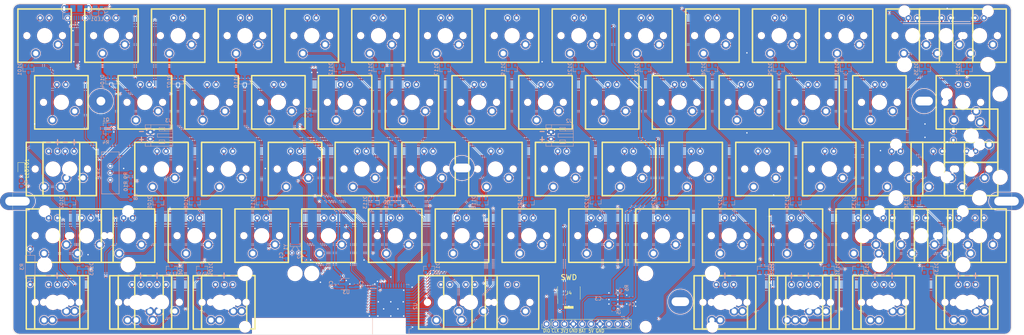
<source format=kicad_pcb>
(kicad_pcb (version 20171130) (host pcbnew 5.0.0)
  (title_block (title GH60) (date "20 jan 2014") (rev B) (company "geekhack GH60 design team"))
  (layers (0 F.Cu signal) (31 B.Cu signal) (34 B.Paste user hide) (35 F.Paste user hide) (36 B.SilkS user) (37 F.SilkS user) (38 B.Mask user hide) (39 F.Mask user hide) (44 Edge.Cuts user hide))
  (net 0 "")
  (net 1 GND)
  (net 2 /col1)
  (net 3 /col2)
  (net 4 /col3)
  (net 5 /col4)
  (net 6 /col5)
  (net 7 /col6)
  (net 8 /col7)
  (net 9 /col8)
  (net 10 /col9)
  (net 11 /col10)
  (net 12 /col11)
  (net 13 /col12)
  (net 14 /col13)
  (net 15 /col14)
  (net 16 /row5)
  (net 17 /row3)
  (net 18 /row4)
  (net 19 /row1)
  (net 20 /row2)
  (net 21 "Net-(J1-Pad4)")
  (net 22 +3V3)
  (net 23 /VBAT)
  (net 24 /SWO)
  (net 25 /NCHG)
  (net 26 /VBUS)
  (net 27 /USB_D-)
  (net 28 /USB_D+)
  (net 29 "Net-(J1-Pad6)")
  (net 30 /SWDCLK)
  (net 31 /SWDIO)
  (net 32 /VBAT_SW)
  (net 33 /Leds/LED+)
  (net 34 /Leds/CAPS_LED+)
  (net 35 /CAPS_LED)
  (net 36 /BKLT_LED)
  (net 37 /VBAT_SENSE)
  (net 38 "Net-(D109-Pad2)")
  (net 39 "Net-(D102-Pad1)")
  (net 40 "Net-(D128-Pad2)")
  (net 41 "Net-(D106-Pad2)")
  (net 42 "Net-(D102-Pad2)")
  (net 43 "Net-(D105-Pad1)")
  (net 44 "Net-(D103-Pad2)")
  (net 45 "Net-(D131-Pad2)")
  (net 46 "Net-(D133-Pad2)")
  (net 47 "Net-(D125-Pad2)")
  (net 48 "Net-(D134-Pad2)")
  (net 49 "Net-(D135-Pad2)")
  (net 50 "Net-(D116-Pad2)")
  (net 51 "Net-(D136-Pad2)")
  (net 52 "Net-(D137-Pad2)")
  (net 53 "Net-(D136-Pad1)")
  (net 54 "Net-(D133-Pad1)")
  (net 55 "Net-(D114-Pad2)")
  (net 56 "Net-(D114-Pad1)")
  (net 57 "Net-(D115-Pad2)")
  (net 58 "Net-(D115-Pad1)")
  (net 59 "Net-(D117-Pad2)")
  (net 60 "Net-(D117-Pad1)")
  (net 61 "Net-(D111-Pad1)")
  (net 62 "Net-(D118-Pad2)")
  (net 63 "Net-(D101-Pad2)")
  (net 64 "Net-(D113-Pad1)")
  (net 65 "Net-(D101-Pad1)")
  (net 66 "Net-(D126-Pad1)")
  (net 67 "Net-(D108-Pad1)")
  (net 68 "Net-(D104-Pad1)")
  (net 69 "Net-(D105-Pad2)")
  (net 70 "Net-(D107-Pad2)")
  (net 71 "Net-(D107-Pad1)")
  (net 72 "Net-(D108-Pad2)")
  (net 73 "Net-(D113-Pad2)")
  (net 74 "Net-(D110-Pad2)")
  (net 75 "Net-(D110-Pad1)")
  (net 76 "Net-(D111-Pad2)")
  (net 77 "Net-(D104-Pad2)")
  (net 78 "Net-(D112-Pad2)")
  (net 79 "Net-(D112-Pad1)")
  (net 80 "Net-(D121-Pad1)")
  (net 81 "Net-(D129-Pad1)")
  (net 82 "Net-(D129-Pad2)")
  (net 83 "Net-(D127-Pad1)")
  (net 84 "Net-(D127-Pad2)")
  (net 85 "Net-(D120-Pad1)")
  (net 86 "Net-(D126-Pad2)")
  (net 87 "Net-(D124-Pad1)")
  (net 88 "Net-(D124-Pad2)")
  (net 89 "Net-(D123-Pad1)")
  (net 90 "Net-(D123-Pad2)")
  (net 91 "Net-(D122-Pad1)")
  (net 92 "Net-(D121-Pad2)")
  (net 93 "Net-(D122-Pad2)")
  (net 94 "Net-(D119-Pad1)")
  (net 95 "Net-(D119-Pad2)")
  (net 96 "Net-(D132-Pad1)")
  (net 97 "Net-(D135-Pad1)")
  (net 98 "Net-(D130-Pad2)")
  (net 99 "Net-(D118-Pad1)")
  (net 100 "Net-(D120-Pad2)")
  (net 101 "Net-(D132-Pad2)")
  (net 102 "Net-(D130-Pad1)")
  (net 103 "Net-(LED1-Pad1)")
  (net 104 "Net-(U2-Pad38)")
  (net 105 /Leds/LED-)
  (net 106 /USB_PU)
  (net 107 "Net-(C1-Pad1)")
  (net 108 "Net-(R8-Pad1)")
  (net 109 /usr22)
  (net 110 /usr23)
  (net 111 /usr24)
  (net 112 "Net-(J4-Pad7)")
  (net 113 "Net-(J4-Pad8)")
  (net 114 "Net-(J4-Pad10)")
  (net 115 "Net-(R5-Pad1)")
  (net 116 "Net-(R6-Pad2)")
  (net 117 "Net-(C2-Pad1)")
  (module Connector_USB:USB_Micro-B_Molex-105017-0001 (layer B.Cu) (at 80.5 67.3)
    (fp_text reference J1 (at 0 3.1125) (layer B.SilkS) (effects (justify mirror)))
    (fp_text value USB_B_Micro hide)
    (pad 6 smd rect (at -2.9 -1.2375) (size 1.2 1.9) (layers B.Cu B.Mask) (net 29 "Net-(J1-Pad6)"))
    (pad 6 smd rect (at 2.9 -1.2375) (size 1.2 1.9) (layers B.Cu B.Mask) (net 29 "Net-(J1-Pad6)"))
    (pad 6 thru_hole oval (at 3.5 -1.2375) (size 1.2 1.9) (drill oval 0.6 1.3) (layers *.Cu *.Mask) (net 29 "Net-(J1-Pad6)"))
    (pad 6 thru_hole oval (at -3.5 -1.2375 180) (size 1.2 1.9) (drill oval 0.6 1.3) (layers *.Cu *.Mask) (net 29 "Net-(J1-Pad6)"))
    (pad 6 smd rect (at -1 -1.2375) (size 1.5 1.9) (layers B.Cu B.Paste B.Mask) (net 29 "Net-(J1-Pad6)"))
    (pad 6 thru_hole circle (at 2.5 1.4625) (size 1.45 1.45) (drill 0.85) (layers *.Cu *.Mask) (net 29 "Net-(J1-Pad6)"))
    (pad 3 smd rect (at 0 1.4625) (size 0.4 1.35) (layers B.Cu B.Paste B.Mask) (net 28 /USB_D+))
    (pad 4 smd rect (at 0.65 1.4625) (size 0.4 1.35) (layers B.Cu B.Paste B.Mask) (net 21 "Net-(J1-Pad4)"))
    (pad 5 smd rect (at 1.3 1.4625) (size 0.4 1.35) (layers B.Cu B.Paste B.Mask) (net 1 GND))
    (pad 1 smd rect (at -1.3 1.4625) (size 0.4 1.35) (layers B.Cu B.Paste B.Mask) (net 26 /VBUS))
    (pad 2 smd rect (at -0.65 1.4625) (size 0.4 1.35) (layers B.Cu B.Paste B.Mask) (net 27 /USB_D-))
    (pad 6 thru_hole circle (at -2.5 1.4625) (size 1.45 1.45) (drill 0.85) (layers *.Cu *.Mask) (net 29 "Net-(J1-Pad6)"))
    (pad 6 smd rect (at 1 -1.2375) (size 1.5 1.9) (layers B.Cu B.Paste B.Mask) (net 29 "Net-(J1-Pad6)"))
  )
  (module Resistor_SMD:R_0603_1608Metric (layer B.Cu) (at 88.9 102.87)
    (fp_text reference R4 (at 0 1.43) (layer B.SilkS) (effects (justify mirror)))
    (fp_text value 10k)
    (pad 1 smd roundrect (at -0.7875 0) (size 0.875 0.95) (layers B.Cu B.Paste B.Mask) (net 36 /BKLT_LED))
    (pad 2 smd roundrect (at 0.7875 0) (size 0.875 0.95) (layers B.Cu B.Paste B.Mask) (net 1 GND))
  )
  (module Crystal:Crystal_DS26_D2.0mm_L6.0mm_Horizontal_1EP_style1 (layer B.Cu) (at 141.986 135.89)
    (fp_text reference Y1 (at -1.82 -1.625 -90) (layer B.SilkS) (effects (justify mirror)))
    (fp_text value 32.768Hz)
    (pad 1 thru_hole circle (at 0 0) (size 1 1) (drill 0.5) (layers *.Cu *.Mask) (net 107 "Net-(C1-Pad1)"))
    (pad 2 thru_hole circle (at 1.9 0) (size 1 1) (drill 0.5) (layers *.Cu *.Mask) (net 117 "Net-(C2-Pad1)"))
    (pad "" smd rect (at 0.95 -5.5) (size 2.5 6) (layers B.Cu B.Paste B.Mask))
  )
  (module Resistor_SMD:R_0603_1608Metric (layer B.Cu) (at 96.012 119.888 90)
    (fp_text reference R8 (at 0 1.43 90) (layer B.SilkS) (effects (justify mirror)))
    (fp_text value 10k)
    (pad 1 smd roundrect (at -0.7875 0 90) (size 0.875 0.95) (layers B.Cu B.Paste B.Mask) (net 108 "Net-(R8-Pad1)"))
    (pad 2 smd roundrect (at 0.7875 0 90) (size 0.875 0.95) (layers B.Cu B.Paste B.Mask) (net 1 GND))
  )
  (module Capacitor_SMD:C_0603_1608Metric (layer B.Cu) (at 140.335 136.652 270)
    (fp_text reference C1 (at 0 1.43 270) (layer B.SilkS) (effects (justify mirror)))
    (fp_text value C)
    (pad 1 smd roundrect (at -0.7875 0 270) (size 0.875 0.95) (layers B.Cu B.Paste B.Mask) (net 107 "Net-(C1-Pad1)"))
    (pad 2 smd roundrect (at 0.7875 0 270) (size 0.875 0.95) (layers B.Cu B.Paste B.Mask) (net 1 GND))
  )
  (module Capacitor_SMD:C_0603_1608Metric (layer B.Cu) (at 145.542 136.652 270)
    (fp_text reference C2 (at 0 1.43 270) (layer B.SilkS) (effects (justify mirror)))
    (fp_text value C)
    (pad 2 smd roundrect (at 0.7875 0 270) (size 0.875 0.95) (layers B.Cu B.Paste B.Mask) (net 1 GND))
    (pad 1 smd roundrect (at -0.7875 0 270) (size 0.875 0.95) (layers B.Cu B.Paste B.Mask) (net 117 "Net-(C2-Pad1)"))
  )
  (module Capacitor_SMD:C_0603_1608Metric (layer B.Cu) (at 146.558 96.52 180)
    (fp_text reference R2 (at 0 1.43 180) (layer B.SilkS) (effects (justify mirror)))
    (fp_text value 1.5k)
    (pad 1 smd roundrect (at -0.7875 0 180) (size 0.875 0.95) (layers B.Cu B.Paste B.Mask) (net 27 /USB_D-))
    (pad 2 smd roundrect (at 0.7875 0 180) (size 0.875 0.95) (layers B.Cu B.Paste B.Mask) (net 106 /USB_PU))
  )
  (module Resistor_THT:R_Axial_DIN0207_L6.3mm_D2.5mm_P10.16mm_Horizontal (layer B.Cu) (at 67.31 134.7724 270)
    (fp_text reference R3 (at 5.08 2.37 270) (layer B.SilkS) (effects (justify mirror)))
    (fp_text value R)
    (pad 1 thru_hole circle (at 0 0 270) (size 1.6 1.6) (drill 0.8) (layers *.Cu *.Mask) (net 22 +3V3))
    (pad 2 thru_hole oval (at 10.16 0 270) (size 1.6 1.6) (drill 0.8) (layers *.Cu *.Mask) (net 33 /Leds/LED+))
  )
  (module Connector_JST:JST_PH_S2B-PH-K_1x02_P2.00mm_Horizontal (layer B.Cu) (at 101.6 101.346 270)
    (fp_text reference J3 (at -3.302 -5.08) (layer B.SilkS) (effects (justify mirror)))
    (fp_text value JST_PH)
    (pad 1 thru_hole rect (at 0 0 270) (size 1.2 1.75) (drill 0.75) (layers *.Cu *.Mask) (net 1 GND))
    (pad 2 thru_hole oval (at 2 0 270) (size 1.2 1.75) (drill 0.75) (layers *.Cu *.Mask) (net 23 /VBAT))
  )
  (module LED_SMD:LED_0805_2012Metric (layer F.Cu) (at 64.77 111.76 270)
    (fp_text reference LED101 (at 0 -1.65 270) (layer F.SilkS))
    (fp_text value LED)
    (pad 1 smd roundrect (at -0.9375 0 270) (size 0.975 1.4) (layers F.Cu F.Paste F.Mask) (net 35 /CAPS_LED))
    (pad 2 smd roundrect (at 0.9375 0 270) (size 0.975 1.4) (layers F.Cu F.Paste F.Mask) (net 34 /Leds/CAPS_LED+))
  )
  (module mx1a:MX1A-led_no3d (layer F.Cu) (at 78.58252 111.92002 180)
    (fp_text reference LED104 hide)
    (fp_text value LED hide)
    (pad 1 thru_hole circle (at -1.27 5.08 180) (size 1.6 1.6) (drill 0.8) (layers *.Cu *.Mask) (net 33 /Leds/LED+))
    (pad 2 thru_hole circle (at 1.27 5.08 180) (size 1.6 1.6) (drill 0.8) (layers *.Cu *.Mask) (net 105 /Leds/LED-))
  )
  (module LED_SMD:LED_0805_2012Metric (layer B.Cu) (at 85.852 66.548 90)
    (fp_text reference LED1 (at -2.54 0.508 180) (layer B.SilkS) (effects (justify mirror)))
    (fp_text value LED)
    (pad 1 smd roundrect (at -0.9375 0 90) (size 0.975 1.4) (layers B.Cu B.Paste B.Mask) (net 103 "Net-(LED1-Pad1)"))
    (pad 2 smd roundrect (at 0.9375 0 90) (size 0.975 1.4) (layers B.Cu B.Paste B.Mask) (net 26 /VBUS))
  )
  (module Resistor_SMD:R_0603_1608Metric (layer B.Cu) (at 87.63 66.548 90)
    (fp_text reference R7 (at 0 1.43 90) (layer B.SilkS) (effects (justify mirror)))
    (fp_text value 10k)
    (pad 1 smd roundrect (at -0.7875 0 90) (size 0.875 0.95) (layers B.Cu B.Paste B.Mask) (net 103 "Net-(LED1-Pad1)"))
    (pad 2 smd roundrect (at 0.7875 0 90) (size 0.875 0.95) (layers B.Cu B.Paste B.Mask) (net 25 /NCHG))
  )
  (module Resistor_SMD:R_0603_1608Metric (layer B.Cu) (at 64.77 116.078 90)
    (fp_text reference R1 (at 0 1.43 90) (layer B.SilkS) (effects (justify mirror)))
    (fp_text value R)
    (pad 1 smd roundrect (at -0.7875 0 90) (size 0.875 0.95) (layers B.Cu B.Paste B.Mask) (net 22 +3V3))
    (pad 2 smd roundrect (at 0.7875 0 90) (size 0.875 0.95) (layers B.Cu B.Paste B.Mask) (net 34 /Leds/CAPS_LED+))
  )
  (module Connector_JST:JST_PH_S2B-PH-K_1x02_P2.00mm_Horizontal (layer B.Cu) (at 215.9 101.346 270)
    (fp_text reference J2 (at -3.175 -5.08) (layer B.SilkS) (effects (justify mirror)))
    (fp_text value JST_PH)
    (pad 2 thru_hole oval (at 2 0 270) (size 1.2 1.75) (drill 0.75) (layers *.Cu *.Mask) (net 23 /VBAT))
    (pad 1 thru_hole rect (at 0 0 270) (size 1.2 1.75) (drill 0.75) (layers *.Cu *.Mask) (net 1 GND))
  )
  (module mx1a:MXST (layer F.Cu) (at 147.6375 150.02002 180)
    (fp_text reference MXST5 hide)
    (fp_text value Stabilizer_Mounting hide)
    (pad "" np_thru_hole circle (at 0 8.255 180) (size 4 4) (drill 4) (layers *.Cu *.Mask))
    (pad "" np_thru_hole circle (at 0 -6.985 180) (size 3.05 3.05) (drill 3.05) (layers *.Cu *.Mask))
  )
  (module Connector_PinHeader_2.54mm:PinHeader_1x10_P2.54mm_Vertical (layer F.Cu) (at 214.63 156.21 90)
    (fp_text reference J5 hide)
    (fp_text value Conn_01x10)
    (pad 10 thru_hole oval (at 0 22.86 90) (size 1.7 1.7) (drill 1) (layers *.Cu *.Mask) (net 111 /usr24))
    (pad 9 thru_hole oval (at 0 20.32 90) (size 1.7 1.7) (drill 1) (layers *.Cu *.Mask) (net 110 /usr23))
    (pad 8 thru_hole oval (at 0 17.78 90) (size 1.7 1.7) (drill 1) (layers *.Cu *.Mask) (net 109 /usr22))
    (pad 7 thru_hole oval (at 0 15.24 90) (size 1.7 1.7) (drill 1) (layers *.Cu *.Mask) (net 1 GND))
    (pad 6 thru_hole oval (at 0 12.7 90) (size 1.7 1.7) (drill 1) (layers *.Cu *.Mask) (net 23 /VBAT))
    (pad 5 thru_hole oval (at 0 10.16 90) (size 1.7 1.7) (drill 1) (layers *.Cu *.Mask) (net 26 /VBUS))
    (pad 4 thru_hole oval (at 0 7.62 90) (size 1.7 1.7) (drill 1) (layers *.Cu *.Mask) (net 1 GND))
    (pad 3 thru_hole oval (at 0 5.08 90) (size 1.7 1.7) (drill 1) (layers *.Cu *.Mask) (net 22 +3V3))
    (pad 2 thru_hole oval (at 0 2.54 90) (size 1.7 1.7) (drill 1) (layers *.Cu *.Mask) (net 30 /SWDCLK))
    (pad 1 thru_hole circle (at 0 0 90) (size 1.7 1.7) (drill 1) (layers *.Cu *.Mask) (net 31 /SWDIO))
  )
  (module Resistor_SMD:R_0603_1608Metric (layer B.Cu) (at 96.012 116.84 270)
    (fp_text reference R10 (at 0 1.43 270) (layer B.SilkS) (effects (justify mirror)))
    (fp_text value 100k)
    (pad 1 smd roundrect (at -0.7875 0 270) (size 0.875 0.95) (layers B.Cu B.Paste B.Mask) (net 37 /VBAT_SENSE))
    (pad 2 smd roundrect (at 0.7875 0 270) (size 0.875 0.95) (layers B.Cu B.Paste B.Mask) (net 1 GND))
  )
  (module Resistor_SMD:R_0603_1608Metric (layer B.Cu) (at 96.012 113.792 270)
    (fp_text reference R9 (at 0 1.43 270) (layer B.SilkS) (effects (justify mirror)))
    (fp_text value 100k)
    (pad 2 smd roundrect (at 0.7875 0 270) (size 0.875 0.95) (layers B.Cu B.Paste B.Mask) (net 37 /VBAT_SENSE))
    (pad 1 smd roundrect (at -0.7875 0 270) (size 0.875 0.95) (layers B.Cu B.Paste B.Mask) (net 32 /VBAT_SW))
  )
  (module swd:PinHeader_2x05_P1.27mm_Vertical_SMD (layer F.Cu) (at 220.98 147.32 90)
    (fp_text reference J4 (at 0 0 180) (layer F.SilkS))
    (fp_text value Conn_ARM_JTAG_SWD_10)
    (pad 1 smd rect (at -1.95 -2.54 90) (size 2.4 0.74) (layers F.Cu F.Paste F.Mask) (net 22 +3V3))
    (pad 2 smd rect (at 1.95 -2.54 90) (size 2.4 0.74) (layers F.Cu F.Paste F.Mask) (net 30 /SWDCLK))
    (pad 3 smd rect (at -1.95 -1.27 90) (size 2.4 0.74) (layers F.Cu F.Paste F.Mask) (net 1 GND))
    (pad 4 smd rect (at 1.95 -1.27 90) (size 2.4 0.74) (layers F.Cu F.Paste F.Mask) (net 31 /SWDIO))
    (pad 5 smd rect (at -1.95 0 90) (size 2.4 0.74) (layers F.Cu F.Paste F.Mask) (net 1 GND))
    (pad 6 smd rect (at 1.95 0 90) (size 2.4 0.74) (layers F.Cu F.Paste F.Mask) (net 24 /SWO))
    (pad 7 smd rect (at -1.95 1.27 90) (size 2.4 0.74) (layers F.Cu F.Paste F.Mask) (net 112 "Net-(J4-Pad7)"))
    (pad 8 smd rect (at 1.95 1.27 90) (size 2.4 0.74) (layers F.Cu F.Paste F.Mask) (net 113 "Net-(J4-Pad8)"))
    (pad 9 smd rect (at -1.95 2.54 90) (size 2.4 0.74) (layers F.Cu F.Paste F.Mask) (net 1 GND))
    (pad 10 smd rect (at 1.95 2.54 90) (size 2.4 0.74) (layers F.Cu F.Paste F.Mask) (net 114 "Net-(J4-Pad10)"))
  )
  (module switch:SSSS912000 (layer B.Cu) (at 90.17 113.03 270)
    (fp_text reference SW1 (at 0 3.5 270) (layer B.SilkS) (effects (justify mirror)))
    (fp_text value SSSS912000)
    (pad 1 thru_hole circle (at -2 0 270) (size 1.2 1.2) (drill 0.7) (layers *.Cu *.Mask) (net 23 /VBAT))
    (pad 2 thru_hole circle (at 0 0 270) (size 1.2 1.2) (drill 0.7) (layers *.Cu *.Mask) (net 32 /VBAT_SW))
    (pad 3 thru_hole circle (at 2 0 270) (size 1.2 1.2) (drill 0.7) (layers *.Cu *.Mask) (net 108 "Net-(R8-Pad1)"))
  )
  (module mx1a:MXST (layer F.Cu) (at 142.875 150.02002 180)
    (fp_text reference MXST4 hide)
    (fp_text value Stabilizer_Mounting hide)
    (pad "" np_thru_hole circle (at 0 8.255 180) (size 4 4) (drill 4) (layers *.Cu *.Mask))
    (pad "" np_thru_hole circle (at 0 -6.985 180) (size 3.05 3.05) (drill 3.05) (layers *.Cu *.Mask))
  )
  (module Resistor_SMD:R_0603_1608Metric (layer B.Cu) (at 236.093 145.923 270)
    (fp_text reference R6 (at 0 -1.397 270) (layer B.SilkS) (effects (justify mirror)))
    (fp_text value 10k)
    (pad 2 smd roundrect (at 0.7875 0 270) (size 0.875 0.95) (layers B.Cu B.Paste B.Mask) (net 116 "Net-(R6-Pad2)"))
    (pad 1 smd roundrect (at -0.7875 0 270) (size 0.875 0.95) (layers B.Cu B.Paste B.Mask) (net 1 GND))
  )
  (module Package_TO_SOT_SMD:SOT-23 (layer B.Cu) (at 322.58 83.312 270)
    (fp_text reference D135 (at 0 2.5 270) (layer B.SilkS) (effects (justify mirror)))
    (fp_text value D_x2_KCom_AAK)
    (pad 3 smd rect (at 1 0 270) (size 0.9 0.8) (layers B.Cu B.Paste B.Mask) (net 15 /col14))
    (pad 2 smd rect (at -1 -0.95 270) (size 0.9 0.8) (layers B.Cu B.Paste B.Mask) (net 49 "Net-(D135-Pad2)"))
    (pad 1 smd rect (at -1 0.95 270) (size 0.9 0.8) (layers B.Cu B.Paste B.Mask) (net 97 "Net-(D135-Pad1)"))
  )
  (module Diode_SMD:D_SOT-23_ANK (layer B.Cu) (at 303.53 140.462 90)
    (fp_text reference D134 (at 0 2.5 90) (layer B.SilkS) (effects (justify mirror)))
    (fp_text value D)
    (pad 2 smd rect (at -1 0.95 90) (size 0.9 0.8) (layers B.Cu B.Paste B.Mask) (net 48 "Net-(D134-Pad2)"))
    (pad "" smd rect (at -1 -0.95 90) (size 0.9 0.8) (layers B.Cu B.Paste B.Mask))
    (pad 1 smd rect (at 1 0 90) (size 0.9 0.8) (layers B.Cu B.Paste B.Mask) (net 14 /col13))
  )
  (module Diode_SMD:D_SOT-23_ANK (layer B.Cu) (at 295.148 140.462 90)
    (fp_text reference D131 (at 0 2.5 90) (layer B.SilkS) (effects (justify mirror)))
    (fp_text value D)
    (pad 1 smd rect (at 1 0 90) (size 0.9 0.8) (layers B.Cu B.Paste B.Mask) (net 13 /col12))
    (pad "" smd rect (at -1 -0.95 90) (size 0.9 0.8) (layers B.Cu B.Paste B.Mask))
    (pad 2 smd rect (at -1 0.95 90) (size 0.9 0.8) (layers B.Cu B.Paste B.Mask) (net 45 "Net-(D131-Pad2)"))
  )
  (module Diode_SMD:D_SOT-23_ANK (layer B.Cu) (at 276.352 140.462 90)
    (fp_text reference D128 (at 0 2.5 90) (layer B.SilkS) (effects (justify mirror)))
    (fp_text value D)
    (pad 2 smd rect (at -1 0.95 90) (size 0.9 0.8) (layers B.Cu B.Paste B.Mask) (net 40 "Net-(D128-Pad2)"))
    (pad "" smd rect (at -1 -0.95 90) (size 0.9 0.8) (layers B.Cu B.Paste B.Mask))
    (pad 1 smd rect (at 1 0 90) (size 0.9 0.8) (layers B.Cu B.Paste B.Mask) (net 12 /col11))
  )
  (module Diode_SMD:D_SOT-23_ANK (layer B.Cu) (at 323.342 140.462 90)
    (fp_text reference D137 (at 0 2.5 90) (layer B.SilkS) (effects (justify mirror)))
    (fp_text value D)
    (pad 1 smd rect (at 1 0 90) (size 0.9 0.8) (layers B.Cu B.Paste B.Mask) (net 15 /col14))
    (pad "" smd rect (at -1 -0.95 90) (size 0.9 0.8) (layers B.Cu B.Paste B.Mask))
    (pad 2 smd rect (at -1 0.95 90) (size 0.9 0.8) (layers B.Cu B.Paste B.Mask) (net 52 "Net-(D137-Pad2)"))
  )
  (module Diode_SMD:D_SOT-23_ANK (layer B.Cu) (at 116.332 140.462 90)
    (fp_text reference D109 (at 0 2.5 90) (layer B.SilkS) (effects (justify mirror)))
    (fp_text value D)
    (pad 1 smd rect (at 1 0 90) (size 0.9 0.8) (layers B.Cu B.Paste B.Mask) (net 4 /col3))
    (pad "" smd rect (at -1 -0.95 90) (size 0.9 0.8) (layers B.Cu B.Paste B.Mask))
    (pad 2 smd rect (at -1 0.95 90) (size 0.9 0.8) (layers B.Cu B.Paste B.Mask) (net 38 "Net-(D109-Pad2)"))
  )
  (module Diode_SMD:D_SOT-23_ANK (layer B.Cu) (at 181.102 140.462 90)
    (fp_text reference D116 (at 0 2.5 90) (layer B.SilkS) (effects (justify mirror)))
    (fp_text value D)
    (pad 2 smd rect (at -1 0.95 90) (size 0.9 0.8) (layers B.Cu B.Paste B.Mask) (net 50 "Net-(D116-Pad2)"))
    (pad "" smd rect (at -1 -0.95 90) (size 0.9 0.8) (layers B.Cu B.Paste B.Mask))
    (pad 1 smd rect (at 1 0 90) (size 0.9 0.8) (layers B.Cu B.Paste B.Mask) (net 7 /col6))
  )
  (module Diode_SMD:D_SOT-23_ANK (layer B.Cu) (at 107.696 140.462 90)
    (fp_text reference D106 (at 0 2.5 90) (layer B.SilkS) (effects (justify mirror)))
    (fp_text value D)
    (pad 2 smd rect (at -1 0.95 90) (size 0.9 0.8) (layers B.Cu B.Paste B.Mask) (net 41 "Net-(D106-Pad2)"))
    (pad "" smd rect (at -1 -0.95 90) (size 0.9 0.8) (layers B.Cu B.Paste B.Mask))
    (pad 1 smd rect (at 1 0 90) (size 0.9 0.8) (layers B.Cu B.Paste B.Mask) (net 3 /col2))
  )
  (module Diode_SMD:D_SOT-23_ANK (layer B.Cu) (at 82.296 140.462 90)
    (fp_text reference D103 (at 0 2.5 90) (layer B.SilkS) (effects (justify mirror)))
    (fp_text value D)
    (pad 1 smd rect (at 1 0 90) (size 0.9 0.8) (layers B.Cu B.Paste B.Mask) (net 2 /col1))
    (pad "" smd rect (at -1 -0.95 90) (size 0.9 0.8) (layers B.Cu B.Paste B.Mask))
    (pad 2 smd rect (at -1 0.95 90) (size 0.9 0.8) (layers B.Cu B.Paste B.Mask) (net 44 "Net-(D103-Pad2)"))
  )
  (module Diode_SMD:D_SOT-23_ANK (layer B.Cu) (at 334.518 83.312 270)
    (fp_text reference D125 (at 0 2.5 270) (layer B.SilkS) (effects (justify mirror)))
    (fp_text value D)
    (pad 2 smd rect (at -1 0.95 270) (size 0.9 0.8) (layers B.Cu B.Paste B.Mask) (net 47 "Net-(D125-Pad2)"))
    (pad "" smd rect (at -1 -0.95 270) (size 0.9 0.8) (layers B.Cu B.Paste B.Mask))
    (pad 1 smd rect (at 1 0 270) (size 0.9 0.8) (layers B.Cu B.Paste B.Mask) (net 11 /col10))
  )
  (module mx1a:MXST (layer F.Cu) (at 242.8875 150.02002 180)
    (fp_text reference MXST6 hide)
    (fp_text value Stabilizer_Mounting hide)
    (pad "" np_thru_hole circle (at 0 8.255 180) (size 4 4) (drill 4) (layers *.Cu *.Mask))
    (pad "" np_thru_hole circle (at 0 -6.985 180) (size 3.05 3.05) (drill 3.05) (layers *.Cu *.Mask))
  )
  (module mx1a:MXST (layer F.Cu) (at 340.52002 73.82002)
    (fp_text reference MXST9 hide)
    (fp_text value Stabilizer_Mounting hide)
    (pad "" np_thru_hole circle (at 0 8.255) (size 4 4) (drill 4) (layers *.Cu *.Mask))
    (pad "" np_thru_hole circle (at 0 -6.985) (size 3.05 3.05) (drill 3.05) (layers *.Cu *.Mask))
  )
  (module mx1a:MXST (layer F.Cu) (at 71.4375 130.97002)
    (fp_text reference MXST1 hide)
    (fp_text value Stabilizer_Mounting hide)
    (pad "" np_thru_hole circle (at 0 8.255) (size 4 4) (drill 4) (layers *.Cu *.Mask))
    (pad "" np_thru_hole circle (at 0 -6.985) (size 3.05 3.05) (drill 3.05) (layers *.Cu *.Mask))
  )
  (module mx1a:MXST (layer F.Cu) (at 95.25 130.97002)
    (fp_text reference MXST2 hide)
    (fp_text value Stabilizer_Mounting hide)
    (pad "" np_thru_hole circle (at 0 8.255) (size 4 4) (drill 4) (layers *.Cu *.Mask))
    (pad "" np_thru_hole circle (at 0 -6.985) (size 3.05 3.05) (drill 3.05) (layers *.Cu *.Mask))
  )
  (module mx1a:MXST (layer F.Cu) (at 309.5625 130.97002)
    (fp_text reference MXST14 hide)
    (fp_text value Stabilizer_Mounting hide)
    (pad "" np_thru_hole circle (at 0 8.255) (size 4 4) (drill 4) (layers *.Cu *.Mask))
    (pad "" np_thru_hole circle (at 0 -6.985) (size 3.05 3.05) (drill 3.05) (layers *.Cu *.Mask))
  )
  (module mx1a:MXST (layer F.Cu) (at 338.1375 111.91875)
    (fp_text reference MXST13 hide)
    (fp_text value Stabilizer_Mounting hide)
    (pad "" np_thru_hole circle (at 0 8.255) (size 4 4) (drill 4) (layers *.Cu *.Mask))
    (pad "" np_thru_hole circle (at 0 -6.985) (size 3.05 3.05) (drill 3.05) (layers *.Cu *.Mask))
  )
  (module mx1a:MXST (layer F.Cu) (at 314.325 111.92002)
    (fp_text reference MXST12 hide)
    (fp_text value Stabilizer_Mounting hide)
    (pad "" np_thru_hole circle (at 0 8.255) (size 4 4) (drill 4) (layers *.Cu *.Mask))
    (pad "" np_thru_hole circle (at 0 -6.985) (size 3.05 3.05) (drill 3.05) (layers *.Cu *.Mask))
  )
  (module mx1a:MXST (layer F.Cu) (at 335.75752 90.4875 90)
    (fp_text reference MXST10 hide)
    (fp_text value Stabilizer_Mounting hide)
    (pad "" np_thru_hole circle (at 0 8.255 90) (size 4 4) (drill 4) (layers *.Cu *.Mask))
    (pad "" np_thru_hole circle (at 0 -6.985 90) (size 3.05 3.05) (drill 3.05) (layers *.Cu *.Mask))
  )
  (module mx1a:MXST (layer F.Cu) (at 335.75752 114.3 90)
    (fp_text reference MXST11 hide)
    (fp_text value Stabilizer_Mounting hide)
    (pad "" np_thru_hole circle (at 0 8.255 90) (size 4 4) (drill 4) (layers *.Cu *.Mask))
    (pad "" np_thru_hole circle (at 0 -6.985 90) (size 3.05 3.05) (drill 3.05) (layers *.Cu *.Mask))
  )
  (module mx1a:MXST (layer F.Cu) (at 316.70752 73.82002)
    (fp_text reference MXST8 hide)
    (fp_text value Stabilizer_Mounting hide)
    (pad "" np_thru_hole circle (at 0 8.255) (size 4 4) (drill 4) (layers *.Cu *.Mask))
    (pad "" np_thru_hole circle (at 0 -6.985) (size 3.05 3.05) (drill 3.05) (layers *.Cu *.Mask))
  )
  (module mx1a:MXST (layer F.Cu) (at 128.5875 150.02002 180)
    (fp_text reference MXST3 hide)
    (fp_text value Stabilizer_Mounting hide)
    (pad "" np_thru_hole circle (at 0 8.255 180) (size 4 4) (drill 4) (layers *.Cu *.Mask))
    (pad "" np_thru_hole circle (at 0 -6.985 180) (size 3.05 3.05) (drill 3.05) (layers *.Cu *.Mask))
  )
  (module mx1a:MXST (layer F.Cu) (at 261.9375 150.02002 180)
    (fp_text reference MXST7 hide)
    (fp_text value Stabilizer_Mounting hide)
    (pad "" np_thru_hole circle (at 0 8.255 180) (size 4 4) (drill 4) (layers *.Cu *.Mask))
    (pad "" np_thru_hole circle (at 0 -6.985 180) (size 3.05 3.05) (drill 3.05) (layers *.Cu *.Mask))
  )
  (module mx1a:MXST (layer F.Cu) (at 333.375 130.96875)
    (fp_text reference MXST15 hide)
    (fp_text value Stabilizer_Mounting hide)
    (pad "" np_thru_hole circle (at 0 8.255) (size 4 4) (drill 4) (layers *.Cu *.Mask))
    (pad "" np_thru_hole circle (at 0 -6.985) (size 3.05 3.05) (drill 3.05) (layers *.Cu *.Mask))
  )
  (module Capacitor_SMD:C_0603_1608Metric (layer B.Cu) (at 231.14 149.098 270)
    (fp_text reference C3 (at -0.127 1.778) (layer B.SilkS) (effects (justify mirror)))
    (fp_text value 1uF)
    (pad 2 smd roundrect (at 0.7875 0 270) (size 0.875 0.95) (layers B.Cu B.Paste B.Mask) (net 1 GND))
    (pad 1 smd roundrect (at -0.7875 0 270) (size 0.875 0.95) (layers B.Cu B.Paste B.Mask) (net 26 /VBUS))
  )
  (module Capacitor_SMD:C_0603_1608Metric (layer B.Cu) (at 238.76 148.4375 90)
    (fp_text reference C4 (at -2.1845 0.127 180) (layer B.SilkS) (effects (justify mirror)))
    (fp_text value 1uF)
    (pad 2 smd roundrect (at 0.7875 0 90) (size 0.875 0.95) (layers B.Cu B.Paste B.Mask) (net 1 GND))
    (pad 1 smd roundrect (at -0.7875 0 90) (size 0.875 0.95) (layers B.Cu B.Paste B.Mask) (net 23 /VBAT))
  )
  (module Capacitor_SMD:C_0603_1608Metric (layer B.Cu) (at 160.283654 144.78 90)
    (fp_text reference C6 (at 0 1.524 90) (layer B.SilkS) (effects (justify mirror)))
    (fp_text value 1uF)
    (pad 2 smd roundrect (at 0.7875 0 90) (size 0.875 0.95) (layers B.Cu B.Paste B.Mask) (net 1 GND))
    (pad 1 smd roundrect (at -0.7875 0 90) (size 0.875 0.95) (layers B.Cu B.Paste B.Mask) (net 22 +3V3))
  )
  (module Capacitor_SMD:C_0603_1608Metric (layer B.Cu) (at 154.695654 144.78 90)
    (fp_text reference C5 (at 0 -1.524 90) (layer B.SilkS) (effects (justify mirror)))
    (fp_text value 1uF)
    (pad 2 smd roundrect (at 0.7875 0 90) (size 0.875 0.95) (layers B.Cu B.Paste B.Mask) (net 1 GND))
    (pad 1 smd roundrect (at -0.7875 0 90) (size 0.875 0.95) (layers B.Cu B.Paste B.Mask) (net 32 /VBAT_SW))
  )
  (module Package_TO_SOT_SMD:SOT-23 (layer B.Cu) (at 88.9 100.33 180)
    (fp_text reference Q1 (at 0 2.5 180) (layer B.SilkS) (effects (justify mirror)))
    (fp_text value Q_NMOS_DSG)
    (pad 3 smd rect (at 1 0 180) (size 0.9 0.8) (layers B.Cu B.Paste B.Mask) (net 36 /BKLT_LED))
    (pad 2 smd rect (at -1 -0.95 180) (size 0.9 0.8) (layers B.Cu B.Paste B.Mask) (net 1 GND))
    (pad 1 smd rect (at -1 0.95 180) (size 0.9 0.8) (layers B.Cu B.Paste B.Mask) (net 105 /Leds/LED-))
  )
  (module Package_TO_SOT_SMD:SOT-23-5 (layer B.Cu) (at 157.489654 144.78)
    (fp_text reference U3 (at 0 2.333001) (layer B.SilkS) (effects (justify mirror)))
    (fp_text value TLV70033)
    (pad 5 smd rect (at 1.1 0.95) (size 1.06 0.65) (layers B.Cu B.Paste B.Mask) (net 22 +3V3))
    (pad 4 smd rect (at 1.1 -0.95) (size 1.06 0.65) (layers B.Cu B.Paste B.Mask) (net 1 GND))
    (pad 3 smd rect (at -1.1 -0.95) (size 1.06 0.65) (layers B.Cu B.Paste B.Mask) (net 32 /VBAT_SW))
    (pad 2 smd rect (at -1.1 0) (size 1.06 0.65) (layers B.Cu B.Paste B.Mask) (net 1 GND))
    (pad 1 smd rect (at -1.1 0.95) (size 1.06 0.65) (layers B.Cu B.Paste B.Mask) (net 32 /VBAT_SW))
  )
  (module Package_TO_SOT_SMD:SOT-23-6 (layer B.Cu) (at 234.95 149.225 180)
    (fp_text reference U1 (at -0.1524 2.413 180) (layer B.SilkS) (effects (justify mirror)))
    (fp_text value BQ21040)
    (pad 5 smd rect (at 1.1 0 180) (size 1.06 0.65) (layers B.Cu B.Paste B.Mask) (net 1 GND))
    (pad 6 smd rect (at 1.1 0.95 180) (size 1.06 0.65) (layers B.Cu B.Paste B.Mask) (net 26 /VBUS))
    (pad 4 smd rect (at 1.1 -0.95 180) (size 1.06 0.65) (layers B.Cu B.Paste B.Mask) (net 115 "Net-(R5-Pad1)"))
    (pad 3 smd rect (at -1.1 -0.95 180) (size 1.06 0.65) (layers B.Cu B.Paste B.Mask) (net 25 /NCHG))
    (pad 2 smd rect (at -1.1 0 180) (size 1.06 0.65) (layers B.Cu B.Paste B.Mask) (net 23 /VBAT))
    (pad 1 smd rect (at -1.1 0.95 180) (size 1.06 0.65) (layers B.Cu B.Paste B.Mask) (net 116 "Net-(R6-Pad2)"))
  )
  (module RF_Module:Laird_BL652 (layer B.Cu) (at 170.18 151.13 90)
    (fp_text reference U2 (at 0 6.985 90) (layer B.SilkS) (effects (justify mirror)))
    (fp_text value BL652)
    (pad 39 smd rect (at -2.85 -4.9) (size 1.2 0.5) (layers B.Cu B.Paste B.Mask) (net 1 GND))
    (pad 38 smd rect (at -2.1 -4.9) (size 1.2 0.5) (layers B.Cu B.Paste B.Mask) (net 104 "Net-(U2-Pad38)"))
    (pad 37 smd rect (at -1.35 -4.9) (size 1.2 0.5) (layers B.Cu B.Paste B.Mask) (net 2 /col1))
    (pad 36 smd rect (at -0.6 -4.9) (size 1.2 0.5) (layers B.Cu B.Paste B.Mask) (net 3 /col2))
    (pad 35 smd rect (at 0.15 -4.9) (size 1.2 0.5) (layers B.Cu B.Paste B.Mask) (net 4 /col3))
    (pad 34 smd rect (at 0.9 -4.9) (size 1.2 0.5) (layers B.Cu B.Paste B.Mask) (net 5 /col4))
    (pad 33 smd rect (at 1.65 -4.9) (size 1.2 0.5) (layers B.Cu B.Paste B.Mask) (net 37 /VBAT_SENSE))
    (pad 32 smd rect (at 2.4 -4.9) (size 1.2 0.5) (layers B.Cu B.Paste B.Mask) (net 106 /USB_PU))
    (pad 31 smd rect (at 3.15 -4.9) (size 1.2 0.5) (layers B.Cu B.Paste B.Mask) (net 9 /col8))
    (pad 30 smd rect (at 3.9 -4.9) (size 1.2 0.5) (layers B.Cu B.Paste B.Mask) (net 8 /col7))
    (pad 29 smd rect (at 4.65 -4.9) (size 1.2 0.5) (layers B.Cu B.Paste B.Mask) (net 36 /BKLT_LED))
    (pad 28 smd rect (at 5.4 -4.9) (size 1.2 0.5) (layers B.Cu B.Paste B.Mask) (net 35 /CAPS_LED))
    (pad 27 smd rect (at 5.85 -3.75 90) (size 1.2 0.5) (layers B.Cu B.Paste B.Mask) (net 1 GND))
    (pad 26 smd rect (at 5.85 -3 90) (size 1.2 0.5) (layers B.Cu B.Paste B.Mask) (net 22 +3V3))
    (pad 25 smd rect (at 5.85 -2.25 90) (size 1.2 0.5) (layers B.Cu B.Paste B.Mask) (net 107 "Net-(C1-Pad1)"))
    (pad 24 smd rect (at 5.85 -1.5 90) (size 1.2 0.5) (layers B.Cu B.Paste B.Mask) (net 117 "Net-(C2-Pad1)"))
    (pad 23 smd rect (at 5.85 -0.75 90) (size 1.2 0.5) (layers B.Cu B.Paste B.Mask) (net 27 /USB_D-))
    (pad 22 smd rect (at 5.85 0 90) (size 1.2 0.5) (layers B.Cu B.Paste B.Mask) (net 28 /USB_D+))
    (pad 21 smd rect (at 5.85 0.75 90) (size 1.2 0.5) (layers B.Cu B.Paste B.Mask) (net 6 /col5))
    (pad 20 smd rect (at 5.85 1.5 90) (size 1.2 0.5) (layers B.Cu B.Paste B.Mask) (net 18 /row4))
    (pad 19 smd rect (at 5.85 2.25 90) (size 1.2 0.5) (layers B.Cu B.Paste B.Mask) (net 19 /row1))
    (pad 18 smd rect (at 5.85 3 90) (size 1.2 0.5) (layers B.Cu B.Paste B.Mask) (net 20 /row2))
    (pad 17 smd rect (at 5.85 3.75 90) (size 1.2 0.5) (layers B.Cu B.Paste B.Mask) (net 17 /row3))
    (pad 16 smd rect (at 5.4 4.9) (size 1.2 0.5) (layers B.Cu B.Paste B.Mask) (net 1 GND))
    (pad 15 smd rect (at 4.65 4.9) (size 1.2 0.5) (layers B.Cu B.Paste B.Mask) (net 12 /col11))
    (pad 14 smd rect (at 3.9 4.9) (size 1.2 0.5) (layers B.Cu B.Paste B.Mask) (net 13 /col12))
    (pad 13 smd rect (at 3.15 4.9) (size 1.2 0.5) (layers B.Cu B.Paste B.Mask) (net 14 /col13))
    (pad 12 smd rect (at 2.4 4.9) (size 1.2 0.5) (layers B.Cu B.Paste B.Mask) (net 15 /col14))
    (pad 11 smd rect (at 1.65 4.9) (size 1.2 0.5) (layers B.Cu B.Paste B.Mask) (net 10 /col9))
    (pad 10 smd rect (at 0.9 4.9) (size 1.2 0.5) (layers B.Cu B.Paste B.Mask) (net 11 /col10))
    (pad 9 smd rect (at 0.15 4.9) (size 1.2 0.5) (layers B.Cu B.Paste B.Mask) (net 24 /SWO))
    (pad 8 smd rect (at -0.6 4.9) (size 1.2 0.5) (layers B.Cu B.Paste B.Mask) (net 7 /col6))
    (pad 7 smd rect (at -1.35 4.9) (size 1.2 0.5) (layers B.Cu B.Paste B.Mask) (net 16 /row5))
    (pad 6 smd rect (at -2.1 4.9) (size 1.2 0.5) (layers B.Cu B.Paste B.Mask) (net 30 /SWDCLK))
    (pad 5 smd rect (at -2.85 4.9) (size 1.2 0.5) (layers B.Cu B.Paste B.Mask) (net 31 /SWDIO))
    (pad 4 smd rect (at -3.6 4.9) (size 1.2 0.5) (layers B.Cu B.Paste B.Mask) (net 109 /usr22))
    (pad 3 smd rect (at -4.35 4.9) (size 1.2 0.5) (layers B.Cu B.Paste B.Mask) (net 110 /usr23))
    (pad 2 smd rect (at -5.1 4.9) (size 1.2 0.5) (layers B.Cu B.Paste B.Mask) (net 111 /usr24))
    (pad 1 smd rect (at -5.85 4.9) (size 1.2 0.5) (layers B.Cu B.Paste B.Mask) (net 1 GND))
  )
  (module Resistor_SMD:R_0603_1608Metric (layer B.Cu) (at 233.807 152.527 270)
    (fp_text reference R5 (at 0 -1.397 270) (layer B.SilkS) (effects (justify mirror)))
    (fp_text value R)
    (pad 2 smd roundrect (at 0.7875 0 270) (size 0.875 0.95) (layers B.Cu B.Paste B.Mask) (net 1 GND))
    (pad 1 smd roundrect (at -0.7875 0 270) (size 0.875 0.95) (layers B.Cu B.Paste B.Mask) (net 115 "Net-(R5-Pad1)"))
  )
  (module mx1a:MX1A-led_no3d (layer F.Cu) (at 76.2 150.01875 180)
    (fp_text reference LED109 hide)
    (fp_text value LED hide)
    (pad 1 thru_hole circle (at -1.27 5.08 180) (size 1.6 1.6) (drill 0.8) (layers *.Cu *.Mask) (net 105 /Leds/LED-))
  )
  (module mx1a:MX1A-led_no3d (layer F.Cu) (at 335.75625 111.91875 180)
    (fp_text reference LED180 hide)
    (fp_text value LED hide)
    (pad 1 thru_hole circle (at -1.27 5.08 180) (size 1.6 1.6) (drill 0.8) (layers *.Cu *.Mask) (net 33 /Leds/LED+))
    (pad 2 thru_hole circle (at 1.27 5.08 180) (size 1.6 1.6) (drill 0.8) (layers *.Cu *.Mask) (net 105 /Leds/LED-))
  )
  (module mx1a:MX1A-led_no3d (layer F.Cu) (at 335.75625 102.39375 270)
    (fp_text reference LED179 hide)
    (fp_text value LED hide)
    (pad 2 thru_hole circle (at 1.27 5.08 270) (size 1.6 1.6) (drill 0.8) (layers *.Cu *.Mask) (net 105 /Leds/LED-))
    (pad 1 thru_hole circle (at -1.27 5.08 270) (size 1.6 1.6) (drill 0.8) (layers *.Cu *.Mask) (net 33 /Leds/LED+))
  )
  (module mx1a:MX1A-led_no3d (layer F.Cu) (at 328.6125 73.81875 180)
    (fp_text reference LED176 hide)
    (fp_text value LED hide)
    (pad 2 thru_hole circle (at 1.27 5.08 180) (size 1.6 1.6) (drill 0.8) (layers *.Cu *.Mask) (net 105 /Leds/LED-))
    (pad 1 thru_hole circle (at -1.27 5.08 180) (size 1.6 1.6) (drill 0.8) (layers *.Cu *.Mask) (net 33 /Leds/LED+))
  )
  (module mx1a:MX1A-led_no3d (layer F.Cu) (at 73.81875 130.96875 180)
    (fp_text reference LED107 hide)
    (fp_text value LED hide)
    (pad 1 thru_hole circle (at -1.27 5.08 180) (size 1.6 1.6) (drill 0.8) (layers *.Cu *.Mask) (net 33 /Leds/LED+))
    (pad 2 thru_hole circle (at 1.27 5.08 180) (size 1.6 1.6) (drill 0.8) (layers *.Cu *.Mask) (net 105 /Leds/LED-))
  )
  (module mx1a:MX1A-led_no3d (layer F.Cu) (at 73.82002 111.92002 180)
    (fp_text reference LED105 hide)
    (fp_text value LED hide)
    (pad 1 thru_hole circle (at -1.27 5.08 180) (size 1.6 1.6) (drill 0.8) (layers *.Cu *.Mask) (net 33 /Leds/LED+))
    (pad 2 thru_hole circle (at 1.27 5.08 180) (size 1.6 1.6) (drill 0.8) (layers *.Cu *.Mask) (net 105 /Leds/LED-))
  )
  (module mx1a:MX1A-led_no3d (layer F.Cu) (at 104.775 111.91875 180)
    (fp_text reference LED112 hide)
    (fp_text value LED hide)
    (pad 1 thru_hole circle (at -1.27 5.08 180) (size 1.6 1.6) (drill 0.8) (layers *.Cu *.Mask) (net 33 /Leds/LED+))
    (pad 2 thru_hole circle (at 1.27 5.08 180) (size 1.6 1.6) (drill 0.8) (layers *.Cu *.Mask) (net 105 /Leds/LED-))
  )
  (module mx1a:MX1A-led_no3d (layer F.Cu) (at 123.825 111.91875 180)
    (fp_text reference LED119 hide)
    (fp_text value LED hide)
    (pad 1 thru_hole circle (at -1.27 5.08 180) (size 1.6 1.6) (drill 0.8) (layers *.Cu *.Mask) (net 33 /Leds/LED+))
    (pad 2 thru_hole circle (at 1.27 5.08 180) (size 1.6 1.6) (drill 0.8) (layers *.Cu *.Mask) (net 105 /Leds/LED-))
  )
  (module mx1a:MX1A-led_no3d (layer F.Cu) (at 142.875 111.91875 180)
    (fp_text reference LED125 hide)
    (fp_text value LED hide)
    (pad 1 thru_hole circle (at -1.27 5.08 180) (size 1.6 1.6) (drill 0.8) (layers *.Cu *.Mask) (net 33 /Leds/LED+))
    (pad 2 thru_hole circle (at 1.27 5.08 180) (size 1.6 1.6) (drill 0.8) (layers *.Cu *.Mask) (net 105 /Leds/LED-))
  )
  (module mx1a:MX1A-led_no3d (layer F.Cu) (at 119.0625 92.86875 180)
    (fp_text reference LED118 hide)
    (fp_text value LED hide)
    (pad 1 thru_hole circle (at -1.27 5.08 180) (size 1.6 1.6) (drill 0.8) (layers *.Cu *.Mask) (net 33 /Leds/LED+))
    (pad 2 thru_hole circle (at 1.27 5.08 180) (size 1.6 1.6) (drill 0.8) (layers *.Cu *.Mask) (net 105 /Leds/LED-))
  )
  (module mx1a:MX1A-led_no3d (layer F.Cu) (at 338.1375 130.96875 180)
    (fp_text reference LED181 hide)
    (fp_text value LED hide)
    (pad 2 thru_hole circle (at 1.27 5.08 180) (size 1.6 1.6) (drill 0.8) (layers *.Cu *.Mask) (net 105 /Leds/LED-))
    (pad 1 thru_hole circle (at -1.27 5.08 180) (size 1.6 1.6) (drill 0.8) (layers *.Cu *.Mask) (net 33 /Leds/LED+))
  )
  (module mx1a:MX1A-led_no3d (layer F.Cu) (at 311.94375 130.96875 180)
    (fp_text reference LED171 hide)
    (fp_text value LED hide)
    (pad 2 thru_hole circle (at 1.27 5.08 180) (size 1.6 1.6) (drill 0.8) (layers *.Cu *.Mask) (net 105 /Leds/LED-))
    (pad 1 thru_hole circle (at -1.27 5.08 180) (size 1.6 1.6) (drill 0.8) (layers *.Cu *.Mask) (net 33 /Leds/LED+))
  )
  (module mx1a:MX1A-led_no3d (layer F.Cu) (at 304.8 130.96875 180)
    (fp_text reference LED182 hide)
    (fp_text value LED hide)
    (pad 2 thru_hole circle (at 1.27 5.08 180) (size 1.6 1.6) (drill 0.8) (layers *.Cu *.Mask) (net 105 /Leds/LED-))
    (pad 1 thru_hole circle (at -1.27 5.08 180) (size 1.6 1.6) (drill 0.8) (layers *.Cu *.Mask) (net 33 /Leds/LED+))
  )
  (module mx1a:MX1A-led_no3d (layer F.Cu) (at 321.46875 130.96875 180)
    (fp_text reference LED170 hide)
    (fp_text value LED hide)
    (pad 2 thru_hole circle (at 1.27 5.08 180) (size 1.6 1.6) (drill 0.8) (layers *.Cu *.Mask) (net 105 /Leds/LED-))
    (pad 1 thru_hole circle (at -1.27 5.08 180) (size 1.6 1.6) (drill 0.8) (layers *.Cu *.Mask) (net 33 /Leds/LED+))
  )
  (module mx1a:MX1A-led_no3d (layer F.Cu) (at 276.225 111.91875 180)
    (fp_text reference LED156 hide)
    (fp_text value LED hide)
    (pad 2 thru_hole circle (at 1.27 5.08 180) (size 1.6 1.6) (drill 0.8) (layers *.Cu *.Mask) (net 105 /Leds/LED-))
    (pad 1 thru_hole circle (at -1.27 5.08 180) (size 1.6 1.6) (drill 0.8) (layers *.Cu *.Mask) (net 33 /Leds/LED+))
  )
  (module mx1a:MX1A-led_no3d (layer F.Cu) (at 114.3 130.96875 180)
    (fp_text reference LED120 hide)
    (fp_text value LED hide)
    (pad 1 thru_hole circle (at -1.27 5.08 180) (size 1.6 1.6) (drill 0.8) (layers *.Cu *.Mask) (net 33 /Leds/LED+))
    (pad 2 thru_hole circle (at 1.27 5.08 180) (size 1.6 1.6) (drill 0.8) (layers *.Cu *.Mask) (net 105 /Leds/LED-))
  )
  (module mx1a:MX1A-led_no3d (layer F.Cu) (at 95.25 130.96875 180)
    (fp_text reference LED113 hide)
    (fp_text value LED hide)
    (pad 1 thru_hole circle (at -1.27 5.08 180) (size 1.6 1.6) (drill 0.8) (layers *.Cu *.Mask) (net 33 /Leds/LED+))
    (pad 2 thru_hole circle (at 1.27 5.08 180) (size 1.6 1.6) (drill 0.8) (layers *.Cu *.Mask) (net 105 /Leds/LED-))
  )
  (module mx1a:MX1A-led_no3d (layer F.Cu) (at 83.34375 130.96875 180)
    (fp_text reference LED106 hide)
    (fp_text value LED hide)
    (pad 1 thru_hole circle (at -1.27 5.08 180) (size 1.6 1.6) (drill 0.8) (layers *.Cu *.Mask) (net 33 /Leds/LED+))
    (pad 2 thru_hole circle (at 1.27 5.08 180) (size 1.6 1.6) (drill 0.8) (layers *.Cu *.Mask) (net 105 /Leds/LED-))
  )
  (module mx1a:MX1A-led_no3d (layer F.Cu) (at 209.55 130.96875 180)
    (fp_text reference LED145 hide)
    (fp_text value LED hide)
    (pad 1 thru_hole circle (at -1.27 5.08 180) (size 1.6 1.6) (drill 0.8) (layers *.Cu *.Mask) (net 33 /Leds/LED+))
    (pad 2 thru_hole circle (at 1.27 5.08 180) (size 1.6 1.6) (drill 0.8) (layers *.Cu *.Mask) (net 105 /Leds/LED-))
  )
  (module mx1a:MX1A-led_no3d (layer F.Cu) (at 190.5 130.96875 180)
    (fp_text reference LED141 hide)
    (fp_text value LED hide)
    (pad 1 thru_hole circle (at -1.27 5.08 180) (size 1.6 1.6) (drill 0.8) (layers *.Cu *.Mask) (net 33 /Leds/LED+))
    (pad 2 thru_hole circle (at 1.27 5.08 180) (size 1.6 1.6) (drill 0.8) (layers *.Cu *.Mask) (net 105 /Leds/LED-))
  )
  (module mx1a:MX1A-led_no3d (layer F.Cu) (at 171.45 130.96875 180)
    (fp_text reference LED134 hide)
    (fp_text value LED hide)
    (pad 1 thru_hole circle (at -1.27 5.08 180) (size 1.6 1.6) (drill 0.8) (layers *.Cu *.Mask) (net 33 /Leds/LED+))
    (pad 2 thru_hole circle (at 1.27 5.08 180) (size 1.6 1.6) (drill 0.8) (layers *.Cu *.Mask) (net 105 /Leds/LED-))
  )
  (module mx1a:MX1A-led_no3d (layer F.Cu) (at 152.4 130.96875 180)
    (fp_text reference LED130 hide)
    (fp_text value LED hide)
    (pad 1 thru_hole circle (at -1.27 5.08 180) (size 1.6 1.6) (drill 0.8) (layers *.Cu *.Mask) (net 33 /Leds/LED+))
    (pad 2 thru_hole circle (at 1.27 5.08 180) (size 1.6 1.6) (drill 0.8) (layers *.Cu *.Mask) (net 105 /Leds/LED-))
  )
  (module mx1a:MX1A-led_no3d (layer F.Cu) (at 295.275 111.91875 180)
    (fp_text reference LED162 hide)
    (fp_text value LED hide)
    (pad 2 thru_hole circle (at 1.27 5.08 180) (size 1.6 1.6) (drill 0.8) (layers *.Cu *.Mask) (net 105 /Leds/LED-))
    (pad 1 thru_hole circle (at -1.27 5.08 180) (size 1.6 1.6) (drill 0.8) (layers *.Cu *.Mask) (net 33 /Leds/LED+))
  )
  (module mx1a:MX1A-led_no3d (layer F.Cu) (at 133.35 130.96875 180)
    (fp_text reference LED126 hide)
    (fp_text value LED hide)
    (pad 1 thru_hole circle (at -1.27 5.08 180) (size 1.6 1.6) (drill 0.8) (layers *.Cu *.Mask) (net 33 /Leds/LED+))
    (pad 2 thru_hole circle (at 1.27 5.08 180) (size 1.6 1.6) (drill 0.8) (layers *.Cu *.Mask) (net 105 /Leds/LED-))
  )
  (module mx1a:MX1A-led_no3d (layer F.Cu) (at 257.175 111.91875 180)
    (fp_text reference LED152 hide)
    (fp_text value LED hide)
    (pad 1 thru_hole circle (at -1.27 5.08 180) (size 1.6 1.6) (drill 0.8) (layers *.Cu *.Mask) (net 33 /Leds/LED+))
    (pad 2 thru_hole circle (at 1.27 5.08 180) (size 1.6 1.6) (drill 0.8) (layers *.Cu *.Mask) (net 105 /Leds/LED-))
  )
  (module mx1a:MX1A-led_no3d (layer F.Cu) (at 238.125 111.91875 180)
    (fp_text reference LED148 hide)
    (fp_text value LED hide)
    (pad 1 thru_hole circle (at -1.27 5.08 180) (size 1.6 1.6) (drill 0.8) (layers *.Cu *.Mask) (net 33 /Leds/LED+))
    (pad 2 thru_hole circle (at 1.27 5.08 180) (size 1.6 1.6) (drill 0.8) (layers *.Cu *.Mask) (net 105 /Leds/LED-))
  )
  (module mx1a:MX1A-led_no3d (layer F.Cu) (at 326.23125 111.91875 180)
    (fp_text reference LED178 hide)
    (fp_text value LED hide)
    (pad 1 thru_hole circle (at -1.27 5.08 180) (size 1.6 1.6) (drill 0.8) (layers *.Cu *.Mask) (net 33 /Leds/LED+))
    (pad 2 thru_hole circle (at 1.27 5.08 180) (size 1.6 1.6) (drill 0.8) (layers *.Cu *.Mask) (net 105 /Leds/LED-))
  )
  (module mx1a:MX1A-led_no3d (layer F.Cu) (at 314.325 111.91875 180)
    (fp_text reference LED169 hide)
    (fp_text value LED hide)
    (pad 2 thru_hole circle (at 1.27 5.08 180) (size 1.6 1.6) (drill 0.8) (layers *.Cu *.Mask) (net 105 /Leds/LED-))
    (pad 1 thru_hole circle (at -1.27 5.08 180) (size 1.6 1.6) (drill 0.8) (layers *.Cu *.Mask) (net 33 /Leds/LED+))
  )
  (module mx1a:MX1A-led_no3d (layer F.Cu) (at 228.6 130.96875 180)
    (fp_text reference LED149 hide)
    (fp_text value LED hide)
    (pad 1 thru_hole circle (at -1.27 5.08 180) (size 1.6 1.6) (drill 0.8) (layers *.Cu *.Mask) (net 33 /Leds/LED+))
    (pad 2 thru_hole circle (at 1.27 5.08 180) (size 1.6 1.6) (drill 0.8) (layers *.Cu *.Mask) (net 105 /Leds/LED-))
  )
  (module mx1a:MX1A-led_no3d (layer F.Cu) (at 247.65 130.96875 180)
    (fp_text reference LED153 hide)
    (fp_text value LED hide)
    (pad 1 thru_hole circle (at -1.27 5.08 180) (size 1.6 1.6) (drill 0.8) (layers *.Cu *.Mask) (net 33 /Leds/LED+))
    (pad 2 thru_hole circle (at 1.27 5.08 180) (size 1.6 1.6) (drill 0.8) (layers *.Cu *.Mask) (net 105 /Leds/LED-))
  )
  (module mx1a:MX1A-led_no3d (layer F.Cu) (at 266.7 130.96875 180)
    (fp_text reference LED157 hide)
    (fp_text value LED hide)
    (pad 2 thru_hole circle (at 1.27 5.08 180) (size 1.6 1.6) (drill 0.8) (layers *.Cu *.Mask) (net 105 /Leds/LED-))
    (pad 1 thru_hole circle (at -1.27 5.08 180) (size 1.6 1.6) (drill 0.8) (layers *.Cu *.Mask) (net 33 /Leds/LED+))
  )
  (module mx1a:MX1A-led_no3d (layer F.Cu) (at 285.75 130.96875 180)
    (fp_text reference LED163 hide)
    (fp_text value LED hide)
    (pad 2 thru_hole circle (at 1.27 5.08 180) (size 1.6 1.6) (drill 0.8) (layers *.Cu *.Mask) (net 105 /Leds/LED-))
    (pad 1 thru_hole circle (at -1.27 5.08 180) (size 1.6 1.6) (drill 0.8) (layers *.Cu *.Mask) (net 33 /Leds/LED+))
  )
  (module mx1a:MX1A-led_no3d (layer F.Cu) (at 338.1375 73.81875 180)
    (fp_text reference LED185 hide)
    (fp_text value LED hide)
    (pad 2 thru_hole circle (at 1.27 5.08 180) (size 1.6 1.6) (drill 0.8) (layers *.Cu *.Mask) (net 105 /Leds/LED-))
    (pad 1 thru_hole circle (at -1.27 5.08 180) (size 1.6 1.6) (drill 0.8) (layers *.Cu *.Mask) (net 33 /Leds/LED+))
  )
  (module mx1a:MX1A-led_no3d (layer F.Cu) (at 192.88125 150.01875 180)
    (fp_text reference LED135 hide)
    (fp_text value LED hide)
    (pad 1 thru_hole circle (at -1.27 5.08 180) (size 1.6 1.6) (drill 0.8) (layers *.Cu *.Mask) (net 33 /Leds/LED+))
    (pad 2 thru_hole circle (at 1.27 5.08 180) (size 1.6 1.6) (drill 0.8) (layers *.Cu *.Mask) (net 105 /Leds/LED-))
  )
  (module mx1a:MX1A-led_no3d (layer F.Cu) (at 300.0375 73.81875 180)
    (fp_text reference LED167 hide)
    (fp_text value LED hide)
    (pad 2 thru_hole circle (at 1.27 5.08 180) (size 1.6 1.6) (drill 0.8) (layers *.Cu *.Mask) (net 105 /Leds/LED-))
    (pad 1 thru_hole circle (at -1.27 5.08 180) (size 1.6 1.6) (drill 0.8) (layers *.Cu *.Mask) (net 33 /Leds/LED+))
  )
  (module mx1a:MX1A-led_no3d (layer F.Cu) (at 176.2125 92.86875 180)
    (fp_text reference LED132 hide)
    (fp_text value LED hide)
    (pad 1 thru_hole circle (at -1.27 5.08 180) (size 1.6 1.6) (drill 0.8) (layers *.Cu *.Mask) (net 33 /Leds/LED+))
    (pad 2 thru_hole circle (at 1.27 5.08 180) (size 1.6 1.6) (drill 0.8) (layers *.Cu *.Mask) (net 105 /Leds/LED-))
  )
  (module mx1a:MX1A-led_no3d (layer F.Cu) (at 157.1625 92.86875 180)
    (fp_text reference LED128 hide)
    (fp_text value LED hide)
    (pad 1 thru_hole circle (at -1.27 5.08 180) (size 1.6 1.6) (drill 0.8) (layers *.Cu *.Mask) (net 33 /Leds/LED+))
    (pad 2 thru_hole circle (at 1.27 5.08 180) (size 1.6 1.6) (drill 0.8) (layers *.Cu *.Mask) (net 105 /Leds/LED-))
  )
  (module mx1a:MX1A-led_no3d (layer F.Cu) (at 280.9875 73.81875 180)
    (fp_text reference LED160 hide)
    (fp_text value LED hide)
    (pad 2 thru_hole circle (at 1.27 5.08 180) (size 1.6 1.6) (drill 0.8) (layers *.Cu *.Mask) (net 105 /Leds/LED-))
    (pad 1 thru_hole circle (at -1.27 5.08 180) (size 1.6 1.6) (drill 0.8) (layers *.Cu *.Mask) (net 33 /Leds/LED+))
  )
  (module mx1a:MX1A-led_no3d (layer F.Cu) (at 261.9375 73.81875 180)
    (fp_text reference LED154 hide)
    (fp_text value LED hide)
    (pad 2 thru_hole circle (at 1.27 5.08 180) (size 1.6 1.6) (drill 0.8) (layers *.Cu *.Mask) (net 105 /Leds/LED-))
    (pad 1 thru_hole circle (at -1.27 5.08 180) (size 1.6 1.6) (drill 0.8) (layers *.Cu *.Mask) (net 33 /Leds/LED+))
  )
  (module mx1a:MX1A-led_no3d (layer F.Cu) (at 242.8875 73.81875 180)
    (fp_text reference LED150 hide)
    (fp_text value LED hide)
    (pad 1 thru_hole circle (at -1.27 5.08 180) (size 1.6 1.6) (drill 0.8) (layers *.Cu *.Mask) (net 33 /Leds/LED+))
    (pad 2 thru_hole circle (at 1.27 5.08 180) (size 1.6 1.6) (drill 0.8) (layers *.Cu *.Mask) (net 105 /Leds/LED-))
  )
  (module mx1a:MX1A-led_no3d (layer F.Cu) (at 223.8375 73.81875 180)
    (fp_text reference LED146 hide)
    (fp_text value LED hide)
    (pad 1 thru_hole circle (at -1.27 5.08 180) (size 1.6 1.6) (drill 0.8) (layers *.Cu *.Mask) (net 33 /Leds/LED+))
    (pad 2 thru_hole circle (at 1.27 5.08 180) (size 1.6 1.6) (drill 0.8) (layers *.Cu *.Mask) (net 105 /Leds/LED-))
  )
  (module mx1a:MX1A-led_no3d (layer F.Cu) (at 319.0875 73.81875 180)
    (fp_text reference LED175 hide)
    (fp_text value LED hide)
    (pad 2 thru_hole circle (at 1.27 5.08 180) (size 1.6 1.6) (drill 0.8) (layers *.Cu *.Mask) (net 105 /Leds/LED-))
    (pad 1 thru_hole circle (at -1.27 5.08 180) (size 1.6 1.6) (drill 0.8) (layers *.Cu *.Mask) (net 33 /Leds/LED+))
  )
  (module mx1a:MX1A-led_no3d (layer F.Cu) (at 195.2625 92.86875 180)
    (fp_text reference LED139 hide)
    (fp_text value LED hide)
    (pad 1 thru_hole circle (at -1.27 5.08 180) (size 1.6 1.6) (drill 0.8) (layers *.Cu *.Mask) (net 33 /Leds/LED+))
    (pad 2 thru_hole circle (at 1.27 5.08 180) (size 1.6 1.6) (drill 0.8) (layers *.Cu *.Mask) (net 105 /Leds/LED-))
  )
  (module mx1a:MX1A-led_no3d (layer F.Cu) (at 128.5875 73.81875 180)
    (fp_text reference LED123 hide)
    (fp_text value LED hide)
    (pad 1 thru_hole circle (at -1.27 5.08 180) (size 1.6 1.6) (drill 0.8) (layers *.Cu *.Mask) (net 33 /Leds/LED+))
    (pad 2 thru_hole circle (at 1.27 5.08 180) (size 1.6 1.6) (drill 0.8) (layers *.Cu *.Mask) (net 105 /Leds/LED-))
  )
  (module mx1a:MX1A-led_no3d (layer F.Cu) (at 109.5375 73.81875 180)
    (fp_text reference LED117 hide)
    (fp_text value LED hide)
    (pad 1 thru_hole circle (at -1.27 5.08 180) (size 1.6 1.6) (drill 0.8) (layers *.Cu *.Mask) (net 33 /Leds/LED+))
    (pad 2 thru_hole circle (at 1.27 5.08 180) (size 1.6 1.6) (drill 0.8) (layers *.Cu *.Mask) (net 105 /Leds/LED-))
  )
  (module mx1a:MX1A-led_no3d (layer F.Cu) (at 90.4875 73.81875 180)
    (fp_text reference LED110 hide)
    (fp_text value LED hide)
    (pad 1 thru_hole circle (at -1.27 5.08 180) (size 1.6 1.6) (drill 0.8) (layers *.Cu *.Mask) (net 33 /Leds/LED+))
    (pad 2 thru_hole circle (at 1.27 5.08 180) (size 1.6 1.6) (drill 0.8) (layers *.Cu *.Mask) (net 105 /Leds/LED-))
  )
  (module mx1a:MX1A-led_no3d (layer F.Cu) (at 204.7875 73.81875 180)
    (fp_text reference LED142 hide)
    (fp_text value LED hide)
    (pad 1 thru_hole circle (at -1.27 5.08 180) (size 1.6 1.6) (drill 0.8) (layers *.Cu *.Mask) (net 33 /Leds/LED+))
    (pad 2 thru_hole circle (at 1.27 5.08 180) (size 1.6 1.6) (drill 0.8) (layers *.Cu *.Mask) (net 105 /Leds/LED-))
  )
  (module mx1a:MX1A-led_no3d (layer F.Cu) (at 185.7375 73.81875 180)
    (fp_text reference LED138 hide)
    (fp_text value LED hide)
    (pad 1 thru_hole circle (at -1.27 5.08 180) (size 1.6 1.6) (drill 0.8) (layers *.Cu *.Mask) (net 33 /Leds/LED+))
    (pad 2 thru_hole circle (at 1.27 5.08 180) (size 1.6 1.6) (drill 0.8) (layers *.Cu *.Mask) (net 105 /Leds/LED-))
  )
  (module mx1a:MX1A-led_no3d (layer F.Cu) (at 166.6875 73.81875 180)
    (fp_text reference LED131 hide)
    (fp_text value LED hide)
    (pad 1 thru_hole circle (at -1.27 5.08 180) (size 1.6 1.6) (drill 0.8) (layers *.Cu *.Mask) (net 33 /Leds/LED+))
    (pad 2 thru_hole circle (at 1.27 5.08 180) (size 1.6 1.6) (drill 0.8) (layers *.Cu *.Mask) (net 105 /Leds/LED-))
  )
  (module mx1a:MX1A-led_no3d (layer F.Cu) (at 147.6375 73.81875 180)
    (fp_text reference LED127 hide)
    (fp_text value LED hide)
    (pad 1 thru_hole circle (at -1.27 5.08 180) (size 1.6 1.6) (drill 0.8) (layers *.Cu *.Mask) (net 33 /Leds/LED+))
    (pad 2 thru_hole circle (at 1.27 5.08 180) (size 1.6 1.6) (drill 0.8) (layers *.Cu *.Mask) (net 105 /Leds/LED-))
  )
  (module mx1a:MX1A-led_no3d (layer F.Cu) (at 214.3125 92.86875 180)
    (fp_text reference LED143 hide)
    (fp_text value LED hide)
    (pad 1 thru_hole circle (at -1.27 5.08 180) (size 1.6 1.6) (drill 0.8) (layers *.Cu *.Mask) (net 33 /Leds/LED+))
    (pad 2 thru_hole circle (at 1.27 5.08 180) (size 1.6 1.6) (drill 0.8) (layers *.Cu *.Mask) (net 105 /Leds/LED-))
  )
  (module mx1a:MX1A-led_no3d (layer F.Cu) (at 76.2 92.86875 180)
    (fp_text reference LED103 hide)
    (fp_text value LED hide)
    (pad 1 thru_hole circle (at -1.27 5.08 180) (size 1.6 1.6) (drill 0.8) (layers *.Cu *.Mask) (net 33 /Leds/LED+))
    (pad 2 thru_hole circle (at 1.27 5.08 180) (size 1.6 1.6) (drill 0.8) (layers *.Cu *.Mask) (net 105 /Leds/LED-))
  )
  (module mx1a:MX1A-led_no3d (layer F.Cu) (at 100.0125 92.86875 180)
    (fp_text reference LED111 hide)
    (fp_text value LED hide)
    (pad 1 thru_hole circle (at -1.27 5.08 180) (size 1.6 1.6) (drill 0.8) (layers *.Cu *.Mask) (net 33 /Leds/LED+))
    (pad 2 thru_hole circle (at 1.27 5.08 180) (size 1.6 1.6) (drill 0.8) (layers *.Cu *.Mask) (net 105 /Leds/LED-))
  )
  (module mx1a:MX1A-led_no3d (layer F.Cu) (at 138.1125 92.86875 180)
    (fp_text reference LED124 hide)
    (fp_text value LED hide)
    (pad 1 thru_hole circle (at -1.27 5.08 180) (size 1.6 1.6) (drill 0.8) (layers *.Cu *.Mask) (net 33 /Leds/LED+))
    (pad 2 thru_hole circle (at 1.27 5.08 180) (size 1.6 1.6) (drill 0.8) (layers *.Cu *.Mask) (net 105 /Leds/LED-))
  )
  (module mx1a:MX1A-led_no3d (layer F.Cu) (at 309.5625 92.86875 180)
    (fp_text reference LED168 hide)
    (fp_text value LED hide)
    (pad 2 thru_hole circle (at 1.27 5.08 180) (size 1.6 1.6) (drill 0.8) (layers *.Cu *.Mask) (net 105 /Leds/LED-))
    (pad 1 thru_hole circle (at -1.27 5.08 180) (size 1.6 1.6) (drill 0.8) (layers *.Cu *.Mask) (net 33 /Leds/LED+))
  )
  (module mx1a:MX1A-led_no3d (layer F.Cu) (at 333.375 92.86875 180)
    (fp_text reference LED177 hide)
    (fp_text value LED hide)
    (pad 2 thru_hole circle (at 1.27 5.08 180) (size 1.6 1.6) (drill 0.8) (layers *.Cu *.Mask) (net 105 /Leds/LED-))
    (pad 1 thru_hole circle (at -1.27 5.08 180) (size 1.6 1.6) (drill 0.8) (layers *.Cu *.Mask) (net 33 /Leds/LED+))
  )
  (module mx1a:MX1A-led_no3d (layer F.Cu) (at 233.3625 92.86875 180)
    (fp_text reference LED147 hide)
    (fp_text value LED hide)
    (pad 1 thru_hole circle (at -1.27 5.08 180) (size 1.6 1.6) (drill 0.8) (layers *.Cu *.Mask) (net 33 /Leds/LED+))
    (pad 2 thru_hole circle (at 1.27 5.08 180) (size 1.6 1.6) (drill 0.8) (layers *.Cu *.Mask) (net 105 /Leds/LED-))
  )
  (module mx1a:MX1A-led_no3d (layer F.Cu) (at 252.4125 92.86875 180)
    (fp_text reference LED151 hide)
    (fp_text value LED hide)
    (pad 1 thru_hole circle (at -1.27 5.08 180) (size 1.6 1.6) (drill 0.8) (layers *.Cu *.Mask) (net 33 /Leds/LED+))
    (pad 2 thru_hole circle (at 1.27 5.08 180) (size 1.6 1.6) (drill 0.8) (layers *.Cu *.Mask) (net 105 /Leds/LED-))
  )
  (module mx1a:MX1A-led_no3d (layer F.Cu) (at 271.4625 92.86875 180)
    (fp_text reference LED155 hide)
    (fp_text value LED hide)
    (pad 2 thru_hole circle (at 1.27 5.08 180) (size 1.6 1.6) (drill 0.8) (layers *.Cu *.Mask) (net 105 /Leds/LED-))
    (pad 1 thru_hole circle (at -1.27 5.08 180) (size 1.6 1.6) (drill 0.8) (layers *.Cu *.Mask) (net 33 /Leds/LED+))
  )
  (module mx1a:MX1A-led_no3d (layer F.Cu) (at 290.5125 92.86875 180)
    (fp_text reference LED161 hide)
    (fp_text value LED hide)
    (pad 2 thru_hole circle (at 1.27 5.08 180) (size 1.6 1.6) (drill 0.8) (layers *.Cu *.Mask) (net 105 /Leds/LED-))
    (pad 1 thru_hole circle (at -1.27 5.08 180) (size 1.6 1.6) (drill 0.8) (layers *.Cu *.Mask) (net 33 /Leds/LED+))
  )
  (module mx1a:MX1A-led_no3d (layer F.Cu) (at 161.925 111.91875 180)
    (fp_text reference LED129 hide)
    (fp_text value LED hide)
    (pad 1 thru_hole circle (at -1.27 5.08 180) (size 1.6 1.6) (drill 0.8) (layers *.Cu *.Mask) (net 33 /Leds/LED+))
    (pad 2 thru_hole circle (at 1.27 5.08 180) (size 1.6 1.6) (drill 0.8) (layers *.Cu *.Mask) (net 105 /Leds/LED-))
  )
  (module mx1a:MX1A-led_no3d (layer F.Cu) (at 180.975 111.91875 180)
    (fp_text reference LED133 hide)
    (fp_text value LED hide)
    (pad 1 thru_hole circle (at -1.27 5.08 180) (size 1.6 1.6) (drill 0.8) (layers *.Cu *.Mask) (net 33 /Leds/LED+))
    (pad 2 thru_hole circle (at 1.27 5.08 180) (size 1.6 1.6) (drill 0.8) (layers *.Cu *.Mask) (net 105 /Leds/LED-))
  )
  (module mx1a:MX1A-led_no3d (layer F.Cu) (at 200.025 111.91875 180)
    (fp_text reference LED140 hide)
    (fp_text value LED hide)
    (pad 1 thru_hole circle (at -1.27 5.08 180) (size 1.6 1.6) (drill 0.8) (layers *.Cu *.Mask) (net 33 /Leds/LED+))
    (pad 2 thru_hole circle (at 1.27 5.08 180) (size 1.6 1.6) (drill 0.8) (layers *.Cu *.Mask) (net 105 /Leds/LED-))
  )
  (module mx1a:MX1A-led_no3d (layer F.Cu) (at 219.075 111.91875 180)
    (fp_text reference LED144 hide)
    (fp_text value LED hide)
    (pad 1 thru_hole circle (at -1.27 5.08 180) (size 1.6 1.6) (drill 0.8) (layers *.Cu *.Mask) (net 33 /Leds/LED+))
    (pad 2 thru_hole circle (at 1.27 5.08 180) (size 1.6 1.6) (drill 0.8) (layers *.Cu *.Mask) (net 105 /Leds/LED-))
  )
  (module mx1a:MX1A-led_no3d (layer F.Cu) (at 204.7875 150.01875 180)
    (fp_text reference LED136 hide)
    (fp_text value LED hide)
    (pad 1 thru_hole circle (at -1.27 5.08 180) (size 1.6 1.6) (drill 0.8) (layers *.Cu *.Mask) (net 33 /Leds/LED+))
    (pad 2 thru_hole circle (at 1.27 5.08 180) (size 1.6 1.6) (drill 0.8) (layers *.Cu *.Mask) (net 105 /Leds/LED-))
  )
  (module mx1a:MX1A-led_no3d (layer F.Cu) (at 185.7375 150.01875 180)
    (fp_text reference LED137 hide)
    (fp_text value LED hide)
    (pad 1 thru_hole circle (at -1.27 5.08 180) (size 1.6 1.6) (drill 0.8) (layers *.Cu *.Mask) (net 33 /Leds/LED+))
    (pad 2 thru_hole circle (at 1.27 5.08 180) (size 1.6 1.6) (drill 0.8) (layers *.Cu *.Mask) (net 105 /Leds/LED-))
  )
  (module mx1a:MX1A-led_no3d (layer F.Cu) (at 330.99375 130.96875 180)
    (fp_text reference LED172 hide)
    (fp_text value LED hide)
    (pad 2 thru_hole circle (at 1.27 5.08 180) (size 1.6 1.6) (drill 0.8) (layers *.Cu *.Mask) (net 105 /Leds/LED-))
    (pad 1 thru_hole circle (at -1.27 5.08 180) (size 1.6 1.6) (drill 0.8) (layers *.Cu *.Mask) (net 33 /Leds/LED+))
  )
  (module mx1a:MX1A (layer F.Cu) (at 78.58252 111.92002 180)
    (fp_text reference S103 hide)
    (fp_text value MX1A hide)
    (pad "" np_thru_hole circle (at 5.08 0 180) (size 1.7 1.7) (drill 1.7) (layers *.Cu *.Mask))
    (pad "" np_thru_hole circle (at -5.08 0 180) (size 1.7 1.7) (drill 1.7) (layers *.Cu *.Mask))
    (pad 1 thru_hole circle (at -3.81 -2.54 180) (size 2.5 2.5) (drill 1.5) (layers *.Cu *.Mask) (net 17 /row3))
    (pad 2 thru_hole circle (at 2.54 -5.08 180) (size 2.5 2.5) (drill 1.5) (layers *.Cu *.Mask) (net 39 "Net-(D102-Pad1)"))
    (pad "" np_thru_hole circle (at 0 0 180) (size 4 4) (drill 4) (layers *.Cu *.Mask))
  )
  (module mx1a:MX1A (layer F.Cu) (at 261.9375 73.82002 180)
    (fp_text reference S154 hide)
    (fp_text value MX1A hide)
    (pad "" np_thru_hole circle (at 5.08 0 180) (size 1.7 1.7) (drill 1.7) (layers *.Cu *.Mask))
    (pad "" np_thru_hole circle (at -5.08 0 180) (size 1.7 1.7) (drill 1.7) (layers *.Cu *.Mask))
    (pad 1 thru_hole circle (at -3.81 -2.54 180) (size 2.5 2.5) (drill 1.5) (layers *.Cu *.Mask) (net 19 /row1))
    (pad 2 thru_hole circle (at 2.54 -5.08 180) (size 2.5 2.5) (drill 1.5) (layers *.Cu *.Mask) (net 66 "Net-(D126-Pad1)"))
    (pad "" np_thru_hole circle (at 0 0 180) (size 4 4) (drill 4) (layers *.Cu *.Mask))
  )
  (module mx1a:MX1A (layer F.Cu) (at 157.1625 92.87002 180)
    (fp_text reference S127 hide)
    (fp_text value MX1A hide)
    (pad "" np_thru_hole circle (at 5.08 0 180) (size 1.7 1.7) (drill 1.7) (layers *.Cu *.Mask))
    (pad "" np_thru_hole circle (at -5.08 0 180) (size 1.7 1.7) (drill 1.7) (layers *.Cu *.Mask))
    (pad 1 thru_hole circle (at -3.81 -2.54 180) (size 2.5 2.5) (drill 1.5) (layers *.Cu *.Mask) (net 20 /row2))
    (pad 2 thru_hole circle (at 2.54 -5.08 180) (size 2.5 2.5) (drill 1.5) (layers *.Cu *.Mask) (net 79 "Net-(D112-Pad1)"))
    (pad "" np_thru_hole circle (at 0 0 180) (size 4 4) (drill 4) (layers *.Cu *.Mask))
  )
  (module mx1a:MX1A (layer F.Cu) (at 176.2125 92.87002 180)
    (fp_text reference S131 hide)
    (fp_text value MX1A hide)
    (pad "" np_thru_hole circle (at 5.08 0 180) (size 1.7 1.7) (drill 1.7) (layers *.Cu *.Mask))
    (pad "" np_thru_hole circle (at -5.08 0 180) (size 1.7 1.7) (drill 1.7) (layers *.Cu *.Mask))
    (pad 1 thru_hole circle (at -3.81 -2.54 180) (size 2.5 2.5) (drill 1.5) (layers *.Cu *.Mask) (net 20 /row2))
    (pad 2 thru_hole circle (at 2.54 -5.08 180) (size 2.5 2.5) (drill 1.5) (layers *.Cu *.Mask) (net 55 "Net-(D114-Pad2)"))
    (pad "" np_thru_hole circle (at 0 0 180) (size 4 4) (drill 4) (layers *.Cu *.Mask))
  )
  (module mx1a:MX1A (layer F.Cu) (at 214.3125 92.87002 180)
    (fp_text reference S142 hide)
    (fp_text value MX1A hide)
    (pad "" np_thru_hole circle (at 5.08 0 180) (size 1.7 1.7) (drill 1.7) (layers *.Cu *.Mask))
    (pad "" np_thru_hole circle (at -5.08 0 180) (size 1.7 1.7) (drill 1.7) (layers *.Cu *.Mask))
    (pad 1 thru_hole circle (at -3.81 -2.54 180) (size 2.5 2.5) (drill 1.5) (layers *.Cu *.Mask) (net 20 /row2))
    (pad 2 thru_hole circle (at 2.54 -5.08 180) (size 2.5 2.5) (drill 1.5) (layers *.Cu *.Mask) (net 95 "Net-(D119-Pad2)"))
    (pad "" np_thru_hole circle (at 0 0 180) (size 4 4) (drill 4) (layers *.Cu *.Mask))
  )
  (module mx1a:MX1A (layer F.Cu) (at 233.3625 92.87002 180)
    (fp_text reference S146 hide)
    (fp_text value MX1A hide)
    (pad "" np_thru_hole circle (at 5.08 0 180) (size 1.7 1.7) (drill 1.7) (layers *.Cu *.Mask))
    (pad "" np_thru_hole circle (at -5.08 0 180) (size 1.7 1.7) (drill 1.7) (layers *.Cu *.Mask))
    (pad 1 thru_hole circle (at -3.81 -2.54 180) (size 2.5 2.5) (drill 1.5) (layers *.Cu *.Mask) (net 20 /row2))
    (pad 2 thru_hole circle (at 2.54 -5.08 180) (size 2.5 2.5) (drill 1.5) (layers *.Cu *.Mask) (net 92 "Net-(D121-Pad2)"))
    (pad "" np_thru_hole circle (at 0 0 180) (size 4 4) (drill 4) (layers *.Cu *.Mask))
  )
  (module mx1a:MX1A (layer F.Cu) (at 252.4125 92.87002 180)
    (fp_text reference S150 hide)
    (fp_text value MX1A hide)
    (pad "" np_thru_hole circle (at 5.08 0 180) (size 1.7 1.7) (drill 1.7) (layers *.Cu *.Mask))
    (pad "" np_thru_hole circle (at -5.08 0 180) (size 1.7 1.7) (drill 1.7) (layers *.Cu *.Mask))
    (pad 1 thru_hole circle (at -3.81 -2.54 180) (size 2.5 2.5) (drill 1.5) (layers *.Cu *.Mask) (net 20 /row2))
    (pad 2 thru_hole circle (at 2.54 -5.08 180) (size 2.5 2.5) (drill 1.5) (layers *.Cu *.Mask) (net 90 "Net-(D123-Pad2)"))
    (pad "" np_thru_hole circle (at 0 0 180) (size 4 4) (drill 4) (layers *.Cu *.Mask))
  )
  (module mx1a:MX1A (layer F.Cu) (at 271.4625 92.87002 180)
    (fp_text reference S155 hide)
    (fp_text value MX1A hide)
    (pad "" np_thru_hole circle (at 5.08 0 180) (size 1.7 1.7) (drill 1.7) (layers *.Cu *.Mask))
    (pad "" np_thru_hole circle (at -5.08 0 180) (size 1.7 1.7) (drill 1.7) (layers *.Cu *.Mask))
    (pad 1 thru_hole circle (at -3.81 -2.54 180) (size 2.5 2.5) (drill 1.5) (layers *.Cu *.Mask) (net 20 /row2))
    (pad 2 thru_hole circle (at 2.54 -5.08 180) (size 2.5 2.5) (drill 1.5) (layers *.Cu *.Mask) (net 86 "Net-(D126-Pad2)"))
    (pad "" np_thru_hole circle (at 0 0 180) (size 4 4) (drill 4) (layers *.Cu *.Mask))
  )
  (module mx1a:MX1A (layer F.Cu) (at 290.5125 92.87002 180)
    (fp_text reference S161 hide)
    (fp_text value MX1A hide)
    (pad "" np_thru_hole circle (at 5.08 0 180) (size 1.7 1.7) (drill 1.7) (layers *.Cu *.Mask))
    (pad "" np_thru_hole circle (at -5.08 0 180) (size 1.7 1.7) (drill 1.7) (layers *.Cu *.Mask))
    (pad 1 thru_hole circle (at -3.81 -2.54 180) (size 2.5 2.5) (drill 1.5) (layers *.Cu *.Mask) (net 20 /row2))
    (pad 2 thru_hole circle (at 2.54 -5.08 180) (size 2.5 2.5) (drill 1.5) (layers *.Cu *.Mask) (net 82 "Net-(D129-Pad2)"))
    (pad "" np_thru_hole circle (at 0 0 180) (size 4 4) (drill 4) (layers *.Cu *.Mask))
  )
  (module mx1a:MX1A (layer F.Cu) (at 333.375 92.86875 180)
    (fp_text reference S176 hide)
    (fp_text value MX1A hide)
    (pad "" np_thru_hole circle (at 5.08 0 180) (size 1.7 1.7) (drill 1.7) (layers *.Cu *.Mask))
    (pad "" np_thru_hole circle (at -5.08 0 180) (size 1.7 1.7) (drill 1.7) (layers *.Cu *.Mask))
    (pad 1 thru_hole circle (at -3.81 -2.54 180) (size 2.5 2.5) (drill 1.5) (layers *.Cu *.Mask) (net 20 /row2))
    (pad 2 thru_hole circle (at 2.54 -5.08 180) (size 2.5 2.5) (drill 1.5) (layers *.Cu *.Mask) (net 49 "Net-(D135-Pad2)"))
    (pad "" np_thru_hole circle (at 0 0 180) (size 4 4) (drill 4) (layers *.Cu *.Mask))
  )
  (module mx1a:MX1A (layer F.Cu) (at 104.775 111.92002 180)
    (fp_text reference S111 hide)
    (fp_text value MX1A hide)
    (pad "" np_thru_hole circle (at 5.08 0 180) (size 1.7 1.7) (drill 1.7) (layers *.Cu *.Mask))
    (pad "" np_thru_hole circle (at -5.08 0 180) (size 1.7 1.7) (drill 1.7) (layers *.Cu *.Mask))
    (pad 1 thru_hole circle (at -3.81 -2.54 180) (size 2.5 2.5) (drill 1.5) (layers *.Cu *.Mask) (net 17 /row3))
    (pad 2 thru_hole circle (at 2.54 -5.08 180) (size 2.5 2.5) (drill 1.5) (layers *.Cu *.Mask) (net 69 "Net-(D105-Pad2)"))
    (pad "" np_thru_hole circle (at 0 0 180) (size 4 4) (drill 4) (layers *.Cu *.Mask))
  )
  (module mx1a:MX1A (layer F.Cu) (at 123.825 111.92002 180)
    (fp_text reference S118 hide)
    (fp_text value MX1A hide)
    (pad "" np_thru_hole circle (at 5.08 0 180) (size 1.7 1.7) (drill 1.7) (layers *.Cu *.Mask))
    (pad "" np_thru_hole circle (at -5.08 0 180) (size 1.7 1.7) (drill 1.7) (layers *.Cu *.Mask))
    (pad 1 thru_hole circle (at -3.81 -2.54 180) (size 2.5 2.5) (drill 1.5) (layers *.Cu *.Mask) (net 17 /row3))
    (pad 2 thru_hole circle (at 2.54 -5.08 180) (size 2.5 2.5) (drill 1.5) (layers *.Cu *.Mask) (net 72 "Net-(D108-Pad2)"))
    (pad "" np_thru_hole circle (at 0 0 180) (size 4 4) (drill 4) (layers *.Cu *.Mask))
  )
  (module mx1a:MX1A (layer F.Cu) (at 142.875 111.92002 180)
    (fp_text reference S124 hide)
    (fp_text value MX1A hide)
    (pad "" np_thru_hole circle (at 5.08 0 180) (size 1.7 1.7) (drill 1.7) (layers *.Cu *.Mask))
    (pad "" np_thru_hole circle (at -5.08 0 180) (size 1.7 1.7) (drill 1.7) (layers *.Cu *.Mask))
    (pad 1 thru_hole circle (at -3.81 -2.54 180) (size 2.5 2.5) (drill 1.5) (layers *.Cu *.Mask) (net 17 /row3))
    (pad 2 thru_hole circle (at 2.54 -5.08 180) (size 2.5 2.5) (drill 1.5) (layers *.Cu *.Mask) (net 76 "Net-(D111-Pad2)"))
    (pad "" np_thru_hole circle (at 0 0 180) (size 4 4) (drill 4) (layers *.Cu *.Mask))
  )
  (module mx1a:MX1A (layer F.Cu) (at 161.925 111.92002 180)
    (fp_text reference S128 hide)
    (fp_text value MX1A hide)
    (pad "" np_thru_hole circle (at 5.08 0 180) (size 1.7 1.7) (drill 1.7) (layers *.Cu *.Mask))
    (pad "" np_thru_hole circle (at -5.08 0 180) (size 1.7 1.7) (drill 1.7) (layers *.Cu *.Mask))
    (pad 1 thru_hole circle (at -3.81 -2.54 180) (size 2.5 2.5) (drill 1.5) (layers *.Cu *.Mask) (net 17 /row3))
    (pad 2 thru_hole circle (at 2.54 -5.08 180) (size 2.5 2.5) (drill 1.5) (layers *.Cu *.Mask) (net 73 "Net-(D113-Pad2)"))
    (pad "" np_thru_hole circle (at 0 0 180) (size 4 4) (drill 4) (layers *.Cu *.Mask))
  )
  (module mx1a:MX1A (layer F.Cu) (at 180.975 111.92002 180)
    (fp_text reference S132 hide)
    (fp_text value MX1A hide)
    (pad "" np_thru_hole circle (at 5.08 0 180) (size 1.7 1.7) (drill 1.7) (layers *.Cu *.Mask))
    (pad "" np_thru_hole circle (at -5.08 0 180) (size 1.7 1.7) (drill 1.7) (layers *.Cu *.Mask))
    (pad 1 thru_hole circle (at -3.81 -2.54 180) (size 2.5 2.5) (drill 1.5) (layers *.Cu *.Mask) (net 17 /row3))
    (pad 2 thru_hole circle (at 2.54 -5.08 180) (size 2.5 2.5) (drill 1.5) (layers *.Cu *.Mask) (net 57 "Net-(D115-Pad2)"))
    (pad "" np_thru_hole circle (at 0 0 180) (size 4 4) (drill 4) (layers *.Cu *.Mask))
  )
  (module mx1a:MX1A (layer F.Cu) (at 200.025 111.92002 180)
    (fp_text reference S139 hide)
    (fp_text value MX1A hide)
    (pad "" np_thru_hole circle (at 5.08 0 180) (size 1.7 1.7) (drill 1.7) (layers *.Cu *.Mask))
    (pad "" np_thru_hole circle (at -5.08 0 180) (size 1.7 1.7) (drill 1.7) (layers *.Cu *.Mask))
    (pad 1 thru_hole circle (at -3.81 -2.54 180) (size 2.5 2.5) (drill 1.5) (layers *.Cu *.Mask) (net 17 /row3))
    (pad 2 thru_hole circle (at 2.54 -5.08 180) (size 2.5 2.5) (drill 1.5) (layers *.Cu *.Mask) (net 62 "Net-(D118-Pad2)"))
    (pad "" np_thru_hole circle (at 0 0 180) (size 4 4) (drill 4) (layers *.Cu *.Mask))
  )
  (module mx1a:MX1A (layer F.Cu) (at 219.075 111.92002 180)
    (fp_text reference S143 hide)
    (fp_text value MX1A hide)
    (pad "" np_thru_hole circle (at 5.08 0 180) (size 1.7 1.7) (drill 1.7) (layers *.Cu *.Mask))
    (pad "" np_thru_hole circle (at -5.08 0 180) (size 1.7 1.7) (drill 1.7) (layers *.Cu *.Mask))
    (pad 1 thru_hole circle (at -3.81 -2.54 180) (size 2.5 2.5) (drill 1.5) (layers *.Cu *.Mask) (net 17 /row3))
    (pad 2 thru_hole circle (at 2.54 -5.08 180) (size 2.5 2.5) (drill 1.5) (layers *.Cu *.Mask) (net 100 "Net-(D120-Pad2)"))
    (pad "" np_thru_hole circle (at 0 0 180) (size 4 4) (drill 4) (layers *.Cu *.Mask))
  )
  (module mx1a:MX1A (layer F.Cu) (at 109.5375 73.82002 180)
    (fp_text reference S116 hide)
    (fp_text value MX1A hide)
    (pad "" np_thru_hole circle (at 5.08 0 180) (size 1.7 1.7) (drill 1.7) (layers *.Cu *.Mask))
    (pad "" np_thru_hole circle (at -5.08 0 180) (size 1.7 1.7) (drill 1.7) (layers *.Cu *.Mask))
    (pad 1 thru_hole circle (at -3.81 -2.54 180) (size 2.5 2.5) (drill 1.5) (layers *.Cu *.Mask) (net 19 /row1))
    (pad 2 thru_hole circle (at 2.54 -5.08 180) (size 2.5 2.5) (drill 1.5) (layers *.Cu *.Mask) (net 71 "Net-(D107-Pad1)"))
    (pad "" np_thru_hole circle (at 0 0 180) (size 4 4) (drill 4) (layers *.Cu *.Mask))
  )
  (module mx1a:MX1A (layer F.Cu) (at 128.5875 73.82002 180)
    (fp_text reference S122 hide)
    (fp_text value MX1A hide)
    (pad "" np_thru_hole circle (at 0 0 180) (size 4 4) (drill 4) (layers *.Cu *.Mask))
    (pad 2 thru_hole circle (at 2.54 -5.08 180) (size 2.5 2.5) (drill 1.5) (layers *.Cu *.Mask) (net 75 "Net-(D110-Pad1)"))
    (pad 1 thru_hole circle (at -3.81 -2.54 180) (size 2.5 2.5) (drill 1.5) (layers *.Cu *.Mask) (net 19 /row1))
    (pad "" np_thru_hole circle (at -5.08 0 180) (size 1.7 1.7) (drill 1.7) (layers *.Cu *.Mask))
    (pad "" np_thru_hole circle (at 5.08 0 180) (size 1.7 1.7) (drill 1.7) (layers *.Cu *.Mask))
  )
  (module mx1a:MX1A (layer F.Cu) (at 166.6875 73.82002 180)
    (fp_text reference S130 hide)
    (fp_text value MX1A hide)
    (pad "" np_thru_hole circle (at 5.08 0 180) (size 1.7 1.7) (drill 1.7) (layers *.Cu *.Mask))
    (pad "" np_thru_hole circle (at -5.08 0 180) (size 1.7 1.7) (drill 1.7) (layers *.Cu *.Mask))
    (pad 1 thru_hole circle (at -3.81 -2.54 180) (size 2.5 2.5) (drill 1.5) (layers *.Cu *.Mask) (net 19 /row1))
    (pad 2 thru_hole circle (at 2.54 -5.08 180) (size 2.5 2.5) (drill 1.5) (layers *.Cu *.Mask) (net 56 "Net-(D114-Pad1)"))
    (pad "" np_thru_hole circle (at 0 0 180) (size 4 4) (drill 4) (layers *.Cu *.Mask))
  )
  (module mx1a:MX1A (layer F.Cu) (at 185.7375 73.82002 180)
    (fp_text reference S137 hide)
    (fp_text value MX1A hide)
    (pad "" np_thru_hole circle (at 5.08 0 180) (size 1.7 1.7) (drill 1.7) (layers *.Cu *.Mask))
    (pad "" np_thru_hole circle (at -5.08 0 180) (size 1.7 1.7) (drill 1.7) (layers *.Cu *.Mask))
    (pad 1 thru_hole circle (at -3.81 -2.54 180) (size 2.5 2.5) (drill 1.5) (layers *.Cu *.Mask) (net 19 /row1))
    (pad 2 thru_hole circle (at 2.54 -5.08 180) (size 2.5 2.5) (drill 1.5) (layers *.Cu *.Mask) (net 60 "Net-(D117-Pad1)"))
    (pad "" np_thru_hole circle (at 0 0 180) (size 4 4) (drill 4) (layers *.Cu *.Mask))
  )
  (module mx1a:MX1A (layer F.Cu) (at 204.7875 73.82002 180)
    (fp_text reference S141 hide)
    (fp_text value MX1A hide)
    (pad "" np_thru_hole circle (at 5.08 0 180) (size 1.7 1.7) (drill 1.7) (layers *.Cu *.Mask))
    (pad "" np_thru_hole circle (at -5.08 0 180) (size 1.7 1.7) (drill 1.7) (layers *.Cu *.Mask))
    (pad 1 thru_hole circle (at -3.81 -2.54 180) (size 2.5 2.5) (drill 1.5) (layers *.Cu *.Mask) (net 19 /row1))
    (pad 2 thru_hole circle (at 2.54 -5.08 180) (size 2.5 2.5) (drill 1.5) (layers *.Cu *.Mask) (net 94 "Net-(D119-Pad1)"))
    (pad "" np_thru_hole circle (at 0 0 180) (size 4 4) (drill 4) (layers *.Cu *.Mask))
  )
  (module mx1a:MX1A (layer F.Cu) (at 223.8375 73.82002 180)
    (fp_text reference S145 hide)
    (fp_text value MX1A hide)
    (pad "" np_thru_hole circle (at 5.08 0 180) (size 1.7 1.7) (drill 1.7) (layers *.Cu *.Mask))
    (pad "" np_thru_hole circle (at -5.08 0 180) (size 1.7 1.7) (drill 1.7) (layers *.Cu *.Mask))
    (pad 1 thru_hole circle (at -3.81 -2.54 180) (size 2.5 2.5) (drill 1.5) (layers *.Cu *.Mask) (net 19 /row1))
    (pad 2 thru_hole circle (at 2.54 -5.08 180) (size 2.5 2.5) (drill 1.5) (layers *.Cu *.Mask) (net 80 "Net-(D121-Pad1)"))
    (pad "" np_thru_hole circle (at 0 0 180) (size 4 4) (drill 4) (layers *.Cu *.Mask))
  )
  (module mx1a:MX1A (layer F.Cu) (at 280.9875 73.82002 180)
    (fp_text reference S160 hide)
    (fp_text value MX1A hide)
    (pad "" np_thru_hole circle (at 5.08 0 180) (size 1.7 1.7) (drill 1.7) (layers *.Cu *.Mask))
    (pad "" np_thru_hole circle (at -5.08 0 180) (size 1.7 1.7) (drill 1.7) (layers *.Cu *.Mask))
    (pad 1 thru_hole circle (at -3.81 -2.54 180) (size 2.5 2.5) (drill 1.5) (layers *.Cu *.Mask) (net 19 /row1))
    (pad 2 thru_hole circle (at 2.54 -5.08 180) (size 2.5 2.5) (drill 1.5) (layers *.Cu *.Mask) (net 81 "Net-(D129-Pad1)"))
    (pad "" np_thru_hole circle (at 0 0 180) (size 4 4) (drill 4) (layers *.Cu *.Mask))
  )
  (module mx1a:MX1A (layer F.Cu) (at 300.0375 73.82002 180)
    (fp_text reference S167 hide)
    (fp_text value MX1A hide)
    (pad "" np_thru_hole circle (at 5.08 0 180) (size 1.7 1.7) (drill 1.7) (layers *.Cu *.Mask))
    (pad "" np_thru_hole circle (at -5.08 0 180) (size 1.7 1.7) (drill 1.7) (layers *.Cu *.Mask))
    (pad 1 thru_hole circle (at -3.81 -2.54 180) (size 2.5 2.5) (drill 1.5) (layers *.Cu *.Mask) (net 19 /row1))
    (pad 2 thru_hole circle (at 2.54 -5.08 180) (size 2.5 2.5) (drill 1.5) (layers *.Cu *.Mask) (net 96 "Net-(D132-Pad1)"))
    (pad "" np_thru_hole circle (at 0 0 180) (size 4 4) (drill 4) (layers *.Cu *.Mask))
  )
  (module mx1a:MX1A (layer F.Cu) (at 328.6125 73.82002 180)
    (fp_text reference S174 hide)
    (fp_text value MX1A hide)
    (pad "" np_thru_hole circle (at 5.08 0 180) (size 1.7 1.7) (drill 1.7) (layers *.Cu *.Mask))
    (pad "" np_thru_hole circle (at -5.08 0 180) (size 1.7 1.7) (drill 1.7) (layers *.Cu *.Mask))
    (pad 1 thru_hole circle (at -3.81 -2.54 180) (size 2.5 2.5) (drill 1.5) (layers *.Cu *.Mask) (net 19 /row1))
    (pad 2 thru_hole circle (at 2.54 -5.08 180) (size 2.5 2.5) (drill 1.5) (layers *.Cu *.Mask) (net 97 "Net-(D135-Pad1)"))
    (pad "" np_thru_hole circle (at 0 0 180) (size 4 4) (drill 4) (layers *.Cu *.Mask))
  )
  (module mx1a:MX1A (layer F.Cu) (at 76.2 92.87002 180)
    (fp_text reference S102 hide)
    (fp_text value MX1A hide)
    (pad "" np_thru_hole circle (at 5.08 0 180) (size 1.7 1.7) (drill 1.7) (layers *.Cu *.Mask))
    (pad "" np_thru_hole circle (at -5.08 0 180) (size 1.7 1.7) (drill 1.7) (layers *.Cu *.Mask))
    (pad 1 thru_hole circle (at -3.81 -2.54 180) (size 2.5 2.5) (drill 1.5) (layers *.Cu *.Mask) (net 20 /row2))
    (pad 2 thru_hole circle (at 2.54 -5.08 180) (size 2.5 2.5) (drill 1.5) (layers *.Cu *.Mask) (net 63 "Net-(D101-Pad2)"))
    (pad "" np_thru_hole circle (at 0 0 180) (size 4 4) (drill 4) (layers *.Cu *.Mask))
  )
  (module mx1a:MX1A (layer F.Cu) (at 100.0125 92.87002 180)
    (fp_text reference S110 hide)
    (fp_text value MX1A hide)
    (pad "" np_thru_hole circle (at 5.08 0 180) (size 1.7 1.7) (drill 1.7) (layers *.Cu *.Mask))
    (pad "" np_thru_hole circle (at -5.08 0 180) (size 1.7 1.7) (drill 1.7) (layers *.Cu *.Mask))
    (pad 1 thru_hole circle (at -3.81 -2.54 180) (size 2.5 2.5) (drill 1.5) (layers *.Cu *.Mask) (net 20 /row2))
    (pad 2 thru_hole circle (at 2.54 -5.08 180) (size 2.5 2.5) (drill 1.5) (layers *.Cu *.Mask) (net 77 "Net-(D104-Pad2)"))
    (pad "" np_thru_hole circle (at 0 0 180) (size 4 4) (drill 4) (layers *.Cu *.Mask))
  )
  (module mx1a:MX1A (layer F.Cu) (at 119.0625 92.87002 180)
    (fp_text reference S117 hide)
    (fp_text value MX1A hide)
    (pad "" np_thru_hole circle (at 5.08 0 180) (size 1.7 1.7) (drill 1.7) (layers *.Cu *.Mask))
    (pad "" np_thru_hole circle (at -5.08 0 180) (size 1.7 1.7) (drill 1.7) (layers *.Cu *.Mask))
    (pad 1 thru_hole circle (at -3.81 -2.54 180) (size 2.5 2.5) (drill 1.5) (layers *.Cu *.Mask) (net 20 /row2))
    (pad 2 thru_hole circle (at 2.54 -5.08 180) (size 2.5 2.5) (drill 1.5) (layers *.Cu *.Mask) (net 70 "Net-(D107-Pad2)"))
    (pad "" np_thru_hole circle (at 0 0 180) (size 4 4) (drill 4) (layers *.Cu *.Mask))
  )
  (module mx1a:MX1A (layer F.Cu) (at 138.1125 92.87002 180)
    (fp_text reference S123 hide)
    (fp_text value MX1A hide)
    (pad "" np_thru_hole circle (at 5.08 0 180) (size 1.7 1.7) (drill 1.7) (layers *.Cu *.Mask))
    (pad "" np_thru_hole circle (at -5.08 0 180) (size 1.7 1.7) (drill 1.7) (layers *.Cu *.Mask))
    (pad 1 thru_hole circle (at -3.81 -2.54 180) (size 2.5 2.5) (drill 1.5) (layers *.Cu *.Mask) (net 20 /row2))
    (pad 2 thru_hole circle (at 2.54 -5.08 180) (size 2.5 2.5) (drill 1.5) (layers *.Cu *.Mask) (net 74 "Net-(D110-Pad2)"))
    (pad "" np_thru_hole circle (at 0 0 180) (size 4 4) (drill 4) (layers *.Cu *.Mask))
  )
  (module mx1a:MX1A (layer F.Cu) (at 321.47002 130.97002 180)
    (fp_text reference S180 hide)
    (fp_text value MX1A hide)
    (pad "" np_thru_hole circle (at 5.08 0 180) (size 1.7 1.7) (drill 1.7) (layers *.Cu *.Mask))
    (pad "" np_thru_hole circle (at -5.08 0 180) (size 1.7 1.7) (drill 1.7) (layers *.Cu *.Mask))
    (pad 1 thru_hole circle (at -3.81 -2.54 180) (size 2.5 2.5) (drill 1.5) (layers *.Cu *.Mask) (net 18 /row4))
    (pad 2 thru_hole circle (at 2.54 -5.08 180) (size 2.5 2.5) (drill 1.5) (layers *.Cu *.Mask) (net 53 "Net-(D136-Pad1)"))
    (pad "" np_thru_hole circle (at 0 0 180) (size 4 4) (drill 4) (layers *.Cu *.Mask))
  )
  (module mx1a:MX1A (layer F.Cu) (at 73.81875 150.01875 180)
    (fp_text reference S107 hide)
    (fp_text value MX1A hide)
    (pad "" np_thru_hole circle (at 5.08 0 180) (size 1.7 1.7) (drill 1.7) (layers *.Cu *.Mask))
    (pad "" np_thru_hole circle (at -5.08 0 180) (size 1.7 1.7) (drill 1.7) (layers *.Cu *.Mask))
    (pad 1 thru_hole circle (at -3.81 -2.54 180) (size 2.5 2.5) (drill 1.5) (layers *.Cu *.Mask) (net 16 /row5))
    (pad 2 thru_hole circle (at 2.54 -5.08 180) (size 2.5 2.5) (drill 1.5) (layers *.Cu *.Mask) (net 44 "Net-(D103-Pad2)"))
    (pad "" np_thru_hole circle (at 0 0 180) (size 4 4) (drill 4) (layers *.Cu *.Mask))
  )
  (module mx1a:MX1A (layer F.Cu) (at 121.44375 150.01875 180)
    (fp_text reference S120 hide)
    (fp_text value MX1A hide)
    (pad "" np_thru_hole circle (at 5.08 0 180) (size 1.7 1.7) (drill 1.7) (layers *.Cu *.Mask))
    (pad "" np_thru_hole circle (at -5.08 0 180) (size 1.7 1.7) (drill 1.7) (layers *.Cu *.Mask))
    (pad 1 thru_hole circle (at -3.81 -2.54 180) (size 2.5 2.5) (drill 1.5) (layers *.Cu *.Mask) (net 16 /row5))
    (pad 2 thru_hole circle (at 2.54 -5.08 180) (size 2.5 2.5) (drill 1.5) (layers *.Cu *.Mask) (net 38 "Net-(D109-Pad2)"))
    (pad "" np_thru_hole circle (at 0 0 180) (size 4 4) (drill 4) (layers *.Cu *.Mask))
  )
  (module mx1a:MX1A (layer F.Cu) (at 192.88125 150.01875 180)
    (fp_text reference S134 hide)
    (fp_text value MX1A hide)
    (pad "" np_thru_hole circle (at 5.08 0 180) (size 1.7 1.7) (drill 1.7) (layers *.Cu *.Mask))
    (pad "" np_thru_hole circle (at -5.08 0 180) (size 1.7 1.7) (drill 1.7) (layers *.Cu *.Mask))
    (pad 1 thru_hole circle (at -3.81 -2.54 180) (size 2.5 2.5) (drill 1.5) (layers *.Cu *.Mask) (net 16 /row5))
    (pad 2 thru_hole circle (at 2.54 -5.08 180) (size 2.5 2.5) (drill 1.5) (layers *.Cu *.Mask) (net 50 "Net-(D116-Pad2)"))
    (pad "" np_thru_hole circle (at 0 0 180) (size 4 4) (drill 4) (layers *.Cu *.Mask))
  )
  (module mx1a:MX1A (layer F.Cu) (at 264.31875 150.01875 180)
    (fp_text reference S158 hide)
    (fp_text value MX1A hide)
    (pad "" np_thru_hole circle (at 5.08 0 180) (size 1.7 1.7) (drill 1.7) (layers *.Cu *.Mask))
    (pad "" np_thru_hole circle (at -5.08 0 180) (size 1.7 1.7) (drill 1.7) (layers *.Cu *.Mask))
    (pad 1 thru_hole circle (at -3.81 -2.54 180) (size 2.5 2.5) (drill 1.5) (layers *.Cu *.Mask) (net 16 /row5))
    (pad 2 thru_hole circle (at 2.54 -5.08 180) (size 2.5 2.5) (drill 1.5) (layers *.Cu *.Mask) (net 40 "Net-(D128-Pad2)"))
    (pad "" np_thru_hole circle (at 0 0 180) (size 4 4) (drill 4) (layers *.Cu *.Mask))
  )
  (module mx1a:MX1A (layer F.Cu) (at 288.13125 150.01875 180)
    (fp_text reference S164 hide)
    (fp_text value MX1A hide)
    (pad "" np_thru_hole circle (at 5.08 0 180) (size 1.7 1.7) (drill 1.7) (layers *.Cu *.Mask))
    (pad "" np_thru_hole circle (at -5.08 0 180) (size 1.7 1.7) (drill 1.7) (layers *.Cu *.Mask))
    (pad 1 thru_hole circle (at -3.81 -2.54 180) (size 2.5 2.5) (drill 1.5) (layers *.Cu *.Mask) (net 16 /row5))
    (pad 2 thru_hole circle (at 2.54 -5.08 180) (size 2.5 2.5) (drill 1.5) (layers *.Cu *.Mask) (net 45 "Net-(D131-Pad2)"))
    (pad "" np_thru_hole circle (at 0 0 180) (size 4 4) (drill 4) (layers *.Cu *.Mask))
  )
  (module mx1a:MX1A (layer F.Cu) (at 311.94375 150.01875 180)
    (fp_text reference S173 hide)
    (fp_text value MX1A hide)
    (pad "" np_thru_hole circle (at 5.08 0 180) (size 1.7 1.7) (drill 1.7) (layers *.Cu *.Mask))
    (pad "" np_thru_hole circle (at -5.08 0 180) (size 1.7 1.7) (drill 1.7) (layers *.Cu *.Mask))
    (pad 1 thru_hole circle (at -3.81 -2.54 180) (size 2.5 2.5) (drill 1.5) (layers *.Cu *.Mask) (net 16 /row5))
    (pad 2 thru_hole circle (at 2.54 -5.08 180) (size 2.5 2.5) (drill 1.5) (layers *.Cu *.Mask) (net 48 "Net-(D134-Pad2)"))
    (pad "" np_thru_hole circle (at 0 0 180) (size 4 4) (drill 4) (layers *.Cu *.Mask))
  )
  (module mx1a:MX1A (layer F.Cu) (at 335.75625 150.01875 180)
    (fp_text reference S184 hide)
    (fp_text value MX1A hide)
    (pad "" np_thru_hole circle (at 5.08 0 180) (size 1.7 1.7) (drill 1.7) (layers *.Cu *.Mask))
    (pad "" np_thru_hole circle (at -5.08 0 180) (size 1.7 1.7) (drill 1.7) (layers *.Cu *.Mask))
    (pad 1 thru_hole circle (at -3.81 -2.54 180) (size 2.5 2.5) (drill 1.5) (layers *.Cu *.Mask) (net 16 /row5))
    (pad 2 thru_hole circle (at 2.54 -5.08 180) (size 2.5 2.5) (drill 1.5) (layers *.Cu *.Mask) (net 52 "Net-(D137-Pad2)"))
    (pad "" np_thru_hole circle (at 0 0 180) (size 4 4) (drill 4) (layers *.Cu *.Mask))
  )
  (module mx1a:MX1A (layer F.Cu) (at 238.125 111.92002 180)
    (fp_text reference S147 hide)
    (fp_text value MX1A hide)
    (pad "" np_thru_hole circle (at 5.08 0 180) (size 1.7 1.7) (drill 1.7) (layers *.Cu *.Mask))
    (pad "" np_thru_hole circle (at -5.08 0 180) (size 1.7 1.7) (drill 1.7) (layers *.Cu *.Mask))
    (pad 1 thru_hole circle (at -3.81 -2.54 180) (size 2.5 2.5) (drill 1.5) (layers *.Cu *.Mask) (net 17 /row3))
    (pad 2 thru_hole circle (at 2.54 -5.08 180) (size 2.5 2.5) (drill 1.5) (layers *.Cu *.Mask) (net 93 "Net-(D122-Pad2)"))
    (pad "" np_thru_hole circle (at 0 0 180) (size 4 4) (drill 4) (layers *.Cu *.Mask))
  )
  (module mx1a:MX1A (layer F.Cu) (at 257.175 111.92002 180)
    (fp_text reference S151 hide)
    (fp_text value MX1A hide)
    (pad "" np_thru_hole circle (at 5.08 0 180) (size 1.7 1.7) (drill 1.7) (layers *.Cu *.Mask))
    (pad "" np_thru_hole circle (at -5.08 0 180) (size 1.7 1.7) (drill 1.7) (layers *.Cu *.Mask))
    (pad 1 thru_hole circle (at -3.81 -2.54 180) (size 2.5 2.5) (drill 1.5) (layers *.Cu *.Mask) (net 17 /row3))
    (pad 2 thru_hole circle (at 2.54 -5.08 180) (size 2.5 2.5) (drill 1.5) (layers *.Cu *.Mask) (net 88 "Net-(D124-Pad2)"))
    (pad "" np_thru_hole circle (at 0 0 180) (size 4 4) (drill 4) (layers *.Cu *.Mask))
  )
  (module mx1a:MX1A (layer F.Cu) (at 295.275 111.92002 180)
    (fp_text reference S162 hide)
    (fp_text value MX1A hide)
    (pad "" np_thru_hole circle (at 5.08 0 180) (size 1.7 1.7) (drill 1.7) (layers *.Cu *.Mask))
    (pad "" np_thru_hole circle (at -5.08 0 180) (size 1.7 1.7) (drill 1.7) (layers *.Cu *.Mask))
    (pad 1 thru_hole circle (at -3.81 -2.54 180) (size 2.5 2.5) (drill 1.5) (layers *.Cu *.Mask) (net 17 /row3))
    (pad 2 thru_hole circle (at 2.54 -5.08 180) (size 2.5 2.5) (drill 1.5) (layers *.Cu *.Mask) (net 98 "Net-(D130-Pad2)"))
    (pad "" np_thru_hole circle (at 0 0 180) (size 4 4) (drill 4) (layers *.Cu *.Mask))
  )
  (module mx1a:MX1A (layer F.Cu) (at 326.23125 111.91875 180)
    (fp_text reference S177 hide)
    (fp_text value MX1A hide)
    (pad "" np_thru_hole circle (at 5.08 0 180) (size 1.7 1.7) (drill 1.7) (layers *.Cu *.Mask))
    (pad "" np_thru_hole circle (at -5.08 0 180) (size 1.7 1.7) (drill 1.7) (layers *.Cu *.Mask))
    (pad 1 thru_hole circle (at -3.81 -2.54 180) (size 2.5 2.5) (drill 1.5) (layers *.Cu *.Mask) (net 17 /row3))
    (pad 2 thru_hole circle (at 2.54 -5.08 180) (size 2.5 2.5) (drill 1.5) (layers *.Cu *.Mask) (net 51 "Net-(D136-Pad2)"))
    (pad "" np_thru_hole circle (at 0 0 180) (size 4 4) (drill 4) (layers *.Cu *.Mask))
  )
  (module mx1a:MX1A (layer F.Cu) (at 83.34375 130.96875 180)
    (fp_text reference S105 hide)
    (fp_text value MX1A hide)
    (pad "" np_thru_hole circle (at 5.08 0 180) (size 1.7 1.7) (drill 1.7) (layers *.Cu *.Mask))
    (pad "" np_thru_hole circle (at -5.08 0 180) (size 1.7 1.7) (drill 1.7) (layers *.Cu *.Mask))
    (pad 1 thru_hole circle (at -3.81 -2.54 180) (size 2.5 2.5) (drill 1.5) (layers *.Cu *.Mask) (net 18 /row4))
    (pad 2 thru_hole circle (at 2.54 -5.08 180) (size 2.5 2.5) (drill 1.5) (layers *.Cu *.Mask) (net 42 "Net-(D102-Pad2)"))
    (pad "" np_thru_hole circle (at 0 0 180) (size 4 4) (drill 4) (layers *.Cu *.Mask))
  )
  (module mx1a:MX1A (layer F.Cu) (at 114.3 130.97002 180)
    (fp_text reference S119 hide)
    (fp_text value MX1A hide)
    (pad "" np_thru_hole circle (at 5.08 0 180) (size 1.7 1.7) (drill 1.7) (layers *.Cu *.Mask))
    (pad "" np_thru_hole circle (at -5.08 0 180) (size 1.7 1.7) (drill 1.7) (layers *.Cu *.Mask))
    (pad 1 thru_hole circle (at -3.81 -2.54 180) (size 2.5 2.5) (drill 1.5) (layers *.Cu *.Mask) (net 18 /row4))
    (pad 2 thru_hole circle (at 2.54 -5.08 180) (size 2.5 2.5) (drill 1.5) (layers *.Cu *.Mask) (net 67 "Net-(D108-Pad1)"))
    (pad "" np_thru_hole circle (at 0 0 180) (size 4 4) (drill 4) (layers *.Cu *.Mask))
  )
  (module mx1a:MX1A (layer F.Cu) (at 133.35 130.97002 180)
    (fp_text reference S125 hide)
    (fp_text value MX1A hide)
    (pad "" np_thru_hole circle (at 5.08 0 180) (size 1.7 1.7) (drill 1.7) (layers *.Cu *.Mask))
    (pad "" np_thru_hole circle (at -5.08 0 180) (size 1.7 1.7) (drill 1.7) (layers *.Cu *.Mask))
    (pad 1 thru_hole circle (at -3.81 -2.54 180) (size 2.5 2.5) (drill 1.5) (layers *.Cu *.Mask) (net 18 /row4))
    (pad 2 thru_hole circle (at 2.54 -5.08 180) (size 2.5 2.5) (drill 1.5) (layers *.Cu *.Mask) (net 61 "Net-(D111-Pad1)"))
    (pad "" np_thru_hole circle (at 0 0 180) (size 4 4) (drill 4) (layers *.Cu *.Mask))
  )
  (module mx1a:MX1A (layer F.Cu) (at 171.45 130.97002 180)
    (fp_text reference S133 hide)
    (fp_text value MX1A hide)
    (pad "" np_thru_hole circle (at 5.08 0 180) (size 1.7 1.7) (drill 1.7) (layers *.Cu *.Mask))
    (pad "" np_thru_hole circle (at -5.08 0 180) (size 1.7 1.7) (drill 1.7) (layers *.Cu *.Mask))
    (pad 1 thru_hole circle (at -3.81 -2.54 180) (size 2.5 2.5) (drill 1.5) (layers *.Cu *.Mask) (net 18 /row4))
    (pad 2 thru_hole circle (at 2.54 -5.08 180) (size 2.5 2.5) (drill 1.5) (layers *.Cu *.Mask) (net 58 "Net-(D115-Pad1)"))
    (pad "" np_thru_hole circle (at 0 0 180) (size 4 4) (drill 4) (layers *.Cu *.Mask))
  )
  (module mx1a:MX1A (layer F.Cu) (at 190.5 130.97002 180)
    (fp_text reference S140 hide)
    (fp_text value MX1A hide)
    (pad "" np_thru_hole circle (at 5.08 0 180) (size 1.7 1.7) (drill 1.7) (layers *.Cu *.Mask))
    (pad "" np_thru_hole circle (at -5.08 0 180) (size 1.7 1.7) (drill 1.7) (layers *.Cu *.Mask))
    (pad 1 thru_hole circle (at -3.81 -2.54 180) (size 2.5 2.5) (drill 1.5) (layers *.Cu *.Mask) (net 18 /row4))
    (pad 2 thru_hole circle (at 2.54 -5.08 180) (size 2.5 2.5) (drill 1.5) (layers *.Cu *.Mask) (net 99 "Net-(D118-Pad1)"))
    (pad "" np_thru_hole circle (at 0 0 180) (size 4 4) (drill 4) (layers *.Cu *.Mask))
  )
  (module mx1a:MX1A (layer F.Cu) (at 209.55 130.97002 180)
    (fp_text reference S144 hide)
    (fp_text value MX1A hide)
    (pad "" np_thru_hole circle (at 5.08 0 180) (size 1.7 1.7) (drill 1.7) (layers *.Cu *.Mask))
    (pad "" np_thru_hole circle (at -5.08 0 180) (size 1.7 1.7) (drill 1.7) (layers *.Cu *.Mask))
    (pad 1 thru_hole circle (at -3.81 -2.54 180) (size 2.5 2.5) (drill 1.5) (layers *.Cu *.Mask) (net 18 /row4))
    (pad 2 thru_hole circle (at 2.54 -5.08 180) (size 2.5 2.5) (drill 1.5) (layers *.Cu *.Mask) (net 85 "Net-(D120-Pad1)"))
    (pad "" np_thru_hole circle (at 0 0 180) (size 4 4) (drill 4) (layers *.Cu *.Mask))
  )
  (module mx1a:MX1A (layer F.Cu) (at 228.6 130.97002 180)
    (fp_text reference S148 hide)
    (fp_text value MX1A hide)
    (pad "" np_thru_hole circle (at 5.08 0 180) (size 1.7 1.7) (drill 1.7) (layers *.Cu *.Mask))
    (pad "" np_thru_hole circle (at -5.08 0 180) (size 1.7 1.7) (drill 1.7) (layers *.Cu *.Mask))
    (pad 1 thru_hole circle (at -3.81 -2.54 180) (size 2.5 2.5) (drill 1.5) (layers *.Cu *.Mask) (net 18 /row4))
    (pad 2 thru_hole circle (at 2.54 -5.08 180) (size 2.5 2.5) (drill 1.5) (layers *.Cu *.Mask) (net 91 "Net-(D122-Pad1)"))
    (pad "" np_thru_hole circle (at 0 0 180) (size 4 4) (drill 4) (layers *.Cu *.Mask))
  )
  (module mx1a:MX1A (layer F.Cu) (at 247.65 130.97002 180)
    (fp_text reference S152 hide)
    (fp_text value MX1A hide)
    (pad "" np_thru_hole circle (at 5.08 0 180) (size 1.7 1.7) (drill 1.7) (layers *.Cu *.Mask))
    (pad "" np_thru_hole circle (at -5.08 0 180) (size 1.7 1.7) (drill 1.7) (layers *.Cu *.Mask))
    (pad 1 thru_hole circle (at -3.81 -2.54 180) (size 2.5 2.5) (drill 1.5) (layers *.Cu *.Mask) (net 18 /row4))
    (pad 2 thru_hole circle (at 2.54 -5.08 180) (size 2.5 2.5) (drill 1.5) (layers *.Cu *.Mask) (net 87 "Net-(D124-Pad1)"))
    (pad "" np_thru_hole circle (at 0 0 180) (size 4 4) (drill 4) (layers *.Cu *.Mask))
  )
  (module mx1a:MX1A (layer F.Cu) (at 266.7 130.97002 180)
    (fp_text reference S157 hide)
    (fp_text value MX1A hide)
    (pad "" np_thru_hole circle (at 5.08 0 180) (size 1.7 1.7) (drill 1.7) (layers *.Cu *.Mask))
    (pad "" np_thru_hole circle (at -5.08 0 180) (size 1.7 1.7) (drill 1.7) (layers *.Cu *.Mask))
    (pad 1 thru_hole circle (at -3.81 -2.54 180) (size 2.5 2.5) (drill 1.5) (layers *.Cu *.Mask) (net 18 /row4))
    (pad 2 thru_hole circle (at 2.54 -5.08 180) (size 2.5 2.5) (drill 1.5) (layers *.Cu *.Mask) (net 83 "Net-(D127-Pad1)"))
    (pad "" np_thru_hole circle (at 0 0 180) (size 4 4) (drill 4) (layers *.Cu *.Mask))
  )
  (module mx1a:MX1A (layer F.Cu) (at 285.75 130.97002 180)
    (fp_text reference S163 hide)
    (fp_text value MX1A hide)
    (pad "" np_thru_hole circle (at 5.08 0 180) (size 1.7 1.7) (drill 1.7) (layers *.Cu *.Mask))
    (pad "" np_thru_hole circle (at -5.08 0 180) (size 1.7 1.7) (drill 1.7) (layers *.Cu *.Mask))
    (pad 1 thru_hole circle (at -3.81 -2.54 180) (size 2.5 2.5) (drill 1.5) (layers *.Cu *.Mask) (net 18 /row4))
    (pad 2 thru_hole circle (at 2.54 -5.08 180) (size 2.5 2.5) (drill 1.5) (layers *.Cu *.Mask) (net 102 "Net-(D130-Pad1)"))
    (pad "" np_thru_hole circle (at 0 0 180) (size 4 4) (drill 4) (layers *.Cu *.Mask))
  )
  (module mx1a:MX1A (layer F.Cu) (at 97.63125 150.01875 180)
    (fp_text reference S113 hide)
    (fp_text value MX1A hide)
    (pad "" np_thru_hole circle (at 5.08 0 180) (size 1.7 1.7) (drill 1.7) (layers *.Cu *.Mask))
    (pad "" np_thru_hole circle (at -5.08 0 180) (size 1.7 1.7) (drill 1.7) (layers *.Cu *.Mask))
    (pad 1 thru_hole circle (at -3.81 -2.54 180) (size 2.5 2.5) (drill 1.5) (layers *.Cu *.Mask) (net 16 /row5))
    (pad 2 thru_hole circle (at 2.54 -5.08 180) (size 2.5 2.5) (drill 1.5) (layers *.Cu *.Mask) (net 41 "Net-(D106-Pad2)"))
    (pad "" np_thru_hole circle (at 0 0 180) (size 4 4) (drill 4) (layers *.Cu *.Mask))
  )
  (module mx1a:MX1A (layer F.Cu) (at 152.4 130.97002 180)
    (fp_text reference S129 hide)
    (fp_text value MX1A hide)
    (pad "" np_thru_hole circle (at 5.08 0 180) (size 1.7 1.7) (drill 1.7) (layers *.Cu *.Mask))
    (pad "" np_thru_hole circle (at -5.08 0 180) (size 1.7 1.7) (drill 1.7) (layers *.Cu *.Mask))
    (pad 1 thru_hole circle (at -3.81 -2.54 180) (size 2.5 2.5) (drill 1.5) (layers *.Cu *.Mask) (net 18 /row4))
    (pad 2 thru_hole circle (at 2.54 -5.08 180) (size 2.5 2.5) (drill 1.5) (layers *.Cu *.Mask) (net 64 "Net-(D113-Pad1)"))
    (pad "" np_thru_hole circle (at 0 0 180) (size 4 4) (drill 4) (layers *.Cu *.Mask))
  )
  (module mx1a:MX1A (layer F.Cu) (at 147.6375 73.82002 180)
    (fp_text reference S126 hide)
    (fp_text value MX1A hide)
    (pad "" np_thru_hole circle (at 5.08 0 180) (size 1.7 1.7) (drill 1.7) (layers *.Cu *.Mask))
    (pad "" np_thru_hole circle (at -5.08 0 180) (size 1.7 1.7) (drill 1.7) (layers *.Cu *.Mask))
    (pad 1 thru_hole circle (at -3.81 -2.54 180) (size 2.5 2.5) (drill 1.5) (layers *.Cu *.Mask) (net 19 /row1))
    (pad 2 thru_hole circle (at 2.54 -5.08 180) (size 2.5 2.5) (drill 1.5) (layers *.Cu *.Mask) (net 78 "Net-(D112-Pad2)"))
    (pad "" np_thru_hole circle (at 0 0 180) (size 4 4) (drill 4) (layers *.Cu *.Mask))
  )
  (module mx1a:MX1A (layer F.Cu) (at 242.8875 73.82002 180)
    (fp_text reference S149 hide)
    (fp_text value MX1A hide)
    (pad "" np_thru_hole circle (at 5.08 0 180) (size 1.7 1.7) (drill 1.7) (layers *.Cu *.Mask))
    (pad "" np_thru_hole circle (at -5.08 0 180) (size 1.7 1.7) (drill 1.7) (layers *.Cu *.Mask))
    (pad 1 thru_hole circle (at -3.81 -2.54 180) (size 2.5 2.5) (drill 1.5) (layers *.Cu *.Mask) (net 19 /row1))
    (pad 2 thru_hole circle (at 2.54 -5.08 180) (size 2.5 2.5) (drill 1.5) (layers *.Cu *.Mask) (net 89 "Net-(D123-Pad1)"))
    (pad "" np_thru_hole circle (at 0 0 180) (size 4 4) (drill 4) (layers *.Cu *.Mask))
  )
  (module mx1a:MX1A (layer F.Cu) (at 309.5625 92.87002 180)
    (fp_text reference S168 hide)
    (fp_text value MX1A hide)
    (pad "" np_thru_hole circle (at 5.08 0 180) (size 1.7 1.7) (drill 1.7) (layers *.Cu *.Mask))
    (pad "" np_thru_hole circle (at -5.08 0 180) (size 1.7 1.7) (drill 1.7) (layers *.Cu *.Mask))
    (pad 1 thru_hole circle (at -3.81 -2.54 180) (size 2.5 2.5) (drill 1.5) (layers *.Cu *.Mask) (net 20 /row2))
    (pad 2 thru_hole circle (at 2.54 -5.08 180) (size 2.5 2.5) (drill 1.5) (layers *.Cu *.Mask) (net 101 "Net-(D132-Pad2)"))
    (pad "" np_thru_hole circle (at 0 0 180) (size 4 4) (drill 4) (layers *.Cu *.Mask))
  )
  (module mx1a:MX1A (layer F.Cu) (at 195.2625 92.87002 180)
    (fp_text reference S138 hide)
    (fp_text value MX1A hide)
    (pad "" np_thru_hole circle (at 5.08 0 180) (size 1.7 1.7) (drill 1.7) (layers *.Cu *.Mask))
    (pad "" np_thru_hole circle (at -5.08 0 180) (size 1.7 1.7) (drill 1.7) (layers *.Cu *.Mask))
    (pad 1 thru_hole circle (at -3.81 -2.54 180) (size 2.5 2.5) (drill 1.5) (layers *.Cu *.Mask) (net 20 /row2))
    (pad 2 thru_hole circle (at 2.54 -5.08 180) (size 2.5 2.5) (drill 1.5) (layers *.Cu *.Mask) (net 59 "Net-(D117-Pad2)"))
    (pad "" np_thru_hole circle (at 0 0 180) (size 4 4) (drill 4) (layers *.Cu *.Mask))
  )
  (module mx1a:MX1A (layer F.Cu) (at 276.225 111.92002 180)
    (fp_text reference S156 hide)
    (fp_text value MX1A hide)
    (pad "" np_thru_hole circle (at 5.08 0 180) (size 1.7 1.7) (drill 1.7) (layers *.Cu *.Mask))
    (pad "" np_thru_hole circle (at -5.08 0 180) (size 1.7 1.7) (drill 1.7) (layers *.Cu *.Mask))
    (pad 1 thru_hole circle (at -3.81 -2.54 180) (size 2.5 2.5) (drill 1.5) (layers *.Cu *.Mask) (net 17 /row3))
    (pad 2 thru_hole circle (at 2.54 -5.08 180) (size 2.5 2.5) (drill 1.5) (layers *.Cu *.Mask) (net 84 "Net-(D127-Pad2)"))
    (pad "" np_thru_hole circle (at 0 0 180) (size 4 4) (drill 4) (layers *.Cu *.Mask))
  )
  (module mx1a:MX1A-led_no3d (layer F.Cu) (at 71.4375 73.81875 180)
    (fp_text reference LED102 hide)
    (fp_text value LED hide)
    (pad 1 thru_hole circle (at -1.27 5.08 180) (size 1.6 1.6) (drill 0.8) (layers *.Cu *.Mask) (net 33 /Leds/LED+))
    (pad 2 thru_hole circle (at 1.27 5.08 180) (size 1.6 1.6) (drill 0.8) (layers *.Cu *.Mask) (net 105 /Leds/LED-))
  )
  (module mx1a:MX1A_no3d (layer F.Cu) (at 335.75625 111.91875 180)
    (fp_text reference S179 hide)
    (fp_text value MX1A hide)
    (pad "" np_thru_hole circle (at 0 0 180) (size 4 4) (drill 4) (layers *.Cu *.Mask))
    (pad 2 thru_hole circle (at 2.54 -5.08 180) (size 2.5 2.5) (drill 1.5) (layers *.Cu *.Mask) (net 51 "Net-(D136-Pad2)"))
    (pad 1 thru_hole circle (at -3.81 -2.54 180) (size 2.5 2.5) (drill 1.5) (layers *.Cu *.Mask) (net 17 /row3))
    (pad "" np_thru_hole circle (at -5.08 0 180) (size 1.7 1.7) (drill 1.7) (layers *.Cu *.Mask))
    (pad "" np_thru_hole circle (at 5.08 0 180) (size 1.7 1.7) (drill 1.7) (layers *.Cu *.Mask))
  )
  (module mx1a:MX1A_no3d (layer F.Cu) (at 285.75 150.01875 180)
    (fp_text reference S165 hide)
    (fp_text value MX1A hide)
    (pad "" np_thru_hole circle (at 5.08 0 180) (size 1.7 1.7) (drill 1.7) (layers *.Cu *.Mask))
    (pad "" np_thru_hole circle (at -5.08 0 180) (size 1.7 1.7) (drill 1.7) (layers *.Cu *.Mask))
    (pad 1 thru_hole circle (at -3.81 -2.54 180) (size 2.5 2.5) (drill 1.5) (layers *.Cu *.Mask) (net 16 /row5))
    (pad 2 thru_hole circle (at 2.54 -5.08 180) (size 2.5 2.5) (drill 1.5) (layers *.Cu *.Mask) (net 45 "Net-(D131-Pad2)"))
    (pad "" np_thru_hole circle (at 0 0 180) (size 4 4) (drill 4) (layers *.Cu *.Mask))
  )
  (module mx1a:MX1A_no3d (layer F.Cu) (at 95.25 130.97002 180)
    (fp_text reference S112 hide)
    (fp_text value MX1A hide)
    (pad "" np_thru_hole circle (at 5.08 0 180) (size 1.7 1.7) (drill 1.7) (layers *.Cu *.Mask))
    (pad "" np_thru_hole circle (at -5.08 0 180) (size 1.7 1.7) (drill 1.7) (layers *.Cu *.Mask))
    (pad 1 thru_hole circle (at -3.81 -2.54 180) (size 2.5 2.5) (drill 1.5) (layers *.Cu *.Mask) (net 18 /row4))
    (pad 2 thru_hole circle (at 2.54 -5.08 180) (size 2.5 2.5) (drill 1.5) (layers *.Cu *.Mask) (net 43 "Net-(D105-Pad1)"))
    (pad "" np_thru_hole circle (at 0 0 180) (size 4 4) (drill 4) (layers *.Cu *.Mask))
  )
  (module mx1a:MX1A_no3d (layer F.Cu) (at 338.1375 130.96875 180)
    (fp_text reference S171 hide)
    (fp_text value MX1A hide)
    (pad "" np_thru_hole circle (at 5.08 0 180) (size 1.7 1.7) (drill 1.7) (layers *.Cu *.Mask))
    (pad "" np_thru_hole circle (at -5.08 0 180) (size 1.7 1.7) (drill 1.7) (layers *.Cu *.Mask))
    (pad 1 thru_hole circle (at -3.81 -2.54 180) (size 2.5 2.5) (drill 1.5) (layers *.Cu *.Mask) (net 54 "Net-(D133-Pad1)"))
    (pad 2 thru_hole circle (at 2.54 -5.08 180) (size 2.5 2.5) (drill 1.5) (layers *.Cu *.Mask) (net 18 /row4))
    (pad "" np_thru_hole circle (at 0 0 180) (size 4 4) (drill 4) (layers *.Cu *.Mask))
  )
  (module mx1a:MX1A_no3d (layer F.Cu) (at 76.2 149.987 180)
    (fp_text reference S108 hide)
    (fp_text value MX1A hide)
    (pad "" np_thru_hole circle (at 5.08 0 180) (size 1.7 1.7) (drill 1.7) (layers *.Cu *.Mask))
    (pad "" np_thru_hole circle (at -5.08 0 180) (size 1.7 1.7) (drill 1.7) (layers *.Cu *.Mask))
    (pad 1 thru_hole circle (at -3.81 -2.54 180) (size 2.5 2.5) (drill 1.5) (layers *.Cu *.Mask) (net 16 /row5))
    (pad 2 thru_hole circle (at 2.54 -5.08 180) (size 2.5 2.5) (drill 1.5) (layers *.Cu *.Mask) (net 44 "Net-(D103-Pad2)"))
    (pad "" np_thru_hole circle (at 0 0 180) (size 4 4) (drill 4) (layers *.Cu *.Mask))
  )
  (module mx1a:MX1A_no3d (layer F.Cu) (at 104.775 149.987 180)
    (fp_text reference S114 hide)
    (fp_text value MX1A hide)
    (pad "" np_thru_hole circle (at 5.08 0 180) (size 1.7 1.7) (drill 1.7) (layers *.Cu *.Mask))
    (pad "" np_thru_hole circle (at -5.08 0 180) (size 1.7 1.7) (drill 1.7) (layers *.Cu *.Mask))
    (pad 1 thru_hole circle (at -3.81 -2.54 180) (size 2.5 2.5) (drill 1.5) (layers *.Cu *.Mask) (net 41 "Net-(D106-Pad2)"))
    (pad 2 thru_hole circle (at 2.54 -5.08 180) (size 2.5 2.5) (drill 1.5) (layers *.Cu *.Mask) (net 16 /row5))
    (pad "" np_thru_hole circle (at 0 0 180) (size 4 4) (drill 4) (layers *.Cu *.Mask))
  )
  (module mx1a:MX1A_no3d (layer F.Cu) (at 100.076 149.987 180)
    (fp_text reference S115 hide)
    (fp_text value MX1A hide)
    (pad "" np_thru_hole circle (at 5.08 0 180) (size 1.7 1.7) (drill 1.7) (layers *.Cu *.Mask))
    (pad "" np_thru_hole circle (at -5.08 0 180) (size 1.7 1.7) (drill 1.7) (layers *.Cu *.Mask))
    (pad 1 thru_hole circle (at -3.81 -2.54 180) (size 2.5 2.5) (drill 1.5) (layers *.Cu *.Mask) (net 16 /row5))
    (pad 2 thru_hole circle (at 2.54 -5.08 180) (size 2.5 2.5) (drill 1.5) (layers *.Cu *.Mask) (net 41 "Net-(D106-Pad2)"))
    (pad "" np_thru_hole circle (at 0 0 180) (size 4 4) (drill 4) (layers *.Cu *.Mask))
  )
  (module mx1a:MX1A_no3d (layer F.Cu) (at 266.7 150.01875 180)
    (fp_text reference S159 hide)
    (fp_text value MX1A hide)
    (pad "" np_thru_hole circle (at 5.08 0 180) (size 1.7 1.7) (drill 1.7) (layers *.Cu *.Mask))
    (pad "" np_thru_hole circle (at -5.08 0 180) (size 1.7 1.7) (drill 1.7) (layers *.Cu *.Mask))
    (pad 1 thru_hole circle (at -3.81 -2.54 180) (size 2.5 2.5) (drill 1.5) (layers *.Cu *.Mask) (net 16 /row5))
    (pad 2 thru_hole circle (at 2.54 -5.08 180) (size 2.5 2.5) (drill 1.5) (layers *.Cu *.Mask) (net 40 "Net-(D128-Pad2)"))
    (pad "" np_thru_hole circle (at 0 0 180) (size 4 4) (drill 4) (layers *.Cu *.Mask))
  )
  (module mx1a:MX1A_no3d (layer F.Cu) (at 290.5125 150.01875 180)
    (fp_text reference S166 hide)
    (fp_text value MX1A hide)
    (pad "" np_thru_hole circle (at 5.08 0 180) (size 1.7 1.7) (drill 1.7) (layers *.Cu *.Mask))
    (pad "" np_thru_hole circle (at -5.08 0 180) (size 1.7 1.7) (drill 1.7) (layers *.Cu *.Mask))
    (pad 1 thru_hole circle (at -3.81 -2.54 180) (size 2.5 2.5) (drill 1.5) (layers *.Cu *.Mask) (net 16 /row5))
    (pad 2 thru_hole circle (at 2.54 -5.08 180) (size 2.5 2.5) (drill 1.5) (layers *.Cu *.Mask) (net 45 "Net-(D131-Pad2)"))
    (pad "" np_thru_hole circle (at 0 0 180) (size 4 4) (drill 4) (layers *.Cu *.Mask))
  )
  (module mx1a:MX1A_no3d (layer F.Cu) (at 123.825 149.987 180)
    (fp_text reference S121 hide)
    (fp_text value MX1A hide)
    (pad "" np_thru_hole circle (at 5.08 0 180) (size 1.7 1.7) (drill 1.7) (layers *.Cu *.Mask))
    (pad "" np_thru_hole circle (at -5.08 0 180) (size 1.7 1.7) (drill 1.7) (layers *.Cu *.Mask))
    (pad 1 thru_hole circle (at -3.81 -2.54 180) (size 2.5 2.5) (drill 1.5) (layers *.Cu *.Mask) (net 16 /row5))
    (pad 2 thru_hole circle (at 2.54 -5.08 180) (size 2.5 2.5) (drill 1.5) (layers *.Cu *.Mask) (net 38 "Net-(D109-Pad2)"))
    (pad "" np_thru_hole circle (at 0 0 180) (size 4 4) (drill 4) (layers *.Cu *.Mask))
  )
  (module mx1a:MX1A_no3d (layer F.Cu) (at 309.5625 150.01875 180)
    (fp_text reference S172 hide)
    (fp_text value MX1A hide)
    (pad "" np_thru_hole circle (at 5.08 0 180) (size 1.7 1.7) (drill 1.7) (layers *.Cu *.Mask))
    (pad "" np_thru_hole circle (at -5.08 0 180) (size 1.7 1.7) (drill 1.7) (layers *.Cu *.Mask))
    (pad 1 thru_hole circle (at -3.81 -2.54 180) (size 2.5 2.5) (drill 1.5) (layers *.Cu *.Mask) (net 16 /row5))
    (pad 2 thru_hole circle (at 2.54 -5.08 180) (size 2.5 2.5) (drill 1.5) (layers *.Cu *.Mask) (net 48 "Net-(D134-Pad2)"))
    (pad "" np_thru_hole circle (at 0 0 180) (size 4 4) (drill 4) (layers *.Cu *.Mask))
  )
  (module mx1a:MX1A_no3d (layer F.Cu) (at 333.375 150.01875 180)
    (fp_text reference S183 hide)
    (fp_text value MX1A hide)
    (pad "" np_thru_hole circle (at 5.08 0 180) (size 1.7 1.7) (drill 1.7) (layers *.Cu *.Mask))
    (pad "" np_thru_hole circle (at -5.08 0 180) (size 1.7 1.7) (drill 1.7) (layers *.Cu *.Mask))
    (pad 1 thru_hole circle (at -3.81 -2.54 180) (size 2.5 2.5) (drill 1.5) (layers *.Cu *.Mask) (net 16 /row5))
    (pad 2 thru_hole circle (at 2.54 -5.08 180) (size 2.5 2.5) (drill 1.5) (layers *.Cu *.Mask) (net 52 "Net-(D137-Pad2)"))
    (pad "" np_thru_hole circle (at 0 0 180) (size 4 4) (drill 4) (layers *.Cu *.Mask))
  )
  (module mx1a:MX1A_no3d (layer F.Cu) (at 204.7875 150.02002 180)
    (fp_text reference S136 hide)
    (fp_text value MX1A hide)
    (pad "" np_thru_hole circle (at 5.08 0 180) (size 1.7 1.7) (drill 1.7) (layers *.Cu *.Mask))
    (pad "" np_thru_hole circle (at -5.08 0 180) (size 1.7 1.7) (drill 1.7) (layers *.Cu *.Mask))
    (pad 1 thru_hole circle (at -3.81 -2.54 180) (size 2.5 2.5) (drill 1.5) (layers *.Cu *.Mask) (net 16 /row5))
    (pad 2 thru_hole circle (at 2.54 -5.08 180) (size 2.5 2.5) (drill 1.5) (layers *.Cu *.Mask) (net 50 "Net-(D116-Pad2)"))
    (pad "" np_thru_hole circle (at 0 0 180) (size 4 4) (drill 4) (layers *.Cu *.Mask))
  )
  (module mx1a:MX1A_no3d (layer F.Cu) (at 185.7375 150.01875 180)
    (fp_text reference S135 hide)
    (fp_text value MX1A hide)
    (pad "" np_thru_hole circle (at 5.08 0 180) (size 1.7 1.7) (drill 1.7) (layers *.Cu *.Mask))
    (pad "" np_thru_hole circle (at -5.08 0 180) (size 1.7 1.7) (drill 1.7) (layers *.Cu *.Mask))
    (pad 1 thru_hole circle (at -3.81 -2.54 180) (size 2.5 2.5) (drill 1.5) (layers *.Cu *.Mask) (net 50 "Net-(D116-Pad2)"))
    (pad 2 thru_hole circle (at 2.54 -5.08 180) (size 2.5 2.5) (drill 1.5) (layers *.Cu *.Mask) (net 16 /row5))
    (pad "" np_thru_hole circle (at 0 0 180) (size 4 4) (drill 4) (layers *.Cu *.Mask))
  )
  (module mx1a:MX1A_no3d (layer F.Cu) (at 73.82002 130.97002 180)
    (fp_text reference S106 hide)
    (fp_text value MX1A hide)
    (pad "" np_thru_hole circle (at 5.08 0 180) (size 1.7 1.7) (drill 1.7) (layers *.Cu *.Mask))
    (pad "" np_thru_hole circle (at -5.08 0 180) (size 1.7 1.7) (drill 1.7) (layers *.Cu *.Mask))
    (pad 1 thru_hole circle (at -3.81 -2.54 180) (size 2.5 2.5) (drill 1.5) (layers *.Cu *.Mask) (net 18 /row4))
    (pad 2 thru_hole circle (at 2.54 -5.08 180) (size 2.5 2.5) (drill 1.5) (layers *.Cu *.Mask) (net 42 "Net-(D102-Pad2)"))
    (pad "" np_thru_hole circle (at 0 0 180) (size 4 4) (drill 4) (layers *.Cu *.Mask))
  )
  (module mx1a:MX1A_no3d (layer F.Cu) (at 330.99375 130.96875 180)
    (fp_text reference S181 hide)
    (fp_text value MX1A hide)
    (pad "" np_thru_hole circle (at 5.08 0 180) (size 1.7 1.7) (drill 1.7) (layers *.Cu *.Mask))
    (pad "" np_thru_hole circle (at -5.08 0 180) (size 1.7 1.7) (drill 1.7) (layers *.Cu *.Mask))
    (pad 1 thru_hole circle (at -3.81 -2.54 180) (size 2.5 2.5) (drill 1.5) (layers *.Cu *.Mask) (net 18 /row4))
    (pad 2 thru_hole circle (at 2.54 -5.08 180) (size 2.5 2.5) (drill 1.5) (layers *.Cu *.Mask) (net 53 "Net-(D136-Pad1)"))
    (pad "" np_thru_hole circle (at 0 0 180) (size 4 4) (drill 4) (layers *.Cu *.Mask))
  )
  (module mx1a:MX1A_no3d (layer F.Cu) (at 73.82002 111.92002 180)
    (fp_text reference S104 hide)
    (fp_text value MX1A hide)
    (pad "" np_thru_hole circle (at 5.08 0 180) (size 1.7 1.7) (drill 1.7) (layers *.Cu *.Mask))
    (pad "" np_thru_hole circle (at -5.08 0 180) (size 1.7 1.7) (drill 1.7) (layers *.Cu *.Mask))
    (pad 1 thru_hole circle (at -3.81 -2.54 180) (size 2.5 2.5) (drill 1.5) (layers *.Cu *.Mask) (net 17 /row3))
    (pad 2 thru_hole circle (at 2.54 -5.08 180) (size 2.5 2.5) (drill 1.5) (layers *.Cu *.Mask) (net 39 "Net-(D102-Pad1)"))
    (pad "" np_thru_hole circle (at 0 0 180) (size 4 4) (drill 4) (layers *.Cu *.Mask))
  )
  (module mx1a:MX1A_no3d (layer F.Cu) (at 319.0875 73.81875 180)
    (fp_text reference S175 hide)
    (fp_text value MX1A hide)
    (pad "" np_thru_hole circle (at 5.08 0 180) (size 1.7 1.7) (drill 1.7) (layers *.Cu *.Mask))
    (pad "" np_thru_hole circle (at -5.08 0 180) (size 1.7 1.7) (drill 1.7) (layers *.Cu *.Mask))
    (pad 1 thru_hole circle (at -3.81 -2.54 180) (size 2.5 2.5) (drill 1.5) (layers *.Cu *.Mask) (net 19 /row1))
    (pad 2 thru_hole circle (at 2.54 -5.08 180) (size 2.5 2.5) (drill 1.5) (layers *.Cu *.Mask) (net 97 "Net-(D135-Pad1)"))
    (pad "" np_thru_hole circle (at 0 0 180) (size 4 4) (drill 4) (layers *.Cu *.Mask))
  )
  (module mx1a:MX1A_no3d (layer F.Cu) (at 338.1375 73.81875 180)
    (fp_text reference S153 hide)
    (fp_text value MX1A hide)
    (pad "" np_thru_hole circle (at 5.08 0 180) (size 1.7 1.7) (drill 1.7) (layers *.Cu *.Mask))
    (pad "" np_thru_hole circle (at -5.08 0 180) (size 1.7 1.7) (drill 1.7) (layers *.Cu *.Mask))
    (pad 1 thru_hole circle (at -3.81 -2.54 180) (size 2.5 2.5) (drill 1.5) (layers *.Cu *.Mask) (net 16 /row5))
    (pad 2 thru_hole circle (at 2.54 -5.08 180) (size 2.5 2.5) (drill 1.5) (layers *.Cu *.Mask) (net 47 "Net-(D125-Pad2)"))
    (pad "" np_thru_hole circle (at 0 0 180) (size 4 4) (drill 4) (layers *.Cu *.Mask))
  )
  (module mx1a:MX1A (layer F.Cu) (at 90.4875 73.81875 180)
    (fp_text reference S109 hide)
    (fp_text value MX1A hide)
    (pad "" np_thru_hole circle (at 5.08 0 180) (size 1.7 1.7) (drill 1.7) (layers *.Cu *.Mask))
    (pad "" np_thru_hole circle (at -5.08 0 180) (size 1.7 1.7) (drill 1.7) (layers *.Cu *.Mask))
    (pad 1 thru_hole circle (at -3.81 -2.54 180) (size 2.5 2.5) (drill 1.5) (layers *.Cu *.Mask) (net 19 /row1))
    (pad 2 thru_hole circle (at 2.54 -5.08 180) (size 2.5 2.5) (drill 1.5) (layers *.Cu *.Mask) (net 68 "Net-(D104-Pad1)"))
    (pad "" np_thru_hole circle (at 0 0 180) (size 4 4) (drill 4) (layers *.Cu *.Mask))
  )
  (module mx1a:MX1A (layer F.Cu) (at 71.4375 73.81875 180)
    (fp_text reference S101 hide)
    (fp_text value MX1A hide)
    (pad "" np_thru_hole circle (at 5.08 0 180) (size 1.7 1.7) (drill 1.7) (layers *.Cu *.Mask))
    (pad "" np_thru_hole circle (at -5.08 0 180) (size 1.7 1.7) (drill 1.7) (layers *.Cu *.Mask))
    (pad 1 thru_hole circle (at -3.81 -2.54 180) (size 2.5 2.5) (drill 1.5) (layers *.Cu *.Mask) (net 19 /row1))
    (pad 2 thru_hole circle (at 2.54 -5.08 180) (size 2.5 2.5) (drill 1.5) (layers *.Cu *.Mask) (net 65 "Net-(D101-Pad1)"))
    (pad "" np_thru_hole circle (at 0 0 180) (size 4 4) (drill 4) (layers *.Cu *.Mask))
  )
  (module mx1a:MX1A_no3d (layer F.Cu) (at 335.75625 102.39375 270)
    (fp_text reference S178 hide)
    (fp_text value MX1A hide)
    (pad "" np_thru_hole circle (at 5.08 0 270) (size 1.7 1.7) (drill 1.7) (layers *.Cu *.Mask))
    (pad "" np_thru_hole circle (at -5.08 0 270) (size 1.7 1.7) (drill 1.7) (layers *.Cu *.Mask))
    (pad 1 thru_hole circle (at -3.81 -2.54 270) (size 2.5 2.5) (drill 1.5) (layers *.Cu *.Mask) (net 17 /row3))
    (pad 2 thru_hole circle (at 2.54 -5.08 270) (size 2.5 2.5) (drill 1.5) (layers *.Cu *.Mask) (net 51 "Net-(D136-Pad2)"))
    (pad "" np_thru_hole circle (at 0 0 270) (size 4 4) (drill 4) (layers *.Cu *.Mask))
  )
  (module mx1a:MX1A_no3d (layer F.Cu) (at 311.94375 130.96875 180)
    (fp_text reference S182 hide)
    (fp_text value MX1A hide)
    (pad "" np_thru_hole circle (at 5.08 0 180) (size 1.7 1.7) (drill 1.7) (layers *.Cu *.Mask))
    (pad "" np_thru_hole circle (at -5.08 0 180) (size 1.7 1.7) (drill 1.7) (layers *.Cu *.Mask))
    (pad 1 thru_hole circle (at -3.81 -2.54 180) (size 2.5 2.5) (drill 1.5) (layers *.Cu *.Mask) (net 18 /row4))
    (pad 2 thru_hole circle (at 2.54 -5.08 180) (size 2.5 2.5) (drill 1.5) (layers *.Cu *.Mask) (net 53 "Net-(D136-Pad1)"))
    (pad "" np_thru_hole circle (at 0 0 180) (size 4 4) (drill 4) (layers *.Cu *.Mask))
  )
  (module mx1a:MX1A_no3d (layer F.Cu) (at 304.8 130.96875 180)
    (fp_text reference S170 hide)
    (fp_text value MX1A hide)
    (pad "" np_thru_hole circle (at 5.08 0 180) (size 1.7 1.7) (drill 1.7) (layers *.Cu *.Mask))
    (pad "" np_thru_hole circle (at -5.08 0 180) (size 1.7 1.7) (drill 1.7) (layers *.Cu *.Mask))
    (pad 1 thru_hole circle (at -3.81 -2.54 180) (size 2.5 2.5) (drill 1.5) (layers *.Cu *.Mask) (net 54 "Net-(D133-Pad1)"))
    (pad 2 thru_hole circle (at 2.54 -5.08 180) (size 2.5 2.5) (drill 1.5) (layers *.Cu *.Mask) (net 18 /row4))
    (pad "" np_thru_hole circle (at 0 0 180) (size 4 4) (drill 4) (layers *.Cu *.Mask))
  )
  (module mx1a:MX1A_no3d (layer F.Cu) (at 314.325 111.92002 180)
    (fp_text reference S169 hide)
    (fp_text value MX1A hide)
    (pad "" np_thru_hole circle (at 5.08 0 180) (size 1.7 1.7) (drill 1.7) (layers *.Cu *.Mask))
    (pad "" np_thru_hole circle (at -5.08 0 180) (size 1.7 1.7) (drill 1.7) (layers *.Cu *.Mask))
    (pad 1 thru_hole circle (at -3.81 -2.54 180) (size 2.5 2.5) (drill 1.5) (layers *.Cu *.Mask) (net 17 /row3))
    (pad 2 thru_hole circle (at 2.54 -5.08 180) (size 2.5 2.5) (drill 1.5) (layers *.Cu *.Mask) (net 46 "Net-(D133-Pad2)"))
    (pad "" np_thru_hole circle (at 0 0 180) (size 4 4) (drill 4) (layers *.Cu *.Mask))
  )
  (module mx1a:MX1A-led_no3d (layer F.Cu) (at 73.81875 150.01875 180)
    (fp_text reference LED108 hide)
    (fp_text value LED hide)
    (pad 1 thru_hole circle (at -1.27 5.08 180) (size 1.6 1.6) (drill 0.8) (layers *.Cu *.Mask) (net 33 /Leds/LED+))
    (pad 2 thru_hole circle (at 1.27 5.08 180) (size 1.6 1.6) (drill 0.8) (layers *.Cu *.Mask) (net 105 /Leds/LED-))
  )
  (module mx1a:MX1A-led_no3d (layer F.Cu) (at 97.63125 150.01875 180)
    (fp_text reference LED114 hide)
    (fp_text value LED hide)
    (pad 1 thru_hole circle (at -1.27 5.08 180) (size 1.6 1.6) (drill 0.8) (layers *.Cu *.Mask) (net 33 /Leds/LED+))
    (pad 2 thru_hole circle (at 1.27 5.08 180) (size 1.6 1.6) (drill 0.8) (layers *.Cu *.Mask) (net 105 /Leds/LED-))
  )
  (module mx1a:MX1A-led_no3d (layer F.Cu) (at 100.0125 150.01875 180)
    (fp_text reference LED115 hide)
    (fp_text value LED hide)
    (pad 1 thru_hole circle (at -1.27 5.08 180) (size 1.6 1.6) (drill 0.8) (layers *.Cu *.Mask) (net 105 /Leds/LED-))
  )
  (module mx1a:MX1A-led_no3d (layer F.Cu) (at 104.775 150.01875 180)
    (fp_text reference LED116 hide)
    (fp_text value LED hide)
    (pad 1 thru_hole circle (at -1.27 5.08 180) (size 1.6 1.6) (drill 0.8) (layers *.Cu *.Mask) (net 105 /Leds/LED-))
    (pad 2 thru_hole circle (at 1.27 5.08 180) (size 1.6 1.6) (drill 0.8) (layers *.Cu *.Mask) (net 33 /Leds/LED+))
  )
  (module mx1a:MX1A-led_no3d (layer F.Cu) (at 121.44375 150.01875 180)
    (fp_text reference LED121 hide)
    (fp_text value LED hide)
    (pad 1 thru_hole circle (at -1.27 5.08 180) (size 1.6 1.6) (drill 0.8) (layers *.Cu *.Mask) (net 33 /Leds/LED+))
    (pad 2 thru_hole circle (at 1.27 5.08 180) (size 1.6 1.6) (drill 0.8) (layers *.Cu *.Mask) (net 105 /Leds/LED-))
  )
  (module mx1a:MX1A-led_no3d (layer F.Cu) (at 123.825 150.01875 180)
    (fp_text reference LED122 hide)
    (fp_text value LED hide)
    (pad 1 thru_hole circle (at -1.27 5.08 180) (size 1.6 1.6) (drill 0.8) (layers *.Cu *.Mask) (net 105 /Leds/LED-))
  )
  (module mx1a:MX1A-led_no3d (layer F.Cu) (at 264.31875 150.01875 180)
    (fp_text reference LED158 hide)
    (fp_text value LED hide)
    (pad 2 thru_hole circle (at 1.27 5.08 180) (size 1.6 1.6) (drill 0.8) (layers *.Cu *.Mask) (net 105 /Leds/LED-))
    (pad 1 thru_hole circle (at -1.27 5.08 180) (size 1.6 1.6) (drill 0.8) (layers *.Cu *.Mask) (net 33 /Leds/LED+))
  )
  (module mx1a:MX1A-led_no3d (layer F.Cu) (at 266.7 150.01875 180)
    (fp_text reference LED159 hide)
    (fp_text value LED hide)
    (pad 1 thru_hole circle (at -1.27 5.08 180) (size 1.6 1.6) (drill 0.8) (layers *.Cu *.Mask) (net 105 /Leds/LED-))
  )
  (module mx1a:MX1A-led_no3d (layer F.Cu) (at 290.5125 150.01875 180)
    (fp_text reference LED164 hide)
    (fp_text value LED hide)
    (pad 1 thru_hole circle (at -1.27 5.08 180) (size 1.6 1.6) (drill 0.8) (layers *.Cu *.Mask) (net 105 /Leds/LED-))
  )
  (module mx1a:MX1A-led_no3d (layer F.Cu) (at 285.75 150.01875 180)
    (fp_text reference LED165 hide)
    (fp_text value LED hide)
    (pad 1 thru_hole circle (at -1.27 5.08 180) (size 1.6 1.6) (drill 0.8) (layers *.Cu *.Mask) (net 105 /Leds/LED-))
    (pad 2 thru_hole circle (at 1.27 5.08 180) (size 1.6 1.6) (drill 0.8) (layers *.Cu *.Mask) (net 33 /Leds/LED+))
  )
  (module mx1a:MX1A-led_no3d (layer F.Cu) (at 288.13125 150.01875 180)
    (fp_text reference LED166 hide)
    (fp_text value LED hide)
    (pad 1 thru_hole circle (at -1.27 5.08 180) (size 1.6 1.6) (drill 0.8) (layers *.Cu *.Mask) (net 33 /Leds/LED+))
  )
  (module mx1a:MX1A-led_no3d (layer F.Cu) (at 309.5625 150.01875 180)
    (fp_text reference LED173 hide)
    (fp_text value LED hide)
    (pad 2 thru_hole circle (at 1.27 5.08 180) (size 1.6 1.6) (drill 0.8) (layers *.Cu *.Mask) (net 33 /Leds/LED+))
    (pad 1 thru_hole circle (at -1.27 5.08 180) (size 1.6 1.6) (drill 0.8) (layers *.Cu *.Mask) (net 105 /Leds/LED-))
  )
  (module mx1a:MX1A-led_no3d (layer F.Cu) (at 311.94375 150.01875 180)
    (fp_text reference LED174 hide)
    (fp_text value LED hide)
    (pad 1 thru_hole circle (at -1.27 5.08 180) (size 1.6 1.6) (drill 0.8) (layers *.Cu *.Mask) (net 33 /Leds/LED+))
  )
  (module mx1a:MX1A-led_no3d (layer F.Cu) (at 335.75625 150.01875 180)
    (fp_text reference LED183 hide)
    (fp_text value LED hide)
    (pad 1 thru_hole circle (at -1.27 5.08 180) (size 1.6 1.6) (drill 0.8) (layers *.Cu *.Mask) (net 33 /Leds/LED+))
  )
  (module mx1a:MX1A-led_no3d (layer F.Cu) (at 333.375 150.01875 180)
    (fp_text reference LED184 hide)
    (fp_text value LED hide)
    (pad 1 thru_hole circle (at -1.27 5.08 180) (size 1.6 1.6) (drill 0.8) (layers *.Cu *.Mask) (net 105 /Leds/LED-))
    (pad 2 thru_hole circle (at 1.27 5.08 180) (size 1.6 1.6) (drill 0.8) (layers *.Cu *.Mask) (net 33 /Leds/LED+))
  )
  (module hole:PKRHSL (layer F.Cu) (at 345.8312 121.1212)
    (fp_text reference MK6 hide)
    (fp_text value Mounting_Hole hide)
    (pad 1 thru_hole oval (at 0 0) (size 9.99998 5.00126) (drill oval 7.00024 2.49936) (layers *.Cu *.Mask))
  )
  (module hole:PKRHSL (layer F.Cu) (at 63.7 121.1212)
    (fp_text reference MK1 hide)
    (fp_text value Mounting_Hole hide)
    (pad 1 thru_hole oval (at 0 0) (size 9.99998 5.00126) (drill oval 7.00024 2.49936) (layers *.Cu *.Mask))
  )
  (module hole:PKRH (layer F.Cu) (at 322.3399 92.5208)
    (fp_text reference MK5 hide)
    (fp_text value Mounting_Hole hide)
    (pad 1 thru_hole circle (at 0 0) (size 7.00024 7.00024) (drill oval 5.00126 2.49936) (layers *.Cu *.Mask))
  )
  (module hole:PKRH (layer F.Cu) (at 252.7894 149.8207)
    (fp_text reference MK4 hide)
    (fp_text value Mounting_Hole hide)
    (pad 1 thru_hole circle (at 0 0) (size 7.00024 7.00024) (drill oval 5.00126 2.49936) (layers *.Cu *.Mask))
  )
  (module hole:PKRH (layer F.Cu) (at 190.49 111.62)
    (fp_text reference MK3 hide)
    (fp_text value Mounting_Hole hide)
    (pad 1 thru_hole circle (at 0 0) (size 7.00024 7.00024) (drill oval 5.00126 2.49936) (layers *.Cu *.Mask))
  )
  (module hole:PKRHC (layer F.Cu) (at 87.4893 92.5208)
    (fp_text reference MK2 hide)
    (fp_text value Mounting_Hole hide)
    (pad 1 thru_hole circle (at 0 0) (size 7.0013 7.0013) (drill 2.4994) (layers *.Cu *.Mask))
  )
  (module Package_TO_SOT_SMD:SOT-23 (layer B.Cu) (at 66.802 83.312 270)
    (fp_text reference D101 (at 0 2.5 270) (layer B.SilkS) (effects (justify mirror)))
    (fp_text value D_x2_KCom_AAK)
    (pad 3 smd rect (at 1 0 270) (size 0.9 0.8) (layers B.Cu B.Paste B.Mask) (net 2 /col1))
    (pad 2 smd rect (at -1 -0.95 270) (size 0.9 0.8) (layers B.Cu B.Paste B.Mask) (net 63 "Net-(D101-Pad2)"))
    (pad 1 smd rect (at -1 0.95 270) (size 0.9 0.8) (layers B.Cu B.Paste B.Mask) (net 65 "Net-(D101-Pad1)"))
  )
  (module Package_TO_SOT_SMD:SOT-23 (layer B.Cu) (at 78.74 121.412 270)
    (fp_text reference D102 (at 0 2.5 270) (layer B.SilkS) (effects (justify mirror)))
    (fp_text value D_x2_KCom_AAK)
    (pad 3 smd rect (at 1 0 270) (size 0.9 0.8) (layers B.Cu B.Paste B.Mask) (net 2 /col1))
    (pad 2 smd rect (at -1 -0.95 270) (size 0.9 0.8) (layers B.Cu B.Paste B.Mask) (net 42 "Net-(D102-Pad2)"))
    (pad 1 smd rect (at -1 0.95 270) (size 0.9 0.8) (layers B.Cu B.Paste B.Mask) (net 39 "Net-(D102-Pad1)"))
  )
  (module Package_TO_SOT_SMD:SOT-23 (layer B.Cu) (at 90.424 86.868 270)
    (fp_text reference D104 (at 0 2.5 270) (layer B.SilkS) (effects (justify mirror)))
    (fp_text value D_x2_KCom_AAK)
    (pad 3 smd rect (at 1 0 270) (size 0.9 0.8) (layers B.Cu B.Paste B.Mask) (net 3 /col2))
    (pad 2 smd rect (at -1 -0.95 270) (size 0.9 0.8) (layers B.Cu B.Paste B.Mask) (net 77 "Net-(D104-Pad2)"))
    (pad 1 smd rect (at -1 0.95 270) (size 0.9 0.8) (layers B.Cu B.Paste B.Mask) (net 68 "Net-(D104-Pad1)"))
  )
  (module Package_TO_SOT_SMD:SOT-23 (layer B.Cu) (at 103.886 121.412 270)
    (fp_text reference D105 (at 0 2.5 270) (layer B.SilkS) (effects (justify mirror)))
    (fp_text value D_x2_KCom_AAK)
    (pad 3 smd rect (at 1 0 270) (size 0.9 0.8) (layers B.Cu B.Paste B.Mask) (net 3 /col2))
    (pad 2 smd rect (at -1 -0.95 270) (size 0.9 0.8) (layers B.Cu B.Paste B.Mask) (net 69 "Net-(D105-Pad2)"))
    (pad 1 smd rect (at -1 0.95 270) (size 0.9 0.8) (layers B.Cu B.Paste B.Mask) (net 43 "Net-(D105-Pad1)"))
  )
  (module Package_TO_SOT_SMD:SOT-23 (layer B.Cu) (at 109.474 86.868 270)
    (fp_text reference D107 (at 0 2.5 270) (layer B.SilkS) (effects (justify mirror)))
    (fp_text value D_x2_KCom_AAK)
    (pad 3 smd rect (at 1 0 270) (size 0.9 0.8) (layers B.Cu B.Paste B.Mask) (net 4 /col3))
    (pad 2 smd rect (at -1 -0.95 270) (size 0.9 0.8) (layers B.Cu B.Paste B.Mask) (net 70 "Net-(D107-Pad2)"))
    (pad 1 smd rect (at -1 0.95 270) (size 0.9 0.8) (layers B.Cu B.Paste B.Mask) (net 71 "Net-(D107-Pad1)"))
  )
  (module Package_TO_SOT_SMD:SOT-23 (layer B.Cu) (at 114.3 121.412 270)
    (fp_text reference D108 (at 0 2.5 270) (layer B.SilkS) (effects (justify mirror)))
    (fp_text value D_x2_KCom_AAK)
    (pad 3 smd rect (at 1 0 270) (size 0.9 0.8) (layers B.Cu B.Paste B.Mask) (net 4 /col3))
    (pad 2 smd rect (at -1 -0.95 270) (size 0.9 0.8) (layers B.Cu B.Paste B.Mask) (net 72 "Net-(D108-Pad2)"))
    (pad 1 smd rect (at -1 0.95 270) (size 0.9 0.8) (layers B.Cu B.Paste B.Mask) (net 67 "Net-(D108-Pad1)"))
  )
  (module Package_TO_SOT_SMD:SOT-23 (layer B.Cu) (at 128.524 86.868 270)
    (fp_text reference D110 (at 0 2.5 270) (layer B.SilkS) (effects (justify mirror)))
    (fp_text value D_x2_KCom_AAK)
    (pad 3 smd rect (at 1 0 270) (size 0.9 0.8) (layers B.Cu B.Paste B.Mask) (net 5 /col4))
    (pad 2 smd rect (at -1 -0.95 270) (size 0.9 0.8) (layers B.Cu B.Paste B.Mask) (net 74 "Net-(D110-Pad2)"))
    (pad 1 smd rect (at -1 0.95 270) (size 0.9 0.8) (layers B.Cu B.Paste B.Mask) (net 75 "Net-(D110-Pad1)"))
  )
  (module Package_TO_SOT_SMD:SOT-23 (layer B.Cu) (at 133.35 121.412 270)
    (fp_text reference D111 (at 0 2.5 270) (layer B.SilkS) (effects (justify mirror)))
    (fp_text value D_x2_KCom_AAK)
    (pad 3 smd rect (at 1 0 270) (size 0.9 0.8) (layers B.Cu B.Paste B.Mask) (net 5 /col4))
    (pad 2 smd rect (at -1 -0.95 270) (size 0.9 0.8) (layers B.Cu B.Paste B.Mask) (net 76 "Net-(D111-Pad2)"))
    (pad 1 smd rect (at -1 0.95 270) (size 0.9 0.8) (layers B.Cu B.Paste B.Mask) (net 61 "Net-(D111-Pad1)"))
  )
  (module Package_TO_SOT_SMD:SOT-23 (layer B.Cu) (at 155.575 83.312 270)
    (fp_text reference D112 (at 0 2.5 270) (layer B.SilkS) (effects (justify mirror)))
    (fp_text value D_x2_KCom_AAK)
    (pad 3 smd rect (at 1 0 270) (size 0.9 0.8) (layers B.Cu B.Paste B.Mask) (net 6 /col5))
    (pad 2 smd rect (at -1 -0.95 270) (size 0.9 0.8) (layers B.Cu B.Paste B.Mask) (net 78 "Net-(D112-Pad2)"))
    (pad 1 smd rect (at -1 0.95 270) (size 0.9 0.8) (layers B.Cu B.Paste B.Mask) (net 79 "Net-(D112-Pad1)"))
  )
  (module Package_TO_SOT_SMD:SOT-23 (layer B.Cu) (at 165.354 121.412 270)
    (fp_text reference D113 (at 0 2.5 270) (layer B.SilkS) (effects (justify mirror)))
    (fp_text value D_x2_KCom_AAK)
    (pad 3 smd rect (at 1 0 270) (size 0.9 0.8) (layers B.Cu B.Paste B.Mask) (net 6 /col5))
    (pad 2 smd rect (at -1 -0.95 270) (size 0.9 0.8) (layers B.Cu B.Paste B.Mask) (net 73 "Net-(D113-Pad2)"))
    (pad 1 smd rect (at -1 0.95 270) (size 0.9 0.8) (layers B.Cu B.Paste B.Mask) (net 64 "Net-(D113-Pad1)"))
  )
  (module Package_TO_SOT_SMD:SOT-23 (layer B.Cu) (at 166.878 83.312 270)
    (fp_text reference D114 (at 0 2.5 270) (layer B.SilkS) (effects (justify mirror)))
    (fp_text value D_x2_KCom_AAK)
    (pad 3 smd rect (at 1 0 270) (size 0.9 0.8) (layers B.Cu B.Paste B.Mask) (net 7 /col6))
    (pad 2 smd rect (at -1 -0.95 270) (size 0.9 0.8) (layers B.Cu B.Paste B.Mask) (net 55 "Net-(D114-Pad2)"))
    (pad 1 smd rect (at -1 0.95 270) (size 0.9 0.8) (layers B.Cu B.Paste B.Mask) (net 56 "Net-(D114-Pad1)"))
  )
  (module Package_TO_SOT_SMD:SOT-23 (layer B.Cu) (at 171.45 121.412 270)
    (fp_text reference D115 (at 0 2.5 270) (layer B.SilkS) (effects (justify mirror)))
    (fp_text value D_x2_KCom_AAK)
    (pad 3 smd rect (at 1 0 270) (size 0.9 0.8) (layers B.Cu B.Paste B.Mask) (net 7 /col6))
    (pad 2 smd rect (at -1 -0.95 270) (size 0.9 0.8) (layers B.Cu B.Paste B.Mask) (net 57 "Net-(D115-Pad2)"))
    (pad 1 smd rect (at -1 0.95 270) (size 0.9 0.8) (layers B.Cu B.Paste B.Mask) (net 58 "Net-(D115-Pad1)"))
  )
  (module Package_TO_SOT_SMD:SOT-23 (layer B.Cu) (at 185.674 83.312 270)
    (fp_text reference D117 (at 0 2.5 270) (layer B.SilkS) (effects (justify mirror)))
    (fp_text value D_x2_KCom_AAK)
    (pad 3 smd rect (at 1 0 270) (size 0.9 0.8) (layers B.Cu B.Paste B.Mask) (net 8 /col7))
    (pad 2 smd rect (at -1 -0.95 270) (size 0.9 0.8) (layers B.Cu B.Paste B.Mask) (net 59 "Net-(D117-Pad2)"))
    (pad 1 smd rect (at -1 0.95 270) (size 0.9 0.8) (layers B.Cu B.Paste B.Mask) (net 60 "Net-(D117-Pad1)"))
  )
  (module Package_TO_SOT_SMD:SOT-23 (layer B.Cu) (at 196.342 121.412 270)
    (fp_text reference D118 (at 0 2.5 270) (layer B.SilkS) (effects (justify mirror)))
    (fp_text value D_x2_KCom_AAK)
    (pad 3 smd rect (at 1 0 270) (size 0.9 0.8) (layers B.Cu B.Paste B.Mask) (net 8 /col7))
    (pad 2 smd rect (at -1 -0.95 270) (size 0.9 0.8) (layers B.Cu B.Paste B.Mask) (net 62 "Net-(D118-Pad2)"))
    (pad 1 smd rect (at -1 0.95 270) (size 0.9 0.8) (layers B.Cu B.Paste B.Mask) (net 99 "Net-(D118-Pad1)"))
  )
  (module Package_TO_SOT_SMD:SOT-23 (layer B.Cu) (at 204.724 83.312 270)
    (fp_text reference D119 (at 0 2.5 270) (layer B.SilkS) (effects (justify mirror)))
    (fp_text value D_x2_KCom_AAK)
    (pad 3 smd rect (at 1 0 270) (size 0.9 0.8) (layers B.Cu B.Paste B.Mask) (net 9 /col8))
    (pad 2 smd rect (at -1 -0.95 270) (size 0.9 0.8) (layers B.Cu B.Paste B.Mask) (net 95 "Net-(D119-Pad2)"))
    (pad 1 smd rect (at -1 0.95 270) (size 0.9 0.8) (layers B.Cu B.Paste B.Mask) (net 94 "Net-(D119-Pad1)"))
  )
  (module Package_TO_SOT_SMD:SOT-23 (layer B.Cu) (at 209.55 121.412 270)
    (fp_text reference D120 (at 0 2.5 270) (layer B.SilkS) (effects (justify mirror)))
    (fp_text value D_x2_KCom_AAK)
    (pad 3 smd rect (at 1 0 270) (size 0.9 0.8) (layers B.Cu B.Paste B.Mask) (net 9 /col8))
    (pad 2 smd rect (at -1 -0.95 270) (size 0.9 0.8) (layers B.Cu B.Paste B.Mask) (net 100 "Net-(D120-Pad2)"))
    (pad 1 smd rect (at -1 0.95 270) (size 0.9 0.8) (layers B.Cu B.Paste B.Mask) (net 85 "Net-(D120-Pad1)"))
  )
  (module Package_TO_SOT_SMD:SOT-23 (layer B.Cu) (at 223.774 83.312 270)
    (fp_text reference D121 (at 0 2.5 270) (layer B.SilkS) (effects (justify mirror)))
    (fp_text value D_x2_KCom_AAK)
    (pad 3 smd rect (at 1 0 270) (size 0.9 0.8) (layers B.Cu B.Paste B.Mask) (net 10 /col9))
    (pad 2 smd rect (at -1 -0.95 270) (size 0.9 0.8) (layers B.Cu B.Paste B.Mask) (net 92 "Net-(D121-Pad2)"))
    (pad 1 smd rect (at -1 0.95 270) (size 0.9 0.8) (layers B.Cu B.Paste B.Mask) (net 80 "Net-(D121-Pad1)"))
  )
  (module Package_TO_SOT_SMD:SOT-23 (layer B.Cu) (at 228.6 121.158 270)
    (fp_text reference D122 (at 0 2.5 270) (layer B.SilkS) (effects (justify mirror)))
    (fp_text value D_x2_KCom_AAK)
    (pad 3 smd rect (at 1 0 270) (size 0.9 0.8) (layers B.Cu B.Paste B.Mask) (net 10 /col9))
    (pad 2 smd rect (at -1 -0.95 270) (size 0.9 0.8) (layers B.Cu B.Paste B.Mask) (net 93 "Net-(D122-Pad2)"))
    (pad 1 smd rect (at -1 0.95 270) (size 0.9 0.8) (layers B.Cu B.Paste B.Mask) (net 91 "Net-(D122-Pad1)"))
  )
  (module Package_TO_SOT_SMD:SOT-23 (layer B.Cu) (at 242.824 83.312 270)
    (fp_text reference D123 (at 0 2.5 270) (layer B.SilkS) (effects (justify mirror)))
    (fp_text value D_x2_KCom_AAK)
    (pad 1 smd rect (at -1 0.95 270) (size 0.9 0.8) (layers B.Cu B.Paste B.Mask) (net 89 "Net-(D123-Pad1)"))
    (pad 2 smd rect (at -1 -0.95 270) (size 0.9 0.8) (layers B.Cu B.Paste B.Mask) (net 90 "Net-(D123-Pad2)"))
    (pad 3 smd rect (at 1 0 270) (size 0.9 0.8) (layers B.Cu B.Paste B.Mask) (net 11 /col10))
  )
  (module Package_TO_SOT_SMD:SOT-23 (layer B.Cu) (at 247.65 121.412 270)
    (fp_text reference D124 (at 0 2.5 270) (layer B.SilkS) (effects (justify mirror)))
    (fp_text value D_x2_KCom_AAK)
    (pad 3 smd rect (at 1 0 270) (size 0.9 0.8) (layers B.Cu B.Paste B.Mask) (net 11 /col10))
    (pad 2 smd rect (at -1 -0.95 270) (size 0.9 0.8) (layers B.Cu B.Paste B.Mask) (net 88 "Net-(D124-Pad2)"))
    (pad 1 smd rect (at -1 0.95 270) (size 0.9 0.8) (layers B.Cu B.Paste B.Mask) (net 87 "Net-(D124-Pad1)"))
  )
  (module Package_TO_SOT_SMD:SOT-23 (layer B.Cu) (at 261.874 83.312 270)
    (fp_text reference D126 (at 0 2.5 270) (layer B.SilkS) (effects (justify mirror)))
    (fp_text value D_x2_KCom_AAK)
    (pad 1 smd rect (at -1 0.95 270) (size 0.9 0.8) (layers B.Cu B.Paste B.Mask) (net 66 "Net-(D126-Pad1)"))
    (pad 2 smd rect (at -1 -0.95 270) (size 0.9 0.8) (layers B.Cu B.Paste B.Mask) (net 86 "Net-(D126-Pad2)"))
    (pad 3 smd rect (at 1 0 270) (size 0.9 0.8) (layers B.Cu B.Paste B.Mask) (net 12 /col11))
  )
  (module Package_TO_SOT_SMD:SOT-23 (layer B.Cu) (at 266.7 121.412 270)
    (fp_text reference D127 (at 0 2.5 270) (layer B.SilkS) (effects (justify mirror)))
    (fp_text value D_x2_KCom_AAK)
    (pad 3 smd rect (at 1 0 270) (size 0.9 0.8) (layers B.Cu B.Paste B.Mask) (net 12 /col11))
    (pad 2 smd rect (at -1 -0.95 270) (size 0.9 0.8) (layers B.Cu B.Paste B.Mask) (net 84 "Net-(D127-Pad2)"))
    (pad 1 smd rect (at -1 0.95 270) (size 0.9 0.8) (layers B.Cu B.Paste B.Mask) (net 83 "Net-(D127-Pad1)"))
  )
  (module Package_TO_SOT_SMD:SOT-23 (layer B.Cu) (at 280.924 83.312 270)
    (fp_text reference D129 (at 0 2.5 270) (layer B.SilkS) (effects (justify mirror)))
    (fp_text value D_x2_KCom_AAK)
    (pad 1 smd rect (at -1 0.95 270) (size 0.9 0.8) (layers B.Cu B.Paste B.Mask) (net 81 "Net-(D129-Pad1)"))
    (pad 2 smd rect (at -1 -0.95 270) (size 0.9 0.8) (layers B.Cu B.Paste B.Mask) (net 82 "Net-(D129-Pad2)"))
    (pad 3 smd rect (at 1 0 270) (size 0.9 0.8) (layers B.Cu B.Paste B.Mask) (net 13 /col12))
  )
  (module Package_TO_SOT_SMD:SOT-23 (layer B.Cu) (at 285.75 121.412 270)
    (fp_text reference D130 (at 0 2.5 270) (layer B.SilkS) (effects (justify mirror)))
    (fp_text value D_x2_KCom_AAK)
    (pad 3 smd rect (at 1 0 270) (size 0.9 0.8) (layers B.Cu B.Paste B.Mask) (net 13 /col12))
    (pad 2 smd rect (at -1 -0.95 270) (size 0.9 0.8) (layers B.Cu B.Paste B.Mask) (net 98 "Net-(D130-Pad2)"))
    (pad 1 smd rect (at -1 0.95 270) (size 0.9 0.8) (layers B.Cu B.Paste B.Mask) (net 102 "Net-(D130-Pad1)"))
  )
  (module Package_TO_SOT_SMD:SOT-23 (layer B.Cu) (at 299.974 83.312 270)
    (fp_text reference D132 (at 0 2.5 270) (layer B.SilkS) (effects (justify mirror)))
    (fp_text value D_x2_KCom_AAK)
    (pad 3 smd rect (at 1 0 270) (size 0.9 0.8) (layers B.Cu B.Paste B.Mask) (net 14 /col13))
    (pad 2 smd rect (at -1 -0.95 270) (size 0.9 0.8) (layers B.Cu B.Paste B.Mask) (net 101 "Net-(D132-Pad2)"))
    (pad 1 smd rect (at -1 0.95 270) (size 0.9 0.8) (layers B.Cu B.Paste B.Mask) (net 96 "Net-(D132-Pad1)"))
  )
  (module Package_TO_SOT_SMD:SOT-23 (layer B.Cu) (at 304.8 121.412 270)
    (fp_text reference D133 (at 0 2.5 270) (layer B.SilkS) (effects (justify mirror)))
    (fp_text value D_x2_KCom_AAK)
    (pad 1 smd rect (at -1 0.95 270) (size 0.9 0.8) (layers B.Cu B.Paste B.Mask) (net 54 "Net-(D133-Pad1)"))
    (pad 2 smd rect (at -1 -0.95 270) (size 0.9 0.8) (layers B.Cu B.Paste B.Mask) (net 46 "Net-(D133-Pad2)"))
    (pad 3 smd rect (at 1 0 270) (size 0.9 0.8) (layers B.Cu B.Paste B.Mask) (net 14 /col13))
  )
  (module Package_TO_SOT_SMD:SOT-23 (layer B.Cu) (at 319.786 121.412 270)
    (fp_text reference D136 (at 0 2.5 270) (layer B.SilkS) (effects (justify mirror)))
    (fp_text value D_x2_KCom_AAK)
    (pad 3 smd rect (at 1 0 270) (size 0.9 0.8) (layers B.Cu B.Paste B.Mask) (net 15 /col14))
    (pad 2 smd rect (at -1 -0.95 270) (size 0.9 0.8) (layers B.Cu B.Paste B.Mask) (net 51 "Net-(D136-Pad2)"))
    (pad 1 smd rect (at -1 0.95 270) (size 0.9 0.8) (layers B.Cu B.Paste B.Mask) (net 53 "Net-(D136-Pad1)"))
  )
  (gr_text - (at 99.06 101.346 180) (layer B.SilkS) (effects (font (size 2.032 1.524) (thickness 0.3048)) (justify mirror)))
  (gr_text + (at 99.06 103.378) (layer B.SilkS) (effects (font (size 2.032 1.524) (thickness 0.3048)) (justify mirror)))
  (gr_text SWD (at 220.98 142.875) (layer F.SilkS) (effects (font (size 1.5 1.5) (thickness 0.25))))
  (gr_text "GND\n" (at 229.87 158.175) (layer F.SilkS) (effects (font (size 1 0.8))))
  (gr_text 5V (at 227.33 158.175) (layer F.SilkS) (effects (font (size 1 0.8))))
  (gr_text BAT (at 224.79 158.175) (layer F.SilkS) (effects (font (size 1 0.8))))
  (gr_text DIO (at 214.63 158.115) (layer F.SilkS) (effects (font (size 1 0.8))))
  (gr_text "GND\n" (at 222.25 158.115) (layer F.SilkS) (effects (font (size 1 0.8))))
  (gr_text 3V3 (at 219.71 158.175) (layer F.SilkS) (effects (font (size 1 0.8))))
  (gr_text "CLK\n" (at 217.17 158.115) (layer F.SilkS) (effects (font (size 1 0.8))))
  (gr_text + (at 213.36 103.378) (layer B.SilkS) (effects (font (size 2.032 1.524) (thickness 0.3048)) (justify mirror)))
  (gr_text - (at 213.36 101.346 180) (layer B.SilkS) (effects (font (size 2.032 1.524) (thickness 0.3048)) (justify mirror)))
  (gr_text + (at 336.9945 142.24) (layer B.SilkS) (effects (font (size 2.032 1.524) (thickness 0.3048)) (justify mirror)))
  (gr_text + (at 313.182 142.24) (layer B.SilkS) (effects (font (size 2.032 1.524) (thickness 0.3048)) (justify mirror)))
  (gr_text - (at 267.97 142.24) (layer B.SilkS) (effects (font (size 2.032 1.524) (thickness 0.3048)) (justify mirror)))
  (gr_text - (at 125.095 142.24) (layer B.SilkS) (effects (font (size 2.032 1.524) (thickness 0.3048)) (justify mirror)))
  (gr_text - (at 120.142 142.24) (layer B.SilkS) (effects (font (size 2.032 1.524) (thickness 0.3048)) (justify mirror)))
  (gr_text - (at 77.47 142.24) (layer B.SilkS) (effects (font (size 2.032 1.524) (thickness 0.3048)) (justify mirror)))
  (gr_text - (at 106.045 142.24) (layer B.SilkS) (effects (font (size 2.032 1.524) (thickness 0.3048)) (justify mirror)))
  (gr_text + (at 265.4935 142.24) (layer B.SilkS) (effects (font (size 2.032 1.524) (thickness 0.3048)) (justify mirror)))
  (gr_text - (at 101.2825 142.24) (layer B.SilkS) (effects (font (size 2.032 1.524) (thickness 0.3048)) (justify mirror)))
  (gr_text + (at 122.6185 142.24) (layer B.SilkS) (effects (font (size 2.032 1.524) (thickness 0.3048)) (justify mirror)))
  (gr_text + (at 98.806 142.24) (layer B.SilkS) (effects (font (size 2.032 1.524) (thickness 0.3048)) (justify mirror)))
  (gr_text - (at 96.393 142.24) (layer B.SilkS) (effects (font (size 2.032 1.524) (thickness 0.3048)) (justify mirror)))
  (gr_text + (at 103.505 142.24) (layer B.SilkS) (effects (font (size 2.032 1.524) (thickness 0.3048)) (justify mirror)))
  (gr_text - (at 72.517 142.24) (layer B.SilkS) (effects (font (size 2.032 1.524) (thickness 0.3048)) (justify mirror)))
  (gr_text + (at 74.9935 142.24) (layer B.SilkS) (effects (font (size 2.032 1.524) (thickness 0.3048)) (justify mirror)))
  (gr_text + (at 289.306 142.24) (layer B.SilkS) (effects (font (size 2.032 1.524) (thickness 0.3048)) (justify mirror)))
  (gr_text - (at 291.7825 142.24) (layer B.SilkS) (effects (font (size 2.032 1.524) (thickness 0.3048)) (justify mirror)))
  (gr_text - (at 286.9565 142.24) (layer B.SilkS) (effects (font (size 2.032 1.524) (thickness 0.3048)) (justify mirror)))
  (gr_text + (at 284.48 142.24) (layer B.SilkS) (effects (font (size 2.032 1.524) (thickness 0.3048)) (justify mirror)))
  (gr_text + (at 332.105 142.24) (layer B.SilkS) (effects (font (size 2.032 1.524) (thickness 0.3048)) (justify mirror)))
  (gr_text - (at 334.5815 142.24) (layer B.SilkS) (effects (font (size 2.032 1.524) (thickness 0.3048)) (justify mirror)))
  (gr_text - (at 310.769 142.24) (layer B.SilkS) (effects (font (size 2.032 1.524) (thickness 0.3048)) (justify mirror)))
  (gr_text + (at 308.2925 142.24) (layer B.SilkS) (effects (font (size 2.032 1.524) (thickness 0.3048)) (justify mirror)))
  (gr_text - (at 72.517 104.14) (layer B.SilkS) (effects (font (size 2.032 1.524) (thickness 0.3048)) (justify mirror)))
  (gr_text - (at 77.343 104.14) (layer B.SilkS) (effects (font (size 2.032 1.524) (thickness 0.3048)) (justify mirror)))
  (gr_text + (at 79.883 104.14) (layer B.SilkS) (effects (font (size 2.032 1.524) (thickness 0.3048)) (justify mirror)))
  (gr_text + (at 75.1205 104.14) (layer B.SilkS) (effects (font (size 2.032 1.524) (thickness 0.3048)) (justify mirror)))
  (gr_arc (start 64.29 66.62) (end 62.29 66.62) (angle 90) (layer Edge.Cuts) (width 0.0991))
  (gr_arc (start 64.29 157.22) (end 64.29 159.22) (angle 90) (layer Edge.Cuts) (width 0.0991))
  (gr_arc (start 345.29 157.22) (end 347.29 157.22) (angle 90) (layer Edge.Cuts) (width 0.0991))
  (gr_arc (start 345.29 66.62) (end 345.29 64.62) (angle 90) (layer Edge.Cuts) (width 0.0991))
  (gr_line (start 62.29 157.2212) (end 62.29 66.6188) (angle 90) (layer Edge.Cuts) (width 0.0991))
  (gr_line (start 345.29 159.22) (end 64.29 159.22) (angle 90) (layer Edge.Cuts) (width 0.0991))
  (gr_line (start 347.29 66.6188) (end 347.29 157.2212) (angle 90) (layer Edge.Cuts) (width 0.0991))
  (gr_line (start 64.29 64.62) (end 345.29 64.62) (angle 90) (layer Edge.Cuts) (width 0.0991))
  (segment (start 202.5904 146.4564) (end 185.42 146.4564) (width 0.2032) (layer F.Cu) (net 1))
  (via (at 234.95 149.225) (size 0.6) (drill 0.4) (layers F.Cu B.Cu) (net 1))
  (via (at 234.95 150.495) (size 0.6) (drill 0.4) (layers F.Cu B.Cu) (net 1))
  (via (at 234.95 147.955) (size 0.6) (drill 0.4) (layers F.Cu B.Cu) (net 1))
  (via (at 157.489654 143.764) (size 0.6) (drill 0.4) (layers F.Cu B.Cu) (net 1))
  (segment (start 155.483154 144.78) (end 154.695654 143.9925) (width 0.6096) (layer B.Cu) (net 1))
  (segment (start 156.389654 144.78) (end 155.483154 144.78) (width 0.6096) (layer B.Cu) (net 1))
  (via (at 158.505654 144.78) (size 0.6) (drill 0.4) (layers F.Cu B.Cu) (net 1))
  (segment (start 157.489654 144.78) (end 156.389654 144.78) (width 0.6096) (layer B.Cu) (net 1))
  (segment (start 158.277154 143.9925) (end 157.489654 144.78) (width 0.6096) (layer B.Cu) (net 1))
  (segment (start 160.283654 143.9925) (end 158.277154 143.9925) (width 0.6096) (layer B.Cu) (net 1))
  (via (at 147.6248 84.328) (size 0.6) (drill 0.4) (layers F.Cu B.Cu) (net 1))
  (via (at 149.2504 84.328) (size 0.6) (drill 0.4) (layers F.Cu B.Cu) (net 1))
  (via (at 81.3816 81.28) (size 0.6) (drill 0.4) (layers F.Cu B.Cu) (net 1))
  (via (at 79.756 81.28) (size 0.6) (drill 0.4) (layers F.Cu B.Cu) (net 1))
  (via (at 78.232 70.104) (size 0.6) (drill 0.4) (layers F.Cu B.Cu) (net 1))
  (via (at 81.1276 70.104) (size 0.6) (drill 0.4) (layers F.Cu B.Cu) (net 1))
  (via (at 232.41 147.32) (size 0.6) (drill 0.4) (layers F.Cu B.Cu) (net 1))
  (via (at 232.41 149.225) (size 0.6) (drill 0.4) (layers F.Cu B.Cu) (net 1))
  (via (at 232.41 150.495) (size 0.6) (drill 0.4) (layers F.Cu B.Cu) (net 1))
  (via (at 237.49 147.955) (size 0.6) (drill 0.4) (layers F.Cu B.Cu) (net 1))
  (segment (start 101.6 101.346) (end 215.9 101.346) (width 0.6096) (layer F.Cu) (net 1))
  (via (at 173.863 146.558) (size 0.6) (drill 0.4) (layers F.Cu B.Cu) (net 1))
  (via (at 166.497 153.924) (size 0.6) (drill 0.4) (layers F.Cu B.Cu) (net 1))
  (via (at 176.403 157.099) (size 0.6) (drill 0.4) (layers F.Cu B.Cu) (net 1))
  (via (at 173.863 153.924) (size 0.6) (drill 0.4) (layers F.Cu B.Cu) (net 1))
  (via (at 170.18 153.924) (size 0.6) (drill 0.4) (layers F.Cu B.Cu) (net 1))
  (via (at 168.148 151.892) (size 0.6) (drill 0.4) (layers F.Cu B.Cu) (net 1))
  (via (at 172.212 151.892) (size 0.6) (drill 0.4) (layers F.Cu B.Cu) (net 1))
  (via (at 170.18 149.86) (size 0.6) (drill 0.4) (layers F.Cu B.Cu) (net 1))
  (via (at 166.624 149.86) (size 0.6) (drill 0.4) (layers F.Cu B.Cu) (net 1))
  (via (at 173.736 149.86) (size 0.6) (drill 0.4) (layers F.Cu B.Cu) (net 1))
  (via (at 164.084 153.924) (size 0.6) (drill 0.4) (layers F.Cu B.Cu) (net 1))
  (via (at 176.276 145.669) (size 0.6) (drill 0.4) (layers F.Cu B.Cu) (net 1))
  (via (at 165.608 144.78) (size 0.6) (drill 0.4) (layers F.Cu B.Cu) (net 1))
  (segment (start 140.335 137.4395) (end 145.542 137.4395) (width 0.2032) (layer B.Cu) (net 1))
  (via (at 147.32 137.922) (size 0.6) (drill 0.4) (layers F.Cu B.Cu) (net 1))
  (via (at 79.502 72.39) (size 0.6) (drill 0.4) (layers F.Cu B.Cu) (net 1))
  (segment (start 89.6875 101.4925) (end 89.9 101.28) (width 0.2032) (layer B.Cu) (net 1))
  (via (at 91.186 101.346) (size 0.6) (drill 0.4) (layers F.Cu B.Cu) (net 1))
  (segment (start 101.6 101.346) (end 91.186 101.346) (width 0.4064) (layer F.Cu) (net 1))
  (segment (start 89.966 101.346) (end 89.9 101.28) (width 0.4064) (layer B.Cu) (net 1))
  (via (at 115.062 111.76) (size 0.6) (drill 0.4) (layers F.Cu B.Cu) (net 1))
  (via (at 134.366 111.76) (size 0.6) (drill 0.4) (layers F.Cu B.Cu) (net 1))
  (via (at 93.98 111.76) (size 0.6) (drill 0.4) (layers F.Cu B.Cu) (net 1))
  (segment (start 166.37 144.018) (end 166.37 141.732) (width 0.4064) (layer B.Cu) (net 1))
  (via (at 162.56 137.922) (size 0.6) (drill 0.4) (layers F.Cu B.Cu) (net 1))
  (via (at 166.37 144.018) (size 0.6) (drill 0.4) (layers F.Cu B.Cu) (net 1))
  (segment (start 166.37 141.732) (end 162.56 137.922) (width 0.4064) (layer B.Cu) (net 1))
  (segment (start 166.43 144.078) (end 166.37 144.018) (width 0.4064) (layer B.Cu) (net 1))
  (segment (start 166.43 145.28) (end 166.43 144.078) (width 0.4064) (layer B.Cu) (net 1))
  (segment (start 165.93 144.78) (end 166.43 145.28) (width 0.4064) (layer B.Cu) (net 1))
  (segment (start 165.608 144.78) (end 165.93 144.78) (width 0.4064) (layer B.Cu) (net 1))
  (via (at 237.49 150.495) (size 0.6) (drill 0.4) (layers F.Cu B.Cu) (net 1))
  (via (at 240.03 149.86) (size 0.6) (drill 0.4) (layers F.Cu B.Cu) (net 1))
  (via (at 328.93 66.04) (size 0.6) (drill 0.4) (layers F.Cu B.Cu) (net 1))
  (via (at 240.03 151.13) (size 0.6) (drill 0.4) (layers F.Cu B.Cu) (net 1))
  (segment (start 162.56 137.922) (end 147.32 137.922) (width 0.4064) (layer F.Cu) (net 1))
  (segment (start 146.8375 137.4395) (end 147.32 137.922) (width 0.4064) (layer B.Cu) (net 1))
  (segment (start 145.542 137.4395) (end 146.8375 137.4395) (width 0.4064) (layer B.Cu) (net 1))
  (segment (start 158.505654 144.78) (end 165.608 144.78) (width 0.6096) (layer F.Cu) (net 1))
  (via (at 170.18 142.748) (size 0.6) (drill 0.4) (layers F.Cu B.Cu) (net 1))
  (via (at 228.6 128.27) (size 0.6) (drill 0.4) (layers F.Cu B.Cu) (net 1))
  (via (at 166.37 129.54) (size 0.6) (drill 0.4) (layers F.Cu B.Cu) (net 1))
  (via (at 168.275 129.54) (size 0.6) (drill 0.4) (layers F.Cu B.Cu) (net 1))
  (via (at 150.114 144.272) (size 0.6) (drill 0.4) (layers F.Cu B.Cu) (net 1))
  (via (at 83.82 136.398) (size 0.6) (drill 0.4) (layers F.Cu B.Cu) (net 1))
  (segment (start 91.12 101.28) (end 91.186 101.346) (width 0.4064) (layer B.Cu) (net 1))
  (segment (start 89.9 101.28) (end 91.12 101.28) (width 0.4064) (layer B.Cu) (net 1))
  (segment (start 89.6875 102.87) (end 89.6875 101.4925) (width 0.2032) (layer B.Cu) (net 1))
  (via (at 112.395 128.905) (size 0.6) (drill 0.4) (layers F.Cu B.Cu) (net 1))
  (via (at 131.445 128.905) (size 0.6) (drill 0.4) (layers F.Cu B.Cu) (net 1))
  (via (at 322.58 102.87) (size 0.6) (drill 0.4) (layers F.Cu B.Cu) (net 1))
  (via (at 220.98 151.13) (size 0.6) (drill 0.4) (layers F.Cu B.Cu) (net 1))
  (via (at 322.58 99.06) (size 0.6) (drill 0.4) (layers F.Cu B.Cu) (net 1))
  (via (at 279.4 119.38) (size 0.6) (drill 0.4) (layers F.Cu B.Cu) (net 1))
  (via (at 271.78 101.6) (size 0.6) (drill 0.4) (layers F.Cu B.Cu) (net 1))
  (via (at 271.78 78.74) (size 0.6) (drill 0.4) (layers F.Cu B.Cu) (net 1))
  (via (at 213.36 81.28) (size 0.6) (drill 0.4) (layers F.Cu B.Cu) (net 1))
  (via (at 68.58 99.06) (size 0.6) (drill 0.4) (layers F.Cu B.Cu) (net 1))
  (via (at 234.95 146.685) (size 0.6) (drill 0.4) (layers F.Cu B.Cu) (net 1))
  (via (at 234.95 151.765) (size 0.6) (drill 0.4) (layers F.Cu B.Cu) (net 1))
  (via (at 328.93 104.14) (size 0.6) (drill 0.4) (layers F.Cu B.Cu) (net 1))
  (via (at 309.88 106.68) (size 0.6) (drill 0.4) (layers F.Cu B.Cu) (net 1))
  (segment (start 78.74 135.382) (end 78.74 137.668) (width 0.2032) (layer B.Cu) (net 2))
  (segment (start 80.264 133.858) (end 78.74 135.382) (width 0.2032) (layer B.Cu) (net 2))
  (segment (start 80.264 129.794) (end 80.264 133.858) (width 0.2032) (layer B.Cu) (net 2))
  (segment (start 78.74 128.27) (end 80.264 129.794) (width 0.2032) (layer B.Cu) (net 2))
  (segment (start 78.74 122.412) (end 78.74 128.27) (width 0.2032) (layer B.Cu) (net 2))
  (segment (start 80.534 139.462) (end 78.74 137.668) (width 0.2032) (layer B.Cu) (net 2))
  (segment (start 82.296 139.462) (end 80.534 139.462) (width 0.2032) (layer B.Cu) (net 2))
  (via (at 163.6776 152.6032) (size 0.6) (drill 0.4) (layers F.Cu B.Cu) (net 2))
  (via (at 84.582 140.462) (size 0.6) (drill 0.4) (layers F.Cu B.Cu) (net 2))
  (segment (start 82.296 139.462) (end 83.582 139.462) (width 0.2032) (layer B.Cu) (net 2))
  (segment (start 83.582 139.462) (end 84.582 140.462) (width 0.2032) (layer B.Cu) (net 2))
  (segment (start 84.582 140.462) (end 85.852 141.732) (width 0.2032) (layer F.Cu) (net 2))
  (segment (start 85.852 141.732) (end 124.968 141.732) (width 0.2032) (layer F.Cu) (net 2))
  (segment (start 124.968 141.732) (end 127.7112 138.9888) (width 0.2032) (layer F.Cu) (net 2))
  (segment (start 134.366 138.9888) (end 127.7112 138.9888) (width 0.2032) (layer F.Cu) (net 2))
  (segment (start 160.6296 149.5552) (end 151.7904 149.5552) (width 0.2032) (layer F.Cu) (net 2))
  (segment (start 151.7904 149.5552) (end 147.7264 145.4912) (width 0.2032) (layer F.Cu) (net 2))
  (segment (start 147.7264 145.4912) (end 140.8684 145.4912) (width 0.2032) (layer F.Cu) (net 2))
  (segment (start 140.8684 145.4912) (end 134.366 138.9888) (width 0.2032) (layer F.Cu) (net 2))
  (segment (start 160.6296 149.5552) (end 163.6776 152.6032) (width 0.2032) (layer F.Cu) (net 2))
  (segment (start 165.1568 152.6032) (end 165.28 152.48) (width 0.2032) (layer B.Cu) (net 2))
  (segment (start 163.6776 152.6032) (end 165.1568 152.6032) (width 0.2032) (layer B.Cu) (net 2))
  (segment (start 66.802 84.312) (end 66.802 106.172) (width 0.2032) (layer B.Cu) (net 2))
  (segment (start 66.802 106.172) (end 70.866 110.236) (width 0.2032) (layer B.Cu) (net 2))
  (segment (start 70.866 110.236) (end 70.866 113.284) (width 0.2032) (layer B.Cu) (net 2))
  (segment (start 70.866 113.284) (end 73.66 116.078) (width 0.2032) (layer B.Cu) (net 2))
  (segment (start 73.66 116.078) (end 73.66 120.65) (width 0.2032) (layer B.Cu) (net 2))
  (segment (start 75.422 122.412) (end 78.74 122.412) (width 0.2032) (layer B.Cu) (net 2))
  (segment (start 73.66 120.65) (end 75.422 122.412) (width 0.2032) (layer B.Cu) (net 2))
  (segment (start 105.902 122.428) (end 105.902 114.57) (width 0.2032) (layer B.Cu) (net 3))
  (segment (start 105.902 135.636) (end 105.902 137.668) (width 0.2032) (layer B.Cu) (net 3))
  (segment (start 105.902 135.636) (end 105.902 137.16) (width 0.2032) (layer B.Cu) (net 3))
  (segment (start 105.902 137.668) (end 107.696 139.462) (width 0.2032) (layer B.Cu) (net 3))
  (via (at 163.7284 151.7904) (size 0.6) (drill 0.4) (layers F.Cu B.Cu) (net 3))
  (via (at 109.982 139.446) (size 0.6) (drill 0.4) (layers F.Cu B.Cu) (net 3))
  (segment (start 109.966 139.462) (end 109.982 139.446) (width 0.2032) (layer B.Cu) (net 3))
  (segment (start 107.696 139.462) (end 109.966 139.462) (width 0.2032) (layer B.Cu) (net 3))
  (via (at 92.964 90.424) (size 0.6) (drill 0.4) (layers F.Cu B.Cu) (net 3))
  (segment (start 90.424 87.884) (end 92.964 90.424) (width 0.2032) (layer B.Cu) (net 3))
  (segment (start 90.424 87.868) (end 90.424 87.884) (width 0.2032) (layer B.Cu) (net 3))
  (segment (start 92.964 90.424) (end 107.442 90.424) (width 0.2032) (layer F.Cu) (net 3))
  (segment (start 105.902 114.57) (end 107.442 113.03) (width 0.2032) (layer B.Cu) (net 3))
  (via (at 107.442 90.424) (size 0.6) (drill 0.4) (layers F.Cu B.Cu) (net 3))
  (segment (start 107.442 113.03) (end 107.442 90.424) (width 0.2032) (layer B.Cu) (net 3))
  (segment (start 161.0868 149.1488) (end 151.9936 149.1488) (width 0.2032) (layer F.Cu) (net 3))
  (segment (start 151.9936 149.1488) (end 147.9296 145.0848) (width 0.2032) (layer F.Cu) (net 3))
  (segment (start 147.9296 145.0848) (end 141.0716 145.0848) (width 0.2032) (layer F.Cu) (net 3))
  (segment (start 141.0716 145.0848) (end 134.5692 138.5824) (width 0.2032) (layer F.Cu) (net 3))
  (segment (start 110.8456 138.5824) (end 109.982 139.446) (width 0.2032) (layer F.Cu) (net 3))
  (segment (start 134.5692 138.5824) (end 110.8456 138.5824) (width 0.2032) (layer F.Cu) (net 3))
  (segment (start 161.0868 149.1488) (end 163.7284 151.7904) (width 0.2032) (layer F.Cu) (net 3))
  (segment (start 165.2196 151.7904) (end 165.28 151.73) (width 0.2032) (layer B.Cu) (net 3))
  (segment (start 163.7284 151.7904) (end 165.2196 151.7904) (width 0.2032) (layer B.Cu) (net 3))
  (segment (start 105.886 122.412) (end 105.902 122.428) (width 0.2032) (layer B.Cu) (net 3))
  (segment (start 103.886 122.412) (end 105.886 122.412) (width 0.2032) (layer B.Cu) (net 3))
  (segment (start 105.902 122.428) (end 105.902 135.636) (width 0.2032) (layer B.Cu) (net 3))
  (segment (start 109.474 99.314) (end 114.3 104.14) (width 0.2032) (layer B.Cu) (net 4))
  (segment (start 114.3 104.14) (end 114.3 122.412) (width 0.2032) (layer B.Cu) (net 4))
  (segment (start 114.3 122.412) (end 114.3 122.428) (width 0.2032) (layer B.Cu) (net 4))
  (segment (start 114.3 122.428) (end 116.84 124.968) (width 0.2032) (layer B.Cu) (net 4))
  (segment (start 116.84 124.968) (end 116.84 132.08) (width 0.2032) (layer B.Cu) (net 4))
  (segment (start 116.84 132.08) (end 116.332 132.588) (width 0.2032) (layer B.Cu) (net 4))
  (segment (start 109.474 99.314) (end 109.474 87.868) (width 0.2032) (layer B.Cu) (net 4))
  (segment (start 116.332 132.588) (end 116.332 137.922) (width 0.2032) (layer B.Cu) (net 4))
  (segment (start 116.332 137.922) (end 116.332 139.462) (width 0.2032) (layer B.Cu) (net 4))
  (via (at 117.094 137.922) (size 0.6) (drill 0.4) (layers F.Cu B.Cu) (net 4))
  (segment (start 116.332 137.922) (end 117.094 137.922) (width 0.2032) (layer B.Cu) (net 4))
  (segment (start 117.094 137.922) (end 117.602 137.922) (width 0.2032) (layer F.Cu) (net 4))
  (segment (start 117.856 138.176) (end 134.7724 138.176) (width 0.2032) (layer F.Cu) (net 4))
  (segment (start 117.602 137.922) (end 117.856 138.176) (width 0.2032) (layer F.Cu) (net 4))
  (segment (start 152.1968 148.7424) (end 148.1328 144.6784) (width 0.2032) (layer F.Cu) (net 4))
  (segment (start 141.2748 144.6784) (end 134.7724 138.176) (width 0.2032) (layer F.Cu) (net 4))
  (segment (start 148.1328 144.6784) (end 141.2748 144.6784) (width 0.2032) (layer F.Cu) (net 4))
  (segment (start 161.544 148.7424) (end 152.1968 148.7424) (width 0.2032) (layer F.Cu) (net 4))
  (segment (start 161.544 148.7424) (end 163.7792 150.9776) (width 0.2032) (layer F.Cu) (net 4))
  (via (at 163.7792 150.9776) (size 0.6) (drill 0.4) (layers F.Cu B.Cu) (net 4))
  (segment (start 165.2776 150.9776) (end 165.28 150.98) (width 0.2032) (layer B.Cu) (net 4))
  (segment (start 163.7792 150.9776) (end 165.2776 150.9776) (width 0.2032) (layer B.Cu) (net 4))
  (segment (start 128.524 99.314) (end 133.35 104.14) (width 0.2032) (layer B.Cu) (net 5))
  (segment (start 133.35 104.14) (end 133.35 122.412) (width 0.2032) (layer B.Cu) (net 5))
  (segment (start 128.524 99.314) (end 128.524 87.868) (width 0.2032) (layer B.Cu) (net 5))
  (via (at 163.83 150.1648) (size 0.6) (drill 0.4) (layers F.Cu B.Cu) (net 5))
  (segment (start 133.35 122.412) (end 134.35 122.412) (width 0.2032) (layer B.Cu) (net 5))
  (segment (start 134.35 122.412) (end 135.89 123.952) (width 0.2032) (layer B.Cu) (net 5))
  (segment (start 135.89 123.952) (end 135.89 132.08) (width 0.2032) (layer B.Cu) (net 5))
  (segment (start 135.89 132.08) (end 135.382 132.588) (width 0.2032) (layer B.Cu) (net 5))
  (via (at 135.382 134.62) (size 0.6) (drill 0.4) (layers F.Cu B.Cu) (net 5))
  (segment (start 135.382 132.588) (end 135.382 134.62) (width 0.2032) (layer B.Cu) (net 5))
  (segment (start 148.336 144.272) (end 152.4 148.336) (width 0.2032) (layer F.Cu) (net 5))
  (segment (start 162.0012 148.336) (end 163.83 150.1648) (width 0.2032) (layer F.Cu) (net 5))
  (segment (start 141.478 144.272) (end 148.336 144.272) (width 0.2032) (layer F.Cu) (net 5))
  (segment (start 135.382 134.62) (end 135.382 138.176) (width 0.2032) (layer F.Cu) (net 5))
  (segment (start 152.4 148.336) (end 162.0012 148.336) (width 0.2032) (layer F.Cu) (net 5))
  (segment (start 135.382 138.176) (end 141.478 144.272) (width 0.2032) (layer F.Cu) (net 5))
  (segment (start 165.2148 150.1648) (end 165.28 150.23) (width 0.2032) (layer B.Cu) (net 5))
  (segment (start 163.83 150.1648) (end 165.2148 150.1648) (width 0.2032) (layer B.Cu) (net 5))
  (segment (start 165.354 122.412) (end 167.402 122.412) (width 0.2032) (layer B.Cu) (net 6))
  (segment (start 159.75 84.312) (end 155.575 84.312) (width 0.2032) (layer B.Cu) (net 6))
  (segment (start 167.402 122.412) (end 169.418 120.396) (width 0.2032) (layer B.Cu) (net 6))
  (segment (start 169.418 120.396) (end 169.418 111.76) (width 0.2032) (layer B.Cu) (net 6))
  (segment (start 169.418 111.76) (end 165.1 107.442) (width 0.2032) (layer B.Cu) (net 6))
  (segment (start 165.1 107.442) (end 165.1 89.662) (width 0.2032) (layer B.Cu) (net 6))
  (segment (start 165.1 89.662) (end 159.75 84.312) (width 0.2032) (layer B.Cu) (net 6))
  (segment (start 167.402 122.412) (end 167.402 130.064) (width 0.2032) (layer B.Cu) (net 6))
  (segment (start 167.402 130.064) (end 167.767 130.429) (width 0.2032) (layer B.Cu) (net 6))
  (segment (start 167.767 130.429) (end 167.767 134.747) (width 0.2032) (layer B.Cu) (net 6))
  (segment (start 167.767 134.747) (end 167.132 135.382) (width 0.2032) (layer B.Cu) (net 6))
  (segment (start 167.132 135.382) (end 167.132 136.779) (width 0.2032) (layer B.Cu) (net 6))
  (segment (start 170.93 140.577) (end 167.132 136.779) (width 0.2032) (layer B.Cu) (net 6))
  (segment (start 170.93 145.28) (end 170.93 140.577) (width 0.2032) (layer B.Cu) (net 6))
  (segment (start 171.45 122.412) (end 171.45 104.902) (width 0.2032) (layer B.Cu) (net 7))
  (segment (start 166.878 100.33) (end 166.878 84.312) (width 0.2032) (layer B.Cu) (net 7))
  (segment (start 171.45 104.902) (end 166.878 100.33) (width 0.2032) (layer B.Cu) (net 7))
  (via (at 173.609 122.428) (size 0.6) (drill 0.4) (layers F.Cu B.Cu) (net 7))
  (segment (start 171.45 122.412) (end 173.593 122.412) (width 0.2032) (layer B.Cu) (net 7))
  (segment (start 173.593 122.412) (end 173.609 122.428) (width 0.2032) (layer B.Cu) (net 7))
  (segment (start 181.102 139.462) (end 181.102 123.698) (width 0.2032) (layer B.Cu) (net 7))
  (via (at 181.356 122.428) (size 0.6) (drill 0.4) (layers F.Cu B.Cu) (net 7))
  (segment (start 173.609 122.428) (end 181.356 122.428) (width 0.2032) (layer F.Cu) (net 7))
  (segment (start 181.356 122.428) (end 181.356 122.936) (width 0.2032) (layer B.Cu) (net 7))
  (segment (start 181.356 122.936) (end 181.102 123.19) (width 0.2032) (layer B.Cu) (net 7))
  (segment (start 181.102 123.698) (end 181.102 123.19) (width 0.2032) (layer B.Cu) (net 7))
  (segment (start 180.8988 151.8412) (end 175.1912 151.8412) (width 0.2032) (layer B.Cu) (net 7))
  (segment (start 182.118 150.622) (end 180.8988 151.8412) (width 0.2032) (layer B.Cu) (net 7))
  (segment (start 182.118 149.352) (end 182.118 150.622) (width 0.2032) (layer B.Cu) (net 7))
  (segment (start 181.102 139.462) (end 181.102 148.336) (width 0.2032) (layer B.Cu) (net 7))
  (segment (start 175.1912 151.8412) (end 175.08 151.73) (width 0.2032) (layer B.Cu) (net 7))
  (segment (start 181.102 148.336) (end 182.118 149.352) (width 0.2032) (layer B.Cu) (net 7))
  (segment (start 196.342 122.412) (end 196.342 119.126) (width 0.2032) (layer B.Cu) (net 8))
  (segment (start 196.342 119.126) (end 195.58 118.364) (width 0.2032) (layer B.Cu) (net 8))
  (segment (start 195.58 118.364) (end 195.58 115.062) (width 0.2032) (layer B.Cu) (net 8))
  (segment (start 195.58 115.062) (end 197.104 113.538) (width 0.2032) (layer B.Cu) (net 8))
  (segment (start 197.104 113.538) (end 197.104 108.966) (width 0.2032) (layer B.Cu) (net 8))
  (segment (start 197.104 108.966) (end 185.674 97.536) (width 0.2032) (layer B.Cu) (net 8))
  (segment (start 185.674 97.536) (end 185.674 84.312) (width 0.2032) (layer B.Cu) (net 8))
  (segment (start 192.786 122.428) (end 191.516 121.158) (width 0.2032) (layer F.Cu) (net 8))
  (segment (start 196.342 122.412) (end 192.802 122.412) (width 0.2032) (layer B.Cu) (net 8))
  (via (at 149.86 121.158) (size 0.6) (drill 0.4) (layers F.Cu B.Cu) (net 8))
  (segment (start 191.516 121.158) (end 149.86 121.158) (width 0.2032) (layer F.Cu) (net 8))
  (segment (start 192.802 122.412) (end 192.786 122.428) (width 0.2032) (layer B.Cu) (net 8))
  (via (at 192.786 122.428) (size 0.6) (drill 0.4) (layers F.Cu B.Cu) (net 8))
  (via (at 164.0332 146.9136) (size 0.6) (drill 0.4) (layers F.Cu B.Cu) (net 8))
  (segment (start 165.28 147.23) (end 164.3496 147.23) (width 0.2032) (layer B.Cu) (net 8))
  (segment (start 164.3496 147.23) (end 164.0332 146.9136) (width 0.2032) (layer B.Cu) (net 8))
  (segment (start 149.86 132.08) (end 149.86 121.158) (width 0.2032) (layer B.Cu) (net 8))
  (segment (start 152.6032 134.8232) (end 149.86 132.08) (width 0.2032) (layer B.Cu) (net 8))
  (via (at 152.6032 140.208) (size 0.6) (drill 0.4) (layers F.Cu B.Cu) (net 8))
  (segment (start 152.4 140.4112) (end 152.6032 140.208) (width 0.2032) (layer F.Cu) (net 8))
  (segment (start 152.4 145.796) (end 152.4 140.4112) (width 0.2032) (layer F.Cu) (net 8))
  (segment (start 153.3144 146.7104) (end 152.4 145.796) (width 0.2032) (layer F.Cu) (net 8))
  (segment (start 164.0332 146.9136) (end 163.83 146.7104) (width 0.2032) (layer F.Cu) (net 8))
  (segment (start 163.83 146.7104) (end 153.3144 146.7104) (width 0.2032) (layer F.Cu) (net 8))
  (segment (start 152.6032 140.208) (end 152.6032 134.8232) (width 0.2032) (layer B.Cu) (net 8))
  (segment (start 209.55 122.412) (end 209.55 103.886) (width 0.2032) (layer B.Cu) (net 9))
  (segment (start 209.55 103.886) (end 204.724 99.06) (width 0.2032) (layer B.Cu) (net 9))
  (segment (start 204.724 99.06) (end 204.724 84.312) (width 0.2032) (layer B.Cu) (net 9))
  (via (at 208.026 122.428) (size 0.6) (drill 0.4) (layers F.Cu B.Cu) (net 9))
  (segment (start 209.55 122.412) (end 208.042 122.412) (width 0.2032) (layer B.Cu) (net 9))
  (segment (start 208.042 122.412) (end 208.026 122.428) (width 0.2032) (layer B.Cu) (net 9))
  (segment (start 208.026 122.428) (end 205.232 119.634) (width 0.2032) (layer F.Cu) (net 9))
  (segment (start 148.59 119.634) (end 148.336 119.634) (width 0.2032) (layer F.Cu) (net 9))
  (segment (start 205.232 119.634) (end 148.59 119.634) (width 0.2032) (layer F.Cu) (net 9))
  (via (at 148.59 119.634) (size 0.6) (drill 0.4) (layers F.Cu B.Cu) (net 9))
  (via (at 163.9824 147.7264) (size 0.6) (drill 0.4) (layers F.Cu B.Cu) (net 9))
  (segment (start 165.28 147.98) (end 164.236 147.98) (width 0.2032) (layer B.Cu) (net 9))
  (segment (start 164.236 147.98) (end 163.9824 147.7264) (width 0.2032) (layer B.Cu) (net 9))
  (via (at 151.7904 140.2588) (size 0.6) (drill 0.4) (layers F.Cu B.Cu) (net 9))
  (segment (start 151.9936 145.9992) (end 151.9936 140.462) (width 0.2032) (layer F.Cu) (net 9))
  (segment (start 151.9936 140.462) (end 151.7904 140.2588) (width 0.2032) (layer F.Cu) (net 9))
  (segment (start 153.1112 147.1168) (end 151.9936 145.9992) (width 0.2032) (layer F.Cu) (net 9))
  (segment (start 163.9824 147.7264) (end 163.3728 147.1168) (width 0.2032) (layer F.Cu) (net 9))
  (segment (start 163.3728 147.1168) (end 153.1112 147.1168) (width 0.2032) (layer F.Cu) (net 9))
  (segment (start 151.7904 140.2588) (end 151.7904 139.8016) (width 0.2032) (layer B.Cu) (net 9))
  (segment (start 151.7904 139.8016) (end 152.1968 139.3952) (width 0.2032) (layer B.Cu) (net 9))
  (segment (start 152.1968 139.3952) (end 152.188825 139.387225) (width 0.2032) (layer B.Cu) (net 9))
  (segment (start 152.188825 139.387225) (end 152.188825 135.018425) (width 0.2032) (layer B.Cu) (net 9))
  (segment (start 152.188825 135.018425) (end 149.4536 132.2832) (width 0.2032) (layer B.Cu) (net 9))
  (segment (start 149.4536 121.8692) (end 148.59 121.0056) (width 0.2032) (layer B.Cu) (net 9))
  (segment (start 149.4536 132.2832) (end 149.4536 121.8692) (width 0.2032) (layer B.Cu) (net 9))
  (segment (start 148.59 119.634) (end 148.59 121.0056) (width 0.2032) (layer B.Cu) (net 9))
  (segment (start 223.774 84.312) (end 223.774 99.314) (width 0.2032) (layer B.Cu) (net 10))
  (segment (start 228.6 104.14) (end 228.6 122.158) (width 0.2032) (layer B.Cu) (net 10))
  (segment (start 223.774 99.314) (end 228.6 104.14) (width 0.2032) (layer B.Cu) (net 10))
  (segment (start 228.6 122.158) (end 228.6 122.174) (width 0.2032) (layer B.Cu) (net 10))
  (segment (start 228.6 122.174) (end 231.394 124.968) (width 0.2032) (layer B.Cu) (net 10))
  (segment (start 231.394 124.968) (end 231.394 131.826) (width 0.2032) (layer B.Cu) (net 10))
  (segment (start 231.394 131.826) (end 230.632 132.588) (width 0.2032) (layer B.Cu) (net 10))
  (via (at 230.632 139.954) (size 0.6) (drill 0.4) (layers F.Cu B.Cu) (net 10))
  (segment (start 230.632 132.588) (end 230.632 139.954) (width 0.2032) (layer B.Cu) (net 10))
  (segment (start 230.632 139.954) (end 230.2764 139.5984) (width 0.2032) (layer F.Cu) (net 10))
  (via (at 180.2892 145.9992) (size 0.6) (drill 0.4) (layers F.Cu B.Cu) (net 10))
  (segment (start 176.8084 149.48) (end 180.2892 145.9992) (width 0.2032) (layer B.Cu) (net 10))
  (segment (start 175.08 149.48) (end 176.8084 149.48) (width 0.2032) (layer B.Cu) (net 10))
  (segment (start 186.69 139.5984) (end 180.2892 145.9992) (width 0.2032) (layer F.Cu) (net 10))
  (segment (start 230.2764 139.5984) (end 186.69 139.5984) (width 0.2032) (layer F.Cu) (net 10))
  (segment (start 247.65 122.412) (end 247.65 101.346) (width 0.2032) (layer B.Cu) (net 11))
  (segment (start 247.65 101.346) (end 242.824 96.52) (width 0.2032) (layer B.Cu) (net 11))
  (segment (start 242.824 96.52) (end 242.824 84.312) (width 0.2032) (layer B.Cu) (net 11))
  (via (at 334.518 85.598) (size 0.6) (drill 0.4) (layers F.Cu B.Cu) (net 11))
  (segment (start 316.23 85.598) (end 334.518 85.598) (width 0.2032) (layer F.Cu) (net 11))
  (segment (start 334.518 85.598) (end 334.518 84.312) (width 0.2032) (layer B.Cu) (net 11))
  (via (at 245.11 84.836) (size 0.6) (drill 0.4) (layers F.Cu B.Cu) (net 11))
  (segment (start 242.824 84.312) (end 244.586 84.312) (width 0.2032) (layer B.Cu) (net 11))
  (segment (start 244.586 84.312) (end 245.11 84.836) (width 0.2032) (layer B.Cu) (net 11))
  (via (at 234.95 139.954) (size 0.6) (drill 0.4) (layers F.Cu B.Cu) (net 11))
  (segment (start 234.95 122.682) (end 234.95 139.954) (width 0.2032) (layer B.Cu) (net 11))
  (segment (start 234.95 139.954) (end 231.5464 139.954) (width 0.2032) (layer F.Cu) (net 11))
  (segment (start 231.5464 139.954) (end 230.9368 140.5636) (width 0.2032) (layer F.Cu) (net 11))
  (segment (start 230.9368 140.5636) (end 230.378 140.5636) (width 0.2032) (layer F.Cu) (net 11))
  (segment (start 230.378 140.5636) (end 229.8192 140.0048) (width 0.2032) (layer F.Cu) (net 11))
  (via (at 180.34 146.812) (size 0.6) (drill 0.4) (layers F.Cu B.Cu) (net 11))
  (via (at 246.126 122.682) (size 0.6) (drill 0.4) (layers F.Cu B.Cu) (net 11))
  (segment (start 247.65 122.412) (end 246.396 122.412) (width 0.2032) (layer B.Cu) (net 11))
  (segment (start 246.396 122.412) (end 246.126 122.682) (width 0.2032) (layer B.Cu) (net 11))
  (via (at 234.95 122.682) (size 0.6) (drill 0.4) (layers F.Cu B.Cu) (net 11))
  (segment (start 246.126 122.682) (end 234.95 122.682) (width 0.2032) (layer F.Cu) (net 11))
  (segment (start 176.922 150.23) (end 180.34 146.812) (width 0.2032) (layer B.Cu) (net 11))
  (segment (start 175.08 150.23) (end 176.922 150.23) (width 0.2032) (layer B.Cu) (net 11))
  (segment (start 229.8192 140.0048) (end 187.1472 140.0048) (width 0.2032) (layer F.Cu) (net 11))
  (segment (start 187.1472 140.0048) (end 180.34 146.812) (width 0.2032) (layer F.Cu) (net 11))
  (segment (start 315.468 84.836) (end 316.23 85.598) (width 0.2032) (layer F.Cu) (net 11))
  (segment (start 245.11 84.836) (end 315.468 84.836) (width 0.2032) (layer F.Cu) (net 11))
  (segment (start 261.874 84.312) (end 261.874 99.314) (width 0.2032) (layer B.Cu) (net 12))
  (segment (start 266.7 104.14) (end 266.7 122.412) (width 0.2032) (layer B.Cu) (net 12))
  (segment (start 261.874 99.314) (end 266.7 104.14) (width 0.2032) (layer B.Cu) (net 12))
  (segment (start 276.352 132.064) (end 266.7 122.412) (width 0.2032) (layer B.Cu) (net 12))
  (segment (start 276.352 137.668) (end 276.352 132.064) (width 0.2032) (layer B.Cu) (net 12))
  (segment (start 276.352 139.462) (end 276.352 137.668) (width 0.2032) (layer B.Cu) (net 12))
  (segment (start 275.59 137.668) (end 276.352 137.668) (width 0.2032) (layer B.Cu) (net 12))
  (segment (start 275.2852 137.9728) (end 275.59 137.668) (width 0.2032) (layer F.Cu) (net 12))
  (via (at 275.59 137.668) (size 0.6) (drill 0.4) (layers F.Cu B.Cu) (net 12))
  (via (at 180.086 142.748) (size 0.6) (drill 0.4) (layers F.Cu B.Cu) (net 12))
  (segment (start 176.354 146.48) (end 180.086 142.748) (width 0.2032) (layer B.Cu) (net 12))
  (segment (start 175.08 146.48) (end 176.354 146.48) (width 0.2032) (layer B.Cu) (net 12))
  (segment (start 184.8612 137.9728) (end 180.086 142.748) (width 0.2032) (layer F.Cu) (net 12))
  (segment (start 275.2852 137.9728) (end 184.8612 137.9728) (width 0.2032) (layer F.Cu) (net 12))
  (segment (start 280.924 84.312) (end 280.924 99.314) (width 0.2032) (layer B.Cu) (net 13))
  (segment (start 285.75 104.14) (end 285.75 122.412) (width 0.2032) (layer B.Cu) (net 13))
  (segment (start 280.924 99.314) (end 285.75 104.14) (width 0.2032) (layer B.Cu) (net 13))
  (segment (start 295.148 131.81) (end 285.75 122.412) (width 0.2032) (layer B.Cu) (net 13))
  (segment (start 295.148 139.462) (end 295.148 131.81) (width 0.2032) (layer B.Cu) (net 13))
  (segment (start 264.3632 139.446) (end 263.2964 138.3792) (width 0.2032) (layer F.Cu) (net 13))
  (segment (start 292.862 139.192) (end 292.608 139.446) (width 0.2032) (layer F.Cu) (net 13))
  (segment (start 292.608 139.446) (end 264.3632 139.446) (width 0.2032) (layer F.Cu) (net 13))
  (via (at 180.1368 143.5608) (size 0.6) (drill 0.4) (layers F.Cu B.Cu) (net 13))
  (segment (start 293.132 139.462) (end 292.862 139.192) (width 0.2032) (layer B.Cu) (net 13))
  (segment (start 295.148 139.462) (end 293.132 139.462) (width 0.2032) (layer B.Cu) (net 13))
  (via (at 292.862 139.192) (size 0.6) (drill 0.4) (layers F.Cu B.Cu) (net 13))
  (segment (start 176.4676 147.23) (end 180.1368 143.5608) (width 0.2032) (layer B.Cu) (net 13))
  (segment (start 175.08 147.23) (end 176.4676 147.23) (width 0.2032) (layer B.Cu) (net 13))
  (segment (start 185.3184 138.3792) (end 180.1368 143.5608) (width 0.2032) (layer F.Cu) (net 13))
  (segment (start 263.2964 138.3792) (end 185.3184 138.3792) (width 0.2032) (layer F.Cu) (net 13))
  (segment (start 299.974 84.312) (end 299.974 99.314) (width 0.2032) (layer B.Cu) (net 14))
  (segment (start 299.974 99.314) (end 304.8 104.14) (width 0.2032) (layer B.Cu) (net 14))
  (segment (start 304.8 116.84) (end 304.8 122.412) (width 0.2032) (layer B.Cu) (net 14))
  (segment (start 303.53 139.462) (end 299.736 139.462) (width 0.2032) (layer B.Cu) (net 14))
  (segment (start 299.736 139.462) (end 297.18 136.906) (width 0.2032) (layer B.Cu) (net 14))
  (segment (start 297.18 136.906) (end 297.18 121.92) (width 0.2032) (layer B.Cu) (net 14))
  (segment (start 302.26 116.84) (end 304.8 116.84) (width 0.2032) (layer B.Cu) (net 14))
  (segment (start 297.18 121.92) (end 302.26 116.84) (width 0.2032) (layer B.Cu) (net 14))
  (segment (start 304.8 104.14) (end 304.8 116.84) (width 0.2032) (layer B.Cu) (net 14))
  (via (at 299.72 140.462) (size 0.6) (drill 0.4) (layers F.Cu B.Cu) (net 14))
  (segment (start 299.736 139.462) (end 299.736 140.446) (width 0.2032) (layer B.Cu) (net 14))
  (segment (start 299.736 140.446) (end 299.72 140.462) (width 0.2032) (layer B.Cu) (net 14))
  (segment (start 299.72 140.462) (end 264.7696 140.462) (width 0.2032) (layer F.Cu) (net 14))
  (segment (start 264.7696 140.462) (end 263.0932 138.7856) (width 0.2032) (layer F.Cu) (net 14))
  (via (at 180.1876 144.3736) (size 0.6) (drill 0.4) (layers F.Cu B.Cu) (net 14))
  (segment (start 176.5812 147.98) (end 180.1876 144.3736) (width 0.2032) (layer B.Cu) (net 14))
  (segment (start 175.08 147.98) (end 176.5812 147.98) (width 0.2032) (layer B.Cu) (net 14))
  (segment (start 185.7756 138.7856) (end 180.1876 144.3736) (width 0.2032) (layer F.Cu) (net 14))
  (segment (start 263.0932 138.7856) (end 185.7756 138.7856) (width 0.2032) (layer F.Cu) (net 14))
  (segment (start 322.58 84.312) (end 322.58 84.328) (width 0.2032) (layer B.Cu) (net 15))
  (segment (start 322.58 84.328) (end 317.5 89.408) (width 0.2032) (layer B.Cu) (net 15))
  (segment (start 317.5 89.408) (end 317.5 104.902) (width 0.2032) (layer B.Cu) (net 15))
  (segment (start 317.5 104.902) (end 322.834 110.236) (width 0.2032) (layer B.Cu) (net 15))
  (segment (start 322.834 110.236) (end 322.834 113.792) (width 0.2032) (layer B.Cu) (net 15))
  (segment (start 319.786 116.84) (end 319.786 122.412) (width 0.2032) (layer B.Cu) (net 15))
  (segment (start 322.834 113.792) (end 319.786 116.84) (width 0.2032) (layer B.Cu) (net 15))
  (via (at 321.056 139.446) (size 0.6) (drill 0.4) (layers F.Cu B.Cu) (net 15))
  (segment (start 323.342 139.462) (end 321.072 139.462) (width 0.2032) (layer B.Cu) (net 15))
  (segment (start 321.072 139.462) (end 321.056 139.446) (width 0.2032) (layer B.Cu) (net 15))
  (segment (start 321.056 139.446) (end 313.69 139.446) (width 0.2032) (layer F.Cu) (net 15))
  (segment (start 313.69 139.446) (end 310.896 142.24) (width 0.2032) (layer F.Cu) (net 15))
  (segment (start 310.896 142.24) (end 265.938 142.24) (width 0.2032) (layer F.Cu) (net 15))
  (segment (start 265.938 142.24) (end 262.89 139.192) (width 0.2032) (layer F.Cu) (net 15))
  (via (at 180.2384 145.1864) (size 0.6) (drill 0.4) (layers F.Cu B.Cu) (net 15))
  (segment (start 176.6948 148.73) (end 180.2384 145.1864) (width 0.2032) (layer B.Cu) (net 15))
  (segment (start 175.08 148.73) (end 176.6948 148.73) (width 0.2032) (layer B.Cu) (net 15))
  (segment (start 187.0964 139.192) (end 186.2328 139.192) (width 0.2032) (layer F.Cu) (net 15))
  (segment (start 186.2328 139.192) (end 180.2384 145.1864) (width 0.2032) (layer F.Cu) (net 15))
  (segment (start 187.0964 139.192) (end 186.563 139.192) (width 0.2032) (layer F.Cu) (net 15))
  (segment (start 262.89 139.192) (end 187.0964 139.192) (width 0.2032) (layer F.Cu) (net 15))
  (segment (start 323.342 138.43) (end 323.342 139.462) (width 0.2032) (layer B.Cu) (net 15))
  (segment (start 328.168 128.524) (end 328.168 133.604) (width 0.2032) (layer B.Cu) (net 15))
  (segment (start 328.168 133.604) (end 323.342 138.43) (width 0.2032) (layer B.Cu) (net 15))
  (segment (start 319.786 122.412) (end 322.056 122.412) (width 0.2032) (layer B.Cu) (net 15))
  (segment (start 322.056 122.412) (end 328.168 128.524) (width 0.2032) (layer B.Cu) (net 15))
  (segment (start 103.85425 152.55875) (end 103.886 152.527) (width 0.2032) (layer F.Cu) (net 16))
  (segment (start 77.62875 152.55875) (end 103.85425 152.55875) (width 0.2032) (layer F.Cu) (net 16))
  (segment (start 125.25375 152.55875) (end 111.60125 152.55875) (width 0.2032) (layer F.Cu) (net 16))
  (segment (start 111.60125 152.55875) (end 109.474 154.686) (width 0.2032) (layer F.Cu) (net 16))
  (segment (start 106.045 154.686) (end 103.886 152.527) (width 0.2032) (layer F.Cu) (net 16))
  (segment (start 109.474 154.686) (end 106.045 154.686) (width 0.2032) (layer F.Cu) (net 16))
  (segment (start 208.59623 152.55875) (end 208.5975 152.56002) (width 0.2032) (layer F.Cu) (net 16))
  (segment (start 196.69125 152.55875) (end 208.59623 152.55875) (width 0.2032) (layer F.Cu) (net 16))
  (segment (start 103.886 153.416) (end 102.235 155.067) (width 0.2032) (layer F.Cu) (net 16))
  (segment (start 103.886 152.527) (end 103.886 153.416) (width 0.2032) (layer F.Cu) (net 16))
  (segment (start 101.44125 154.27325) (end 102.235 155.067) (width 0.2032) (layer F.Cu) (net 16))
  (segment (start 101.44125 152.55875) (end 101.44125 154.27325) (width 0.2032) (layer F.Cu) (net 16))
  (segment (start 294.386 152.49525) (end 294.3225 152.55875) (width 0.2032) (layer B.Cu) (net 16))
  (via (at 111.6076 151.892) (size 0.6) (drill 0.4) (layers F.Cu B.Cu) (net 16))
  (segment (start 111.60125 152.55875) (end 111.60125 151.89835) (width 0.2032) (layer F.Cu) (net 16))
  (segment (start 111.60125 151.89835) (end 111.6076 151.892) (width 0.2032) (layer F.Cu) (net 16))
  (segment (start 111.6076 151.892) (end 111.6076 139.0396) (width 0.2032) (layer B.Cu) (net 16))
  (segment (start 111.6076 139.0396) (end 107.188 134.62) (width 0.2032) (layer B.Cu) (net 16))
  (via (at 107.188 123.444) (size 0.6) (drill 0.4) (layers F.Cu B.Cu) (net 16))
  (segment (start 107.188 134.62) (end 107.188 123.444) (width 0.2032) (layer B.Cu) (net 16))
  (segment (start 196.69125 147.73275) (end 196.69125 152.55875) (width 0.2032) (layer B.Cu) (net 16))
  (segment (start 199.39 145.034) (end 196.69125 147.73275) (width 0.2032) (layer B.Cu) (net 16))
  (segment (start 296.164 121.158) (end 302.768 114.554) (width 0.2032) (layer B.Cu) (net 16))
  (segment (start 302.768 114.554) (end 302.768 104.394) (width 0.2032) (layer B.Cu) (net 16))
  (segment (start 302.768 104.394) (end 297.18 98.806) (width 0.2032) (layer B.Cu) (net 16))
  (via (at 297.18 81.026) (size 0.6) (drill 0.4) (layers F.Cu B.Cu) (net 16))
  (segment (start 297.18 98.806) (end 297.18 81.026) (width 0.2032) (layer B.Cu) (net 16))
  (segment (start 297.18 81.026) (end 311.404 81.026) (width 0.2032) (layer F.Cu) (net 16))
  (segment (start 311.404 81.026) (end 315.468 76.962) (width 0.2032) (layer F.Cu) (net 16))
  (segment (start 315.468 76.962) (end 320.04 76.962) (width 0.2032) (layer F.Cu) (net 16))
  (segment (start 320.04 76.962) (end 321.31 78.232) (width 0.2032) (layer F.Cu) (net 16))
  (segment (start 321.31 78.232) (end 323.85 78.232) (width 0.2032) (layer F.Cu) (net 16))
  (segment (start 323.85 78.232) (end 325.12 76.962) (width 0.2032) (layer F.Cu) (net 16))
  (segment (start 325.12 76.962) (end 330.2 76.962) (width 0.2032) (layer F.Cu) (net 16))
  (segment (start 330.2 76.962) (end 331.724 78.486) (width 0.2032) (layer F.Cu) (net 16))
  (segment (start 331.724 78.486) (end 333.248 78.486) (width 0.2032) (layer F.Cu) (net 16))
  (segment (start 335.37525 76.35875) (end 341.9475 76.35875) (width 0.2032) (layer F.Cu) (net 16))
  (segment (start 333.248 78.486) (end 335.37525 76.35875) (width 0.2032) (layer F.Cu) (net 16))
  (via (at 298.704 151.892) (size 0.6) (drill 0.4) (layers F.Cu B.Cu) (net 16))
  (segment (start 298.704 152.55875) (end 298.704 151.892) (width 0.2032) (layer F.Cu) (net 16))
  (segment (start 298.704 152.55875) (end 339.56625 152.55875) (width 0.2032) (layer F.Cu) (net 16))
  (segment (start 268.12875 152.55875) (end 298.704 152.55875) (width 0.2032) (layer F.Cu) (net 16))
  (segment (start 298.704 151.892) (end 298.704 140.208) (width 0.2032) (layer B.Cu) (net 16))
  (segment (start 298.704 140.208) (end 296.164 137.668) (width 0.2032) (layer B.Cu) (net 16))
  (segment (start 296.164 137.668) (end 296.164 123.444) (width 0.2032) (layer B.Cu) (net 16))
  (segment (start 180.57875 152.48) (end 183.1975 155.09875) (width 0.2032) (layer B.Cu) (net 16))
  (segment (start 175.08 152.48) (end 180.57875 152.48) (width 0.2032) (layer B.Cu) (net 16))
  (via (at 199.39 123.19) (size 0.6) (drill 0.4) (layers F.Cu B.Cu) (net 16))
  (via (at 295.402 123.444) (size 0.6) (drill 0.4) (layers F.Cu B.Cu) (net 16))
  (segment (start 296.164 123.444) (end 295.402 123.444) (width 0.2032) (layer B.Cu) (net 16))
  (segment (start 296.164 123.444) (end 296.164 121.158) (width 0.2032) (layer B.Cu) (net 16))
  (segment (start 127.60325 152.55875) (end 127.635 152.527) (width 0.2032) (layer F.Cu) (net 16))
  (segment (start 125.25375 152.55875) (end 127.60325 152.55875) (width 0.2032) (layer F.Cu) (net 16))
  (segment (start 107.696 123.952) (end 107.188 123.444) (width 0.2032) (layer F.Cu) (net 16))
  (segment (start 199.39 123.19) (end 199.39 123.952) (width 0.2032) (layer F.Cu) (net 16))
  (segment (start 199.39 123.952) (end 107.696 123.952) (width 0.2032) (layer F.Cu) (net 16))
  (segment (start 199.39 123.19) (end 199.39 145.034) (width 0.2032) (layer B.Cu) (net 16))
  (segment (start 294.894 123.952) (end 295.402 123.444) (width 0.2032) (layer F.Cu) (net 16))
  (segment (start 199.39 123.952) (end 294.894 123.952) (width 0.2032) (layer F.Cu) (net 16))
  (segment (start 185.32475 157.226) (end 183.1975 155.09875) (width 0.2032) (layer B.Cu) (net 16))
  (segment (start 192.024 157.226) (end 185.32475 157.226) (width 0.2032) (layer B.Cu) (net 16))
  (segment (start 196.69125 152.55875) (end 192.024 157.226) (width 0.2032) (layer B.Cu) (net 16))
  (segment (start 108.585 114.46002) (end 184.785 114.46002) (width 0.2032) (layer F.Cu) (net 17))
  (segment (start 203.835 114.46002) (end 318.135 114.46002) (width 0.2032) (layer F.Cu) (net 17))
  (segment (start 203.835 114.46002) (end 193.89598 114.46002) (width 0.2032) (layer F.Cu) (net 17))
  (segment (start 193.89598 114.46002) (end 192.532 115.824) (width 0.2032) (layer F.Cu) (net 17))
  (segment (start 186.14898 115.824) (end 184.785 114.46002) (width 0.2032) (layer F.Cu) (net 17))
  (segment (start 192.532 115.824) (end 186.14898 115.824) (width 0.2032) (layer F.Cu) (net 17))
  (segment (start 82.39252 114.46002) (end 77.63002 114.46002) (width 0.2032) (layer F.Cu) (net 17))
  (segment (start 184.785 114.46002) (end 184.75198 114.46002) (width 0.2032) (layer B.Cu) (net 17))
  (segment (start 184.785 114.46002) (end 184.785 117.221) (width 0.2032) (layer B.Cu) (net 17))
  (segment (start 184.785 117.221) (end 180.594 121.412) (width 0.2032) (layer B.Cu) (net 17))
  (segment (start 180.594 121.412) (end 180.594 135.128) (width 0.2032) (layer B.Cu) (net 17))
  (segment (start 82.39252 114.46002) (end 88.99398 114.46002) (width 0.2032) (layer F.Cu) (net 17))
  (segment (start 88.99398 114.46002) (end 89.408 114.046) (width 0.2032) (layer F.Cu) (net 17))
  (segment (start 103.21798 114.046) (end 103.632 114.46002) (width 0.2032) (layer F.Cu) (net 17))
  (segment (start 89.408 114.046) (end 103.21798 114.046) (width 0.2032) (layer F.Cu) (net 17))
  (segment (start 108.585 114.46002) (end 103.632 114.46002) (width 0.2032) (layer F.Cu) (net 17))
  (segment (start 339.56625 114.45875) (end 339.56625 109.75975) (width 0.2032) (layer B.Cu) (net 17))
  (segment (start 339.56625 109.75975) (end 342.9 106.426) (width 0.2032) (layer B.Cu) (net 17))
  (segment (start 342.9 103.1875) (end 338.29625 98.58375) (width 0.2032) (layer B.Cu) (net 17))
  (segment (start 342.9 106.426) (end 342.9 103.1875) (width 0.2032) (layer B.Cu) (net 17))
  (segment (start 332.232 115.062) (end 330.962 116.332) (width 0.2032) (layer F.Cu) (net 17))
  (segment (start 339.56625 114.45875) (end 332.232 114.45875) (width 0.2032) (layer F.Cu) (net 17))
  (segment (start 332.232 114.45875) (end 332.232 115.062) (width 0.2032) (layer F.Cu) (net 17))
  (segment (start 324.26402 114.46002) (end 318.135 114.46002) (width 0.2032) (layer F.Cu) (net 17))
  (segment (start 330.962 116.332) (end 326.136 116.332) (width 0.2032) (layer F.Cu) (net 17))
  (segment (start 326.136 116.332) (end 324.26402 114.46002) (width 0.2032) (layer F.Cu) (net 17))
  (segment (start 173.9392 141.7828) (end 180.594 135.128) (width 0.2032) (layer B.Cu) (net 17))
  (segment (start 173.9392 145.2708) (end 173.9392 141.7828) (width 0.2032) (layer B.Cu) (net 17))
  (segment (start 173.93 145.28) (end 173.9392 145.2708) (width 0.2032) (layer B.Cu) (net 17))
  (segment (start 332.232 114.45875) (end 330.04125 114.45875) (width 0.2032) (layer F.Cu) (net 17))
  (segment (start 77.63002 133.51002) (end 289.56 133.51002) (width 0.2032) (layer F.Cu) (net 18))
  (segment (start 299.72127 133.51002) (end 302.26 136.04875) (width 0.2032) (layer F.Cu) (net 18))
  (segment (start 289.56 133.51002) (end 299.72127 133.51002) (width 0.2032) (layer F.Cu) (net 18))
  (segment (start 171.68 137.09002) (end 175.26 133.51002) (width 0.2032) (layer B.Cu) (net 18))
  (segment (start 171.68 145.28) (end 171.68 137.09002) (width 0.2032) (layer B.Cu) (net 18))
  (segment (start 334.80375 133.50875) (end 315.75375 133.50875) (width 0.2032) (layer F.Cu) (net 18))
  (segment (start 334.80375 135.255) (end 335.5975 136.04875) (width 0.2032) (layer F.Cu) (net 18))
  (segment (start 334.80375 133.50875) (end 334.80375 135.255) (width 0.2032) (layer F.Cu) (net 18))
  (segment (start 307.94325 141.732) (end 302.26 136.04875) (width 0.2032) (layer B.Cu) (net 18))
  (segment (start 311.15 141.732) (end 307.94325 141.732) (width 0.2032) (layer B.Cu) (net 18))
  (segment (start 315.75375 133.50875) (end 315.75375 137.12825) (width 0.2032) (layer B.Cu) (net 18))
  (segment (start 315.75375 137.12825) (end 311.15 141.732) (width 0.2032) (layer B.Cu) (net 18))
  (segment (start 332.42123 76.35875) (end 332.4225 76.36002) (width 0.2032) (layer F.Cu) (net 19))
  (segment (start 75.2475 76.35875) (end 332.42123 76.35875) (width 0.2032) (layer F.Cu) (net 19))
  (segment (start 170.4975 89.4715) (end 168.656 91.313) (width 0.2032) (layer B.Cu) (net 19))
  (segment (start 168.656 91.313) (end 168.656 99.695) (width 0.2032) (layer B.Cu) (net 19))
  (segment (start 168.656 99.695) (end 173.99 105.029) (width 0.2032) (layer B.Cu) (net 19))
  (segment (start 173.99 105.029) (end 173.99 120.142) (width 0.2032) (layer B.Cu) (net 19))
  (segment (start 170.4975 76.36002) (end 170.4975 89.4715) (width 0.2032) (layer B.Cu) (net 19))
  (segment (start 172.43 145.28) (end 172.43 144.5112) (width 0.2032) (layer B.Cu) (net 19))
  (segment (start 172.43 144.5112) (end 173.1264 143.8148) (width 0.2032) (layer B.Cu) (net 19))
  (segment (start 173.1264 143.8148) (end 173.1264 141.3764) (width 0.2032) (layer B.Cu) (net 19))
  (segment (start 173.1264 141.3764) (end 179.7304 134.7724) (width 0.2032) (layer B.Cu) (net 19))
  (segment (start 179.7304 125.8824) (end 173.99 120.142) (width 0.2032) (layer B.Cu) (net 19))
  (segment (start 179.7304 134.7724) (end 179.7304 125.8824) (width 0.2032) (layer B.Cu) (net 19))
  (segment (start 103.8225 95.41002) (end 313.3725 95.41002) (width 0.2032) (layer F.Cu) (net 20))
  (segment (start 103.8225 95.41002) (end 91.02598 95.41002) (width 0.2032) (layer F.Cu) (net 20))
  (segment (start 91.02598 95.41002) (end 89.916 96.52) (width 0.2032) (layer F.Cu) (net 20))
  (segment (start 81.11998 96.52) (end 80.01 95.41002) (width 0.2032) (layer F.Cu) (net 20))
  (segment (start 89.916 96.52) (end 81.11998 96.52) (width 0.2032) (layer F.Cu) (net 20))
  (segment (start 180.0225 102.9335) (end 178.054 104.902) (width 0.2032) (layer B.Cu) (net 20))
  (segment (start 180.0225 95.41002) (end 180.0225 102.9335) (width 0.2032) (layer B.Cu) (net 20))
  (segment (start 178.054 104.902) (end 178.054 113.284) (width 0.2032) (layer B.Cu) (net 20))
  (segment (start 337.185 95.40875) (end 328.26325 95.40875) (width 0.2032) (layer F.Cu) (net 20))
  (segment (start 328.26325 95.40875) (end 326.136 97.536) (width 0.2032) (layer F.Cu) (net 20))
  (segment (start 315.49848 97.536) (end 313.3725 95.41002) (width 0.2032) (layer F.Cu) (net 20))
  (segment (start 326.136 97.536) (end 315.49848 97.536) (width 0.2032) (layer F.Cu) (net 20))
  (segment (start 173.18 145.28) (end 173.18 144.4724) (width 0.2032) (layer B.Cu) (net 20))
  (segment (start 173.18 144.4724) (end 173.5328 144.1196) (width 0.2032) (layer B.Cu) (net 20))
  (segment (start 173.5328 144.1196) (end 173.5328 141.5796) (width 0.2032) (layer B.Cu) (net 20))
  (segment (start 173.5328 141.5796) (end 180.1876 134.9248) (width 0.2032) (layer B.Cu) (net 20))
  (segment (start 180.1876 115.4176) (end 178.054 113.284) (width 0.2032) (layer B.Cu) (net 20))
  (segment (start 180.1876 134.9248) (end 180.1876 115.4176) (width 0.2032) (layer B.Cu) (net 20))
  (via (at 218.44 152.4) (size 0.8) (drill 0.4) (layers F.Cu B.Cu) (net 22))
  (segment (start 66.802 116.84) (end 69.342 119.38) (width 0.2032) (layer F.Cu) (net 22))
  (via (at 66.802 116.84) (size 0.6) (drill 0.4) (layers F.Cu B.Cu) (net 22))
  (segment (start 160.121154 145.73) (end 160.283654 145.5675) (width 0.6096) (layer B.Cu) (net 22))
  (segment (start 158.589654 145.73) (end 160.121154 145.73) (width 0.6096) (layer B.Cu) (net 22))
  (via (at 167.132 146.431) (size 0.6) (drill 0.4) (layers F.Cu B.Cu) (net 22))
  (segment (start 167.18 145.28) (end 167.18 146.383) (width 0.4064) (layer B.Cu) (net 22))
  (segment (start 167.18 146.383) (end 167.132 146.431) (width 0.4064) (layer B.Cu) (net 22))
  (via (at 161.544 145.5928) (size 0.6) (drill 0.4) (layers F.Cu B.Cu) (net 22))
  (segment (start 160.308954 145.5928) (end 160.283654 145.5675) (width 0.6096) (layer B.Cu) (net 22))
  (segment (start 161.544 145.5928) (end 160.308954 145.5928) (width 0.6096) (layer B.Cu) (net 22))
  (segment (start 166.2938 145.5928) (end 167.132 146.431) (width 0.6096) (layer F.Cu) (net 22))
  (segment (start 161.544 145.5928) (end 166.2938 145.5928) (width 0.6096) (layer F.Cu) (net 22))
  (segment (start 161.544 145.5928) (end 161.544 143.51) (width 0.4064) (layer B.Cu) (net 22))
  (segment (start 161.544 143.51) (end 159.004 140.97) (width 0.4064) (layer B.Cu) (net 22))
  (segment (start 159.004 140.97) (end 159.004 129.794) (width 0.4064) (layer B.Cu) (net 22))
  (via (at 157.48 128.27) (size 0.8) (drill 0.4) (layers F.Cu B.Cu) (net 22))
  (segment (start 159.004 129.794) (end 157.48 128.27) (width 0.4064) (layer B.Cu) (net 22))
  (via (at 219.71 128.27) (size 0.8) (drill 0.4) (layers F.Cu B.Cu) (net 22))
  (segment (start 64.77 116.8655) (end 66.7765 116.8655) (width 0.2032) (layer B.Cu) (net 22))
  (segment (start 69.342 124.968) (end 69.342 119.38) (width 0.2032) (layer F.Cu) (net 22))
  (segment (start 157.734 128.016) (end 157.48 128.27) (width 0.4064) (layer F.Cu) (net 22))
  (segment (start 219.71 128.27) (end 219.456 128.016) (width 0.4064) (layer F.Cu) (net 22))
  (segment (start 219.456 128.016) (end 157.734 128.016) (width 0.4064) (layer F.Cu) (net 22))
  (segment (start 157.48 128.27) (end 157.226 128.016) (width 0.4064) (layer F.Cu) (net 22))
  (segment (start 157.226 128.016) (end 72.39 128.016) (width 0.4064) (layer F.Cu) (net 22))
  (segment (start 72.39 128.016) (end 70.866 129.54) (width 0.4064) (layer F.Cu) (net 22))
  (segment (start 70.866 131.2164) (end 67.31 134.7724) (width 0.4064) (layer F.Cu) (net 22))
  (segment (start 70.866 129.54) (end 70.866 131.2164) (width 0.4064) (layer F.Cu) (net 22))
  (segment (start 72.39 128.016) (end 69.342 124.968) (width 0.2032) (layer F.Cu) (net 22))
  (segment (start 218.44 152.4) (end 219.71 152.4) (width 0.4064) (layer B.Cu) (net 22))
  (segment (start 219.71 128.27) (end 219.71 152.4) (width 0.4064) (layer B.Cu) (net 22))
  (segment (start 219.71 152.4) (end 219.71 156.21) (width 0.4064) (layer B.Cu) (net 22))
  (segment (start 218.44 149.27) (end 218.44 152.4) (width 0.4064) (layer F.Cu) (net 22))
  (segment (start 236.05 149.225) (end 238.76 149.225) (width 0.6096) (layer B.Cu) (net 23))
  (segment (start 215.9 103.346) (end 101.6 103.346) (width 0.6096) (layer F.Cu) (net 23))
  (segment (start 215.932 103.378) (end 215.9 103.346) (width 0.6096) (layer F.Cu) (net 23))
  (segment (start 246.38 103.378) (end 215.932 103.378) (width 0.6096) (layer F.Cu) (net 23))
  (via (at 246.38 103.378) (size 0.8) (drill 0.4) (layers F.Cu B.Cu) (net 23))
  (segment (start 246.38 103.378) (end 246.38 118.11) (width 0.6096) (layer B.Cu) (net 23))
  (segment (start 240.03 124.46) (end 240.03 148.59) (width 0.6096) (layer B.Cu) (net 23))
  (segment (start 246.38 118.11) (end 240.03 124.46) (width 0.6096) (layer B.Cu) (net 23))
  (segment (start 239.395 149.225) (end 240.03 148.59) (width 0.6096) (layer B.Cu) (net 23))
  (segment (start 238.76 149.225) (end 239.395 149.225) (width 0.6096) (layer B.Cu) (net 23))
  (segment (start 97.854 103.346) (end 90.17 111.03) (width 0.4064) (layer B.Cu) (net 23))
  (segment (start 101.6 103.346) (end 97.854 103.346) (width 0.4064) (layer B.Cu) (net 23))
  (segment (start 227.33 156.21) (end 229.108 154.432) (width 0.4064) (layer B.Cu) (net 23))
  (segment (start 238.76 153.162) (end 237.49 154.432) (width 0.4064) (layer B.Cu) (net 23))
  (segment (start 238.76 149.225) (end 238.76 153.162) (width 0.4064) (layer B.Cu) (net 23))
  (segment (start 229.108 154.432) (end 237.49 154.432) (width 0.4064) (layer B.Cu) (net 23))
  (segment (start 175.1792 151.0792) (end 175.08 150.98) (width 0.2032) (layer B.Cu) (net 24))
  (segment (start 215.3412 146.8628) (end 216.408 145.796) (width 0.2032) (layer F.Cu) (net 24))
  (segment (start 216.408 145.796) (end 216.408 144.78) (width 0.2032) (layer F.Cu) (net 24))
  (segment (start 220.98 145.37) (end 220.98 144.526) (width 0.2032) (layer F.Cu) (net 24))
  (segment (start 220.98 143.764) (end 220.472 143.256) (width 0.2032) (layer F.Cu) (net 24))
  (segment (start 220.472 143.256) (end 217.932 143.256) (width 0.2032) (layer F.Cu) (net 24))
  (segment (start 220.98 145.37) (end 220.98 143.764) (width 0.2032) (layer F.Cu) (net 24))
  (segment (start 217.932 143.256) (end 216.408 144.78) (width 0.2032) (layer F.Cu) (net 24))
  (via (at 180.34 148.336) (size 0.6) (drill 0.4) (layers F.Cu B.Cu) (net 24))
  (segment (start 175.08 150.98) (end 177.442 150.98) (width 0.2032) (layer B.Cu) (net 24))
  (segment (start 215.3412 146.8628) (end 184.912 146.8628) (width 0.2032) (layer F.Cu) (net 24))
  (segment (start 177.696 150.98) (end 177.442 150.98) (width 0.2032) (layer B.Cu) (net 24))
  (segment (start 180.34 148.336) (end 177.696 150.98) (width 0.2032) (layer B.Cu) (net 24))
  (segment (start 183.134 146.8628) (end 181.8132 146.8628) (width 0.2032) (layer F.Cu) (net 24))
  (segment (start 181.8132 146.8628) (end 180.34 148.336) (width 0.2032) (layer F.Cu) (net 24))
  (segment (start 183.134 146.8628) (end 184.912 146.8628) (width 0.2032) (layer F.Cu) (net 24))
  (via (at 236.0676 151.13) (size 0.6) (drill 0.4) (layers F.Cu B.Cu) (net 25))
  (segment (start 236.05 150.175) (end 236.05 151.1124) (width 0.2032) (layer B.Cu) (net 25))
  (segment (start 236.05 151.1124) (end 236.0676 151.13) (width 0.2032) (layer B.Cu) (net 25))
  (segment (start 236.0676 151.13) (end 236.0676 153.7716) (width 0.2032) (layer F.Cu) (net 25))
  (segment (start 236.0676 153.7716) (end 236.982 154.686) (width 0.2032) (layer F.Cu) (net 25))
  (segment (start 236.982 154.686) (end 246.634 154.686) (width 0.2032) (layer F.Cu) (net 25))
  (via (at 253.238 66.04) (size 0.6) (drill 0.4) (layers F.Cu B.Cu) (net 25))
  (segment (start 253.238 66.04) (end 90.424 66.04) (width 0.2032) (layer F.Cu) (net 25))
  (via (at 89.916 65.532) (size 0.6) (drill 0.4) (layers F.Cu B.Cu) (net 25))
  (segment (start 90.424 66.04) (end 89.916 65.532) (width 0.2032) (layer F.Cu) (net 25))
  (segment (start 87.8585 65.532) (end 87.63 65.7605) (width 0.2032) (layer B.Cu) (net 25))
  (segment (start 89.916 65.532) (end 87.8585 65.532) (width 0.2032) (layer B.Cu) (net 25))
  (via (at 246.634 154.686) (size 0.6) (drill 0.4) (layers F.Cu B.Cu) (net 25))
  (segment (start 256.54 139.954) (end 248.412 148.082) (width 0.2032) (layer B.Cu) (net 25))
  (segment (start 254 113.03) (end 256.54 115.57) (width 0.2032) (layer B.Cu) (net 25))
  (segment (start 256.54 115.57) (end 256.54 139.954) (width 0.2032) (layer B.Cu) (net 25))
  (segment (start 255.016 67.818) (end 255.016 84.836) (width 0.2032) (layer B.Cu) (net 25))
  (segment (start 248.412 152.908) (end 246.634 154.686) (width 0.2032) (layer B.Cu) (net 25))
  (segment (start 253.238 66.04) (end 255.016 67.818) (width 0.2032) (layer B.Cu) (net 25))
  (segment (start 255.016 84.836) (end 259.08 88.9) (width 0.2032) (layer B.Cu) (net 25))
  (segment (start 259.08 88.9) (end 259.08 96.52) (width 0.2032) (layer B.Cu) (net 25))
  (segment (start 254 101.6) (end 254 113.03) (width 0.2032) (layer B.Cu) (net 25))
  (segment (start 248.412 148.082) (end 248.412 152.908) (width 0.2032) (layer B.Cu) (net 25))
  (segment (start 259.08 96.52) (end 254 101.6) (width 0.2032) (layer B.Cu) (net 25))
  (segment (start 231.1755 148.275) (end 231.14 148.3105) (width 0.6096) (layer B.Cu) (net 26))
  (segment (start 233.85 148.275) (end 231.1755 148.275) (width 0.6096) (layer B.Cu) (net 26))
  (via (at 233.68 71.12) (size 0.8) (drill 0.4) (layers F.Cu B.Cu) (net 26))
  (via (at 78.994 71.12) (size 0.8) (drill 0.4) (layers F.Cu B.Cu) (net 26))
  (segment (start 79.2 70.914) (end 78.994 71.12) (width 0.4064) (layer B.Cu) (net 26))
  (segment (start 79.2 68.7625) (end 79.2 70.914) (width 0.4064) (layer B.Cu) (net 26))
  (segment (start 233.68 148.105) (end 233.85 148.275) (width 0.6096) (layer B.Cu) (net 26))
  (segment (start 233.68 143.51) (end 233.68 148.105) (width 0.6096) (layer B.Cu) (net 26))
  (segment (start 237.49 124.46) (end 237.49 139.7) (width 0.6096) (layer B.Cu) (net 26))
  (segment (start 233.68 71.12) (end 233.68 81.28) (width 0.6096) (layer B.Cu) (net 26))
  (segment (start 237.49 139.7) (end 233.68 143.51) (width 0.6096) (layer B.Cu) (net 26))
  (segment (start 233.68 81.28) (end 241.3 88.9) (width 0.6096) (layer B.Cu) (net 26))
  (segment (start 241.3 88.9) (end 241.3 102.87) (width 0.6096) (layer B.Cu) (net 26))
  (segment (start 241.3 102.87) (end 244.856 106.426) (width 0.6096) (layer B.Cu) (net 26))
  (segment (start 244.856 117.094) (end 237.49 124.46) (width 0.6096) (layer B.Cu) (net 26))
  (segment (start 244.856 106.426) (end 244.856 117.094) (width 0.6096) (layer B.Cu) (net 26))
  (segment (start 231.14 148.3105) (end 226.3395 148.3105) (width 0.4064) (layer B.Cu) (net 26))
  (segment (start 224.79 149.86) (end 224.79 156.21) (width 0.4064) (layer B.Cu) (net 26))
  (segment (start 226.3395 148.3105) (end 224.79 149.86) (width 0.4064) (layer B.Cu) (net 26))
  (segment (start 79.2 67.866) (end 79.2 68.7625) (width 0.2032) (layer B.Cu) (net 26))
  (segment (start 85.852 66.294) (end 85.598 66.548) (width 0.2032) (layer B.Cu) (net 26))
  (segment (start 85.852 65.6105) (end 85.852 66.294) (width 0.2032) (layer B.Cu) (net 26))
  (segment (start 85.598 66.548) (end 85.1916 66.548) (width 0.2032) (layer B.Cu) (net 26))
  (segment (start 85.1916 66.548) (end 84.1756 67.564) (width 0.2032) (layer B.Cu) (net 26))
  (segment (start 84.1756 67.564) (end 79.502 67.564) (width 0.2032) (layer B.Cu) (net 26))
  (segment (start 79.502 67.564) (end 79.2 67.866) (width 0.2032) (layer B.Cu) (net 26))
  (segment (start 82.804 71.12) (end 78.994 71.12) (width 0.6096) (layer F.Cu) (net 26))
  (segment (start 83.1088 70.8152) (end 82.804 71.12) (width 0.6096) (layer F.Cu) (net 26))
  (segment (start 232.664 70.8152) (end 83.1088 70.8152) (width 0.6096) (layer F.Cu) (net 26))
  (segment (start 232.9688 71.12) (end 232.664 70.8152) (width 0.6096) (layer F.Cu) (net 26))
  (segment (start 233.68 71.12) (end 232.9688 71.12) (width 0.6096) (layer F.Cu) (net 26))
  (via (at 80.9752 83.1088) (size 0.6) (drill 0.4) (layers F.Cu B.Cu) (net 27))
  (segment (start 80.9752 83.1088) (end 80.9244 83.1088) (width 0.2032) (layer B.Cu) (net 27))
  (segment (start 80.9752 83.1088) (end 81.3816 83.1088) (width 0.2032) (layer F.Cu) (net 27))
  (segment (start 81.3816 83.1088) (end 81.78799 82.70241) (width 0.2032) (layer F.Cu) (net 27))
  (segment (start 81.78799 82.70241) (end 147.82799 82.70241) (width 0.2032) (layer F.Cu) (net 27))
  (segment (start 147.82799 82.70241) (end 147.828 82.70242) (width 0.2032) (layer F.Cu) (net 27))
  (segment (start 147.828 82.70242) (end 147.828 82.9056) (width 0.2032) (layer F.Cu) (net 27))
  (via (at 147.828 82.9056) (size 0.6) (drill 0.4) (layers F.Cu B.Cu) (net 27))
  (segment (start 80.9244 83.1088) (end 80.3656 82.55) (width 0.2032) (layer B.Cu) (net 27))
  (segment (start 80.3656 71.723494) (end 80.3656 82.55) (width 0.2032) (layer B.Cu) (net 27))
  (segment (start 79.85 71.207894) (end 80.3656 71.723494) (width 0.2032) (layer B.Cu) (net 27))
  (segment (start 79.85 68.7625) (end 79.85 71.207894) (width 0.2032) (layer B.Cu) (net 27))
  (segment (start 169.5704 145.1396) (end 169.43 145.28) (width 0.2032) (layer B.Cu) (net 27))
  (segment (start 169.5704 143.764) (end 169.5704 145.1396) (width 0.2032) (layer B.Cu) (net 27))
  (segment (start 162.6616 136.8552) (end 169.5704 143.764) (width 0.2032) (layer B.Cu) (net 27))
  (segment (start 162.6616 127.7112) (end 162.6616 136.8552) (width 0.2032) (layer B.Cu) (net 27))
  (segment (start 147.828 82.9056) (end 147.828 83.4136) (width 0.2032) (layer B.Cu) (net 27))
  (segment (start 148.2344 100.7872) (end 153.0096 105.5624) (width 0.2032) (layer B.Cu) (net 27))
  (segment (start 147.828 83.4136) (end 148.2344 83.82) (width 0.2032) (layer B.Cu) (net 27))
  (segment (start 153.0096 105.5624) (end 153.0096 118.0592) (width 0.2032) (layer B.Cu) (net 27))
  (segment (start 153.0096 118.0592) (end 162.6616 127.7112) (width 0.2032) (layer B.Cu) (net 27))
  (segment (start 147.3455 96.52) (end 148.2344 96.52) (width 0.2032) (layer B.Cu) (net 27))
  (segment (start 148.2344 83.82) (end 148.2344 96.52) (width 0.2032) (layer B.Cu) (net 27))
  (segment (start 148.2344 96.52) (end 148.2344 100.7872) (width 0.2032) (layer B.Cu) (net 27))
  (segment (start 80.5 68.7625) (end 80.5 71.102) (width 0.2032) (layer B.Cu) (net 28))
  (segment (start 80.5 71.102) (end 80.772 71.374) (width 0.2032) (layer B.Cu) (net 28))
  (segment (start 80.772 71.374) (end 80.772 82.296) (width 0.2032) (layer B.Cu) (net 28))
  (via (at 80.9752 82.296) (size 0.6) (drill 0.4) (layers F.Cu B.Cu) (net 28))
  (segment (start 80.772 82.296) (end 80.9752 82.296) (width 0.2032) (layer B.Cu) (net 28))
  (via (at 148.6408 82.9056) (size 0.6) (drill 0.4) (layers F.Cu B.Cu) (net 28))
  (segment (start 148.7424 82.804) (end 148.6408 82.9056) (width 0.2032) (layer F.Cu) (net 28))
  (segment (start 148.6408 82.8548) (end 148.082 82.296) (width 0.2032) (layer F.Cu) (net 28))
  (segment (start 80.9752 82.296) (end 148.082 82.296) (width 0.2032) (layer F.Cu) (net 28))
  (segment (start 148.6408 82.9056) (end 148.6408 82.8548) (width 0.2032) (layer F.Cu) (net 28))
  (segment (start 170.0276 145.1276) (end 170.18 145.28) (width 0.2032) (layer B.Cu) (net 28))
  (segment (start 148.6408 100.584) (end 153.416 105.3592) (width 0.2032) (layer B.Cu) (net 28))
  (segment (start 148.6408 82.9056) (end 148.6408 100.584) (width 0.2032) (layer B.Cu) (net 28))
  (segment (start 153.416 105.3592) (end 153.416 117.856) (width 0.2032) (layer B.Cu) (net 28))
  (segment (start 153.416 117.856) (end 163.068 127.508) (width 0.2032) (layer B.Cu) (net 28))
  (segment (start 170.0276 143.6116) (end 170.0276 145.1276) (width 0.2032) (layer B.Cu) (net 28))
  (segment (start 163.068 127.508) (end 163.068 136.652) (width 0.2032) (layer B.Cu) (net 28))
  (segment (start 163.068 136.652) (end 170.0276 143.6116) (width 0.2032) (layer B.Cu) (net 28))
  (via (at 180.34 153.2128) (size 0.6) (drill 0.4) (layers F.Cu B.Cu) (net 30))
  (via (at 217.17 146.558) (size 0.6) (drill 0.4) (layers F.Cu B.Cu) (net 30))
  (segment (start 217.17 156.21) (end 217.17 146.558) (width 0.2032) (layer B.Cu) (net 30))
  (segment (start 218.44 145.37) (end 217.596 145.37) (width 0.2032) (layer F.Cu) (net 30))
  (segment (start 217.17 145.796) (end 217.17 146.558) (width 0.2032) (layer F.Cu) (net 30))
  (segment (start 217.596 145.37) (end 217.17 145.796) (width 0.2032) (layer F.Cu) (net 30))
  (segment (start 175.0972 153.2128) (end 175.08 153.23) (width 0.2032) (layer B.Cu) (net 30))
  (segment (start 180.34 153.2128) (end 175.0972 153.2128) (width 0.2032) (layer B.Cu) (net 30))
  (segment (start 216.4588 147.2692) (end 217.17 146.558) (width 0.2032) (layer F.Cu) (net 30))
  (segment (start 184.6072 147.2692) (end 216.4588 147.2692) (width 0.2032) (layer F.Cu) (net 30))
  (segment (start 182.9816 148.8948) (end 184.6072 147.2692) (width 0.2032) (layer F.Cu) (net 30))
  (segment (start 182.9816 151.13) (end 182.9816 148.8948) (width 0.2032) (layer F.Cu) (net 30))
  (segment (start 180.34 153.2128) (end 180.8988 153.2128) (width 0.2032) (layer F.Cu) (net 30))
  (segment (start 180.8988 153.2128) (end 182.9816 151.13) (width 0.2032) (layer F.Cu) (net 30))
  (via (at 214.63 148.336) (size 0.6) (drill 0.4) (layers F.Cu B.Cu) (net 31))
  (segment (start 219.71 147.066) (end 219.71 145.37) (width 0.2032) (layer F.Cu) (net 31))
  (segment (start 219.1004 147.6756) (end 219.71 147.066) (width 0.2032) (layer F.Cu) (net 31))
  (segment (start 214.63 148.336) (end 214.63 147.6756) (width 0.2032) (layer F.Cu) (net 31))
  (segment (start 214.63 147.6756) (end 219.1004 147.6756) (width 0.2032) (layer F.Cu) (net 31))
  (segment (start 214.63 148.336) (end 214.63 156.21) (width 0.2032) (layer B.Cu) (net 31))
  (segment (start 175.1868 153.8732) (end 175.08 153.98) (width 0.2032) (layer B.Cu) (net 31))
  (segment (start 180.848 153.8732) (end 175.1868 153.8732) (width 0.2032) (layer B.Cu) (net 31))
  (segment (start 180.848 153.9748) (end 180.84801 153.9748) (width 0.2032) (layer F.Cu) (net 31))
  (segment (start 183.388 149.098) (end 184.8104 147.6756) (width 0.2032) (layer F.Cu) (net 31))
  (segment (start 175.0852 153.9748) (end 175.08 153.98) (width 0.2032) (layer B.Cu) (net 31))
  (via (at 180.848 153.8732) (size 0.6) (drill 0.4) (layers F.Cu B.Cu) (net 31))
  (segment (start 184.8104 147.6756) (end 214.63 147.6756) (width 0.2032) (layer F.Cu) (net 31))
  (segment (start 180.848 153.8732) (end 180.848009 153.8732) (width 0.2032) (layer F.Cu) (net 31))
  (segment (start 180.848009 153.8732) (end 183.388009 151.3332) (width 0.2032) (layer F.Cu) (net 31))
  (segment (start 183.388009 151.3332) (end 183.388 149.098) (width 0.2032) (layer F.Cu) (net 31))
  (segment (start 154.858154 145.73) (end 154.695654 145.5675) (width 0.6096) (layer B.Cu) (net 32))
  (segment (start 156.389654 145.73) (end 154.858154 145.73) (width 0.6096) (layer B.Cu) (net 32))
  (segment (start 156.464 143.755654) (end 156.389654 143.83) (width 0.2032) (layer B.Cu) (net 32))
  (segment (start 156.464 142.494) (end 156.464 143.755654) (width 0.2032) (layer B.Cu) (net 32))
  (via (at 149.86 109.22) (size 0.8) (drill 0.4) (layers F.Cu B.Cu) (net 32))
  (segment (start 149.86 109.22) (end 149.86 118.872) (width 0.6096) (layer B.Cu) (net 32))
  (via (at 156.464 142.494) (size 0.8) (drill 0.4) (layers F.Cu B.Cu) (net 32))
  (via (at 153.416 145.542) (size 0.8) (drill 0.4) (layers F.Cu B.Cu) (net 32))
  (segment (start 95.9865 113.03) (end 96.012 113.0045) (width 0.2032) (layer B.Cu) (net 32))
  (segment (start 90.17 113.03) (end 95.9865 113.03) (width 0.2032) (layer B.Cu) (net 32))
  (segment (start 154.670154 145.542) (end 154.695654 145.5675) (width 0.6096) (layer B.Cu) (net 32))
  (segment (start 153.416 145.542) (end 154.670154 145.542) (width 0.6096) (layer B.Cu) (net 32))
  (segment (start 156.464 142.494) (end 153.416 145.542) (width 0.6096) (layer F.Cu) (net 32))
  (segment (start 155.194 124.206) (end 155.194 131.826) (width 0.6096) (layer B.Cu) (net 32))
  (segment (start 149.86 118.872) (end 155.194 124.206) (width 0.6096) (layer B.Cu) (net 32))
  (segment (start 155.194 131.826) (end 154.178 132.842) (width 0.6096) (layer B.Cu) (net 32))
  (segment (start 154.178 140.208) (end 156.464 142.494) (width 0.6096) (layer B.Cu) (net 32))
  (segment (start 154.178 132.842) (end 154.178 140.208) (width 0.6096) (layer B.Cu) (net 32))
  (segment (start 149.86 109.22) (end 149.1488 109.22) (width 0.6096) (layer F.Cu) (net 32))
  (segment (start 149.1488 109.22) (end 148.844 108.9152) (width 0.6096) (layer F.Cu) (net 32))
  (segment (start 94.2848 108.9152) (end 90.17 113.03) (width 0.6096) (layer F.Cu) (net 32))
  (segment (start 148.844 108.9152) (end 94.2848 108.9152) (width 0.6096) (layer F.Cu) (net 32))
  (segment (start 115.57 124.46) (end 98.806 124.46) (width 0.4064) (layer F.Cu) (net 33))
  (segment (start 96.266 121.92) (end 94.234 121.92) (width 0.4064) (layer F.Cu) (net 33))
  (segment (start 94.234 121.92) (end 91.694 124.46) (width 0.4064) (layer F.Cu) (net 33))
  (segment (start 110.8075 68.73875) (end 110.8075 67.3227) (width 0.4064) (layer F.Cu) (net 33))
  (segment (start 110.8075 67.3227) (end 110.7948 67.31) (width 0.4064) (layer F.Cu) (net 33))
  (segment (start 129.8575 68.73875) (end 129.8575 67.3227) (width 0.4064) (layer F.Cu) (net 33))
  (segment (start 110.7948 67.31) (end 129.8448 67.31) (width 0.4064) (layer F.Cu) (net 33))
  (segment (start 129.8575 67.3227) (end 129.8448 67.31) (width 0.4064) (layer F.Cu) (net 33))
  (segment (start 148.9075 67.3227) (end 148.8948 67.31) (width 0.4064) (layer F.Cu) (net 33))
  (segment (start 148.9075 68.73875) (end 148.9075 67.3227) (width 0.4064) (layer F.Cu) (net 33))
  (segment (start 129.8448 67.31) (end 148.8948 67.31) (width 0.4064) (layer F.Cu) (net 33))
  (segment (start 167.9575 67.3227) (end 167.9448 67.31) (width 0.4064) (layer F.Cu) (net 33))
  (segment (start 148.8948 67.31) (end 167.9448 67.31) (width 0.4064) (layer F.Cu) (net 33))
  (segment (start 167.9575 68.73875) (end 167.9575 67.3227) (width 0.4064) (layer F.Cu) (net 33))
  (segment (start 187.0075 67.3227) (end 186.9948 67.31) (width 0.4064) (layer F.Cu) (net 33))
  (segment (start 187.0075 68.73875) (end 187.0075 67.3227) (width 0.4064) (layer F.Cu) (net 33))
  (segment (start 167.9448 67.31) (end 186.9948 67.31) (width 0.4064) (layer F.Cu) (net 33))
  (segment (start 206.0575 67.3227) (end 206.0448 67.31) (width 0.4064) (layer F.Cu) (net 33))
  (segment (start 206.0575 68.73875) (end 206.0575 67.3227) (width 0.4064) (layer F.Cu) (net 33))
  (segment (start 186.9948 67.31) (end 206.0448 67.31) (width 0.4064) (layer F.Cu) (net 33))
  (segment (start 225.1075 67.3227) (end 225.0948 67.31) (width 0.4064) (layer F.Cu) (net 33))
  (segment (start 225.1075 68.73875) (end 225.1075 67.3227) (width 0.4064) (layer F.Cu) (net 33))
  (segment (start 206.0448 67.31) (end 225.0948 67.31) (width 0.4064) (layer F.Cu) (net 33))
  (segment (start 244.1575 67.3481) (end 244.1956 67.31) (width 0.4064) (layer F.Cu) (net 33))
  (segment (start 244.1575 68.73875) (end 244.1575 67.3481) (width 0.4064) (layer F.Cu) (net 33))
  (segment (start 225.0948 67.31) (end 244.1956 67.31) (width 0.4064) (layer F.Cu) (net 33))
  (segment (start 263.2075 67.3227) (end 263.1948 67.31) (width 0.4064) (layer F.Cu) (net 33))
  (segment (start 263.2075 68.73875) (end 263.2075 67.3227) (width 0.4064) (layer F.Cu) (net 33))
  (segment (start 244.1956 67.31) (end 263.1948 67.31) (width 0.4064) (layer F.Cu) (net 33))
  (segment (start 282.2575 67.3227) (end 282.2448 67.31) (width 0.4064) (layer F.Cu) (net 33))
  (segment (start 282.2575 68.73875) (end 282.2575 67.3227) (width 0.4064) (layer F.Cu) (net 33))
  (segment (start 263.1948 67.31) (end 282.2448 67.31) (width 0.4064) (layer F.Cu) (net 33))
  (segment (start 301.3075 67.3227) (end 301.2948 67.31) (width 0.4064) (layer F.Cu) (net 33))
  (segment (start 301.3075 68.73875) (end 301.3075 67.3227) (width 0.4064) (layer F.Cu) (net 33))
  (segment (start 282.2448 67.31) (end 301.2948 67.31) (width 0.4064) (layer F.Cu) (net 33))
  (segment (start 301.2948 67.31) (end 312.42 67.31) (width 0.4064) (layer F.Cu) (net 33))
  (via (at 312.42 67.31) (size 0.6) (drill 0.4) (layers F.Cu B.Cu) (net 33))
  (segment (start 312.42 67.31) (end 313.69 67.31) (width 0.4064) (layer B.Cu) (net 33))
  (segment (start 313.69 67.31) (end 316.484 70.104) (width 0.4064) (layer B.Cu) (net 33))
  (segment (start 320.3575 70.0913) (end 320.3448 70.104) (width 0.4064) (layer B.Cu) (net 33))
  (segment (start 320.3575 68.73875) (end 320.3575 70.0913) (width 0.4064) (layer B.Cu) (net 33))
  (segment (start 316.484 70.104) (end 320.3448 70.104) (width 0.4064) (layer B.Cu) (net 33))
  (segment (start 329.8825 70.0913) (end 329.8952 70.104) (width 0.4064) (layer B.Cu) (net 33))
  (segment (start 329.8825 68.73875) (end 329.8825 70.0913) (width 0.4064) (layer B.Cu) (net 33))
  (segment (start 320.3448 70.104) (end 329.8952 70.104) (width 0.4064) (layer B.Cu) (net 33))
  (segment (start 93.18625 67.31) (end 91.7575 68.73875) (width 0.4064) (layer F.Cu) (net 33))
  (segment (start 334.645 87.78875) (end 334.645 87.757) (width 0.4064) (layer F.Cu) (net 33))
  (segment (start 334.645 87.757) (end 333.248 86.36) (width 0.4064) (layer F.Cu) (net 33))
  (segment (start 77.47 87.78875) (end 77.47 87.7824) (width 0.4064) (layer F.Cu) (net 33))
  (segment (start 101.2825 86.3727) (end 101.2952 86.36) (width 0.4064) (layer F.Cu) (net 33))
  (segment (start 101.2825 87.78875) (end 101.2825 86.3727) (width 0.4064) (layer F.Cu) (net 33))
  (segment (start 120.3325 87.78875) (end 120.3325 86.3727) (width 0.4064) (layer F.Cu) (net 33))
  (segment (start 101.2952 86.36) (end 120.3452 86.36) (width 0.4064) (layer F.Cu) (net 33))
  (segment (start 120.3325 86.3727) (end 120.3452 86.36) (width 0.4064) (layer F.Cu) (net 33))
  (segment (start 139.3825 86.3727) (end 139.3952 86.36) (width 0.4064) (layer F.Cu) (net 33))
  (segment (start 139.3825 87.78875) (end 139.3825 86.3727) (width 0.4064) (layer F.Cu) (net 33))
  (segment (start 120.3452 86.36) (end 139.3952 86.36) (width 0.4064) (layer F.Cu) (net 33))
  (segment (start 158.4325 86.3727) (end 158.4452 86.36) (width 0.4064) (layer F.Cu) (net 33))
  (segment (start 139.3952 86.36) (end 158.4452 86.36) (width 0.4064) (layer F.Cu) (net 33))
  (segment (start 158.4325 87.78875) (end 158.4325 86.3727) (width 0.4064) (layer F.Cu) (net 33))
  (segment (start 177.4825 86.3727) (end 177.4952 86.36) (width 0.4064) (layer F.Cu) (net 33))
  (segment (start 177.4825 87.78875) (end 177.4825 86.3727) (width 0.4064) (layer F.Cu) (net 33))
  (segment (start 158.4452 86.36) (end 177.4952 86.36) (width 0.4064) (layer F.Cu) (net 33))
  (segment (start 196.5325 87.78875) (end 196.5325 86.3727) (width 0.4064) (layer F.Cu) (net 33))
  (segment (start 196.5325 86.3727) (end 196.5452 86.36) (width 0.4064) (layer F.Cu) (net 33))
  (segment (start 177.4952 86.36) (end 196.5452 86.36) (width 0.4064) (layer F.Cu) (net 33))
  (segment (start 215.5825 86.3727) (end 215.5952 86.36) (width 0.4064) (layer F.Cu) (net 33))
  (segment (start 215.5825 87.78875) (end 215.5825 86.3727) (width 0.4064) (layer F.Cu) (net 33))
  (segment (start 196.5452 86.36) (end 215.5952 86.36) (width 0.4064) (layer F.Cu) (net 33))
  (segment (start 234.6325 86.3727) (end 234.6452 86.36) (width 0.4064) (layer F.Cu) (net 33))
  (segment (start 234.6325 87.78875) (end 234.6325 86.3727) (width 0.4064) (layer F.Cu) (net 33))
  (segment (start 215.5952 86.36) (end 234.6452 86.36) (width 0.4064) (layer F.Cu) (net 33))
  (segment (start 253.6825 86.3727) (end 253.6952 86.36) (width 0.4064) (layer F.Cu) (net 33))
  (segment (start 253.6825 87.78875) (end 253.6825 86.3727) (width 0.4064) (layer F.Cu) (net 33))
  (segment (start 234.6452 86.36) (end 253.6952 86.36) (width 0.4064) (layer F.Cu) (net 33))
  (segment (start 272.7325 86.3727) (end 272.7452 86.36) (width 0.4064) (layer F.Cu) (net 33))
  (segment (start 272.7325 87.78875) (end 272.7325 86.3727) (width 0.4064) (layer F.Cu) (net 33))
  (segment (start 253.6952 86.36) (end 272.7452 86.36) (width 0.4064) (layer F.Cu) (net 33))
  (segment (start 291.7825 86.3727) (end 291.7952 86.36) (width 0.4064) (layer F.Cu) (net 33))
  (segment (start 291.7825 87.78875) (end 291.7825 86.3727) (width 0.4064) (layer F.Cu) (net 33))
  (segment (start 272.7452 86.36) (end 291.7952 86.36) (width 0.4064) (layer F.Cu) (net 33))
  (segment (start 310.8325 87.78875) (end 310.8325 86.3727) (width 0.4064) (layer F.Cu) (net 33))
  (segment (start 310.8325 86.3727) (end 310.8452 86.36) (width 0.4064) (layer F.Cu) (net 33))
  (segment (start 291.7952 86.36) (end 310.8452 86.36) (width 0.4064) (layer F.Cu) (net 33))
  (segment (start 310.8452 86.36) (end 333.248 86.36) (width 0.4064) (layer F.Cu) (net 33))
  (segment (start 339.38845 68.73875) (end 338.0232 70.104) (width 0.4064) (layer B.Cu) (net 33))
  (segment (start 339.4075 68.73875) (end 339.38845 68.73875) (width 0.4064) (layer B.Cu) (net 33))
  (segment (start 329.8952 70.104) (end 338.0232 70.104) (width 0.4064) (layer B.Cu) (net 33))
  (segment (start 337.02625 106.83875) (end 337.01355 106.83875) (width 0.4064) (layer F.Cu) (net 33))
  (segment (start 330.67625 101.12375) (end 330.73975 101.12375) (width 0.4064) (layer F.Cu) (net 33))
  (segment (start 330.73975 101.12375) (end 335.026 105.41) (width 0.4064) (layer F.Cu) (net 33))
  (segment (start 335.5975 105.41) (end 337.02625 106.83875) (width 0.4064) (layer F.Cu) (net 33))
  (segment (start 335.026 105.41) (end 335.5975 105.41) (width 0.4064) (layer F.Cu) (net 33))
  (segment (start 309.88 105.41) (end 314.16625 101.12375) (width 0.4064) (layer F.Cu) (net 33))
  (segment (start 75.09002 106.84002) (end 75.09002 106.82478) (width 0.4064) (layer F.Cu) (net 33))
  (segment (start 75.09002 106.82478) (end 76.5048 105.41) (width 0.4064) (layer F.Cu) (net 33))
  (segment (start 316.484 105.94975) (end 315.595 106.83875) (width 0.4064) (layer F.Cu) (net 33))
  (segment (start 316.484 101.12375) (end 316.484 105.94975) (width 0.4064) (layer F.Cu) (net 33))
  (segment (start 314.16625 101.12375) (end 316.484 101.12375) (width 0.4064) (layer F.Cu) (net 33))
  (segment (start 327.50125 101.1301) (end 327.5076 101.12375) (width 0.4064) (layer F.Cu) (net 33))
  (segment (start 327.50125 106.83875) (end 327.50125 101.1301) (width 0.4064) (layer F.Cu) (net 33))
  (segment (start 316.484 101.12375) (end 327.5076 101.12375) (width 0.4064) (layer F.Cu) (net 33))
  (segment (start 327.5076 101.12375) (end 330.67625 101.12375) (width 0.4064) (layer F.Cu) (net 33))
  (segment (start 296.545 105.4354) (end 296.5704 105.41) (width 0.4064) (layer F.Cu) (net 33))
  (segment (start 296.545 106.83875) (end 296.545 105.4354) (width 0.4064) (layer F.Cu) (net 33))
  (segment (start 296.5704 105.41) (end 309.88 105.41) (width 0.4064) (layer F.Cu) (net 33))
  (segment (start 277.495 106.83875) (end 277.495 105.4354) (width 0.4064) (layer F.Cu) (net 33))
  (segment (start 277.495 105.4354) (end 277.5204 105.41) (width 0.4064) (layer F.Cu) (net 33))
  (segment (start 277.5204 105.41) (end 296.5704 105.41) (width 0.4064) (layer F.Cu) (net 33))
  (segment (start 258.445 105.4354) (end 258.4704 105.41) (width 0.4064) (layer F.Cu) (net 33))
  (segment (start 258.445 106.83875) (end 258.445 105.4354) (width 0.4064) (layer F.Cu) (net 33))
  (segment (start 258.4704 105.41) (end 277.5204 105.41) (width 0.4064) (layer F.Cu) (net 33))
  (segment (start 239.395 105.4354) (end 239.4204 105.41) (width 0.4064) (layer F.Cu) (net 33))
  (segment (start 239.395 106.83875) (end 239.395 105.4354) (width 0.4064) (layer F.Cu) (net 33))
  (segment (start 239.4204 105.41) (end 258.4704 105.41) (width 0.4064) (layer F.Cu) (net 33))
  (segment (start 220.345 105.4354) (end 220.3196 105.41) (width 0.4064) (layer F.Cu) (net 33))
  (segment (start 220.345 106.83875) (end 220.345 105.4354) (width 0.4064) (layer F.Cu) (net 33))
  (segment (start 220.3196 105.41) (end 239.4204 105.41) (width 0.4064) (layer F.Cu) (net 33))
  (segment (start 201.295 105.4354) (end 201.3204 105.41) (width 0.4064) (layer F.Cu) (net 33))
  (segment (start 201.295 106.83875) (end 201.295 105.4354) (width 0.4064) (layer F.Cu) (net 33))
  (segment (start 201.3204 105.41) (end 220.3196 105.41) (width 0.4064) (layer F.Cu) (net 33))
  (segment (start 182.245 105.4354) (end 182.2704 105.41) (width 0.4064) (layer F.Cu) (net 33))
  (segment (start 182.245 106.83875) (end 182.245 105.4354) (width 0.4064) (layer F.Cu) (net 33))
  (segment (start 182.2704 105.41) (end 201.3204 105.41) (width 0.4064) (layer F.Cu) (net 33))
  (segment (start 163.195 105.4354) (end 163.1696 105.41) (width 0.4064) (layer F.Cu) (net 33))
  (segment (start 163.195 106.83875) (end 163.195 105.4354) (width 0.4064) (layer F.Cu) (net 33))
  (segment (start 163.1696 105.41) (end 182.2704 105.41) (width 0.4064) (layer F.Cu) (net 33))
  (segment (start 144.145 106.83875) (end 144.145 105.4354) (width 0.4064) (layer F.Cu) (net 33))
  (segment (start 144.145 105.4354) (end 144.1704 105.41) (width 0.4064) (layer F.Cu) (net 33))
  (segment (start 144.1704 105.41) (end 163.1696 105.41) (width 0.4064) (layer F.Cu) (net 33))
  (segment (start 125.095 105.4354) (end 125.1204 105.41) (width 0.4064) (layer F.Cu) (net 33))
  (segment (start 125.095 106.83875) (end 125.095 105.4354) (width 0.4064) (layer F.Cu) (net 33))
  (segment (start 125.1204 105.41) (end 144.1704 105.41) (width 0.4064) (layer F.Cu) (net 33))
  (segment (start 106.045 106.83875) (end 106.045 105.4354) (width 0.4064) (layer F.Cu) (net 33))
  (segment (start 106.045 105.4354) (end 106.0704 105.41) (width 0.4064) (layer F.Cu) (net 33))
  (segment (start 106.0704 105.41) (end 125.1204 105.41) (width 0.4064) (layer F.Cu) (net 33))
  (segment (start 79.85252 105.41508) (end 79.8576 105.41) (width 0.4064) (layer F.Cu) (net 33))
  (segment (start 79.85252 106.84002) (end 79.85252 105.41508) (width 0.4064) (layer F.Cu) (net 33))
  (segment (start 76.5048 105.41) (end 79.8576 105.41) (width 0.4064) (layer F.Cu) (net 33))
  (segment (start 75.08875 125.87605) (end 76.5048 124.46) (width 0.4064) (layer F.Cu) (net 33))
  (segment (start 75.08875 125.88875) (end 75.08875 125.87605) (width 0.4064) (layer F.Cu) (net 33))
  (segment (start 84.61375 124.47905) (end 84.6328 124.46) (width 0.4064) (layer F.Cu) (net 33))
  (segment (start 84.61375 125.88875) (end 84.61375 124.47905) (width 0.4064) (layer F.Cu) (net 33))
  (segment (start 84.6328 124.46) (end 76.5048 124.46) (width 0.4064) (layer F.Cu) (net 33))
  (segment (start 98.806 124.46) (end 98.3996 124.0536) (width 0.4064) (layer F.Cu) (net 33))
  (segment (start 98.3996 124.0536) (end 96.266 121.92) (width 0.4064) (layer F.Cu) (net 33))
  (segment (start 115.57 125.88875) (end 115.57 124.46) (width 0.4064) (layer F.Cu) (net 33))
  (segment (start 134.62 125.88875) (end 134.62 124.46) (width 0.4064) (layer F.Cu) (net 33))
  (segment (start 115.57 124.46) (end 134.62 124.46) (width 0.4064) (layer F.Cu) (net 33))
  (segment (start 153.67 125.88875) (end 153.67 124.46) (width 0.4064) (layer F.Cu) (net 33))
  (segment (start 134.62 124.46) (end 153.67 124.46) (width 0.4064) (layer F.Cu) (net 33))
  (segment (start 172.72 125.88875) (end 172.72 124.46) (width 0.4064) (layer F.Cu) (net 33))
  (segment (start 153.67 124.46) (end 172.72 124.46) (width 0.4064) (layer F.Cu) (net 33))
  (segment (start 191.77 125.88875) (end 191.77 124.46) (width 0.4064) (layer F.Cu) (net 33))
  (segment (start 172.72 124.46) (end 191.77 124.46) (width 0.4064) (layer F.Cu) (net 33))
  (segment (start 210.82 125.88875) (end 210.82 124.46) (width 0.4064) (layer F.Cu) (net 33))
  (segment (start 210.82 124.46) (end 229.87 124.46) (width 0.4064) (layer F.Cu) (net 33))
  (segment (start 229.87 125.88875) (end 229.87 124.46) (width 0.4064) (layer F.Cu) (net 33))
  (segment (start 248.92 125.88875) (end 248.92 124.46) (width 0.4064) (layer F.Cu) (net 33))
  (segment (start 229.87 124.46) (end 248.92 124.46) (width 0.4064) (layer F.Cu) (net 33))
  (segment (start 248.92 124.46) (end 267.97 124.46) (width 0.4064) (layer F.Cu) (net 33))
  (segment (start 267.97 125.88875) (end 267.97 124.46) (width 0.4064) (layer F.Cu) (net 33))
  (segment (start 287.02 125.88875) (end 287.02 124.46) (width 0.4064) (layer F.Cu) (net 33))
  (segment (start 306.07 125.88875) (end 306.07 124.46) (width 0.4064) (layer F.Cu) (net 33))
  (segment (start 287.02 124.46) (end 306.07 124.46) (width 0.4064) (layer F.Cu) (net 33))
  (segment (start 332.13675 125.88875) (end 329.184 122.936) (width 0.4064) (layer F.Cu) (net 33))
  (segment (start 332.26375 125.88875) (end 332.13675 125.88875) (width 0.4064) (layer F.Cu) (net 33))
  (segment (start 330.2 121.92) (end 329.184 122.936) (width 0.4064) (layer F.Cu) (net 33))
  (segment (start 335.28 121.92) (end 330.2 121.92) (width 0.4064) (layer F.Cu) (net 33))
  (segment (start 339.4075 125.88875) (end 339.24875 125.88875) (width 0.4064) (layer F.Cu) (net 33))
  (segment (start 339.24875 125.88875) (end 335.28 121.92) (width 0.4064) (layer F.Cu) (net 33))
  (segment (start 322.73875 122.94235) (end 322.7324 122.936) (width 0.4064) (layer F.Cu) (net 33))
  (segment (start 322.73875 125.88875) (end 322.73875 122.94235) (width 0.4064) (layer F.Cu) (net 33))
  (segment (start 322.7324 122.936) (end 329.184 122.936) (width 0.4064) (layer F.Cu) (net 33))
  (segment (start 308.61 121.92) (end 306.07 124.46) (width 0.4064) (layer F.Cu) (net 33))
  (segment (start 311.404 121.92) (end 308.61 121.92) (width 0.4064) (layer F.Cu) (net 33))
  (segment (start 312.42 122.936) (end 311.404 121.92) (width 0.4064) (layer F.Cu) (net 33))
  (segment (start 313.21375 122.96775) (end 313.182 122.936) (width 0.4064) (layer F.Cu) (net 33))
  (segment (start 313.21375 125.88875) (end 313.21375 122.96775) (width 0.4064) (layer F.Cu) (net 33))
  (segment (start 322.7324 122.936) (end 313.182 122.936) (width 0.4064) (layer F.Cu) (net 33))
  (segment (start 313.182 122.936) (end 312.42 122.936) (width 0.4064) (layer F.Cu) (net 33))
  (segment (start 68.7324 143.51) (end 67.31 144.9324) (width 0.4064) (layer F.Cu) (net 33))
  (segment (start 75.0824 143.51) (end 68.7324 143.51) (width 0.4064) (layer F.Cu) (net 33))
  (segment (start 122.71375 144.93875) (end 122.68835 144.93875) (width 0.4064) (layer F.Cu) (net 33))
  (segment (start 122.68835 144.93875) (end 121.2596 143.51) (width 0.4064) (layer F.Cu) (net 33))
  (segment (start 103.505 143.5354) (end 103.4796 143.51) (width 0.4064) (layer F.Cu) (net 33))
  (segment (start 103.505 144.93875) (end 103.505 143.5354) (width 0.4064) (layer F.Cu) (net 33))
  (segment (start 103.4796 143.51) (end 121.2596 143.51) (width 0.4064) (layer F.Cu) (net 33))
  (segment (start 98.90125 143.51635) (end 98.9076 143.51) (width 0.4064) (layer F.Cu) (net 33))
  (segment (start 98.90125 144.93875) (end 98.90125 143.51635) (width 0.4064) (layer F.Cu) (net 33))
  (segment (start 98.9076 143.51) (end 103.4796 143.51) (width 0.4064) (layer F.Cu) (net 33))
  (via (at 86.36 125.222) (size 0.6) (drill 0.4) (layers F.Cu B.Cu) (net 33))
  (segment (start 86.36 124.46) (end 84.6328 124.46) (width 0.4064) (layer F.Cu) (net 33))
  (segment (start 91.694 124.46) (end 86.36 124.46) (width 0.4064) (layer F.Cu) (net 33))
  (segment (start 75.0824 143.51) (end 88.9 143.51) (width 0.4064) (layer F.Cu) (net 33))
  (via (at 86.36 106.426) (size 0.6) (drill 0.4) (layers F.Cu B.Cu) (net 33))
  (segment (start 79.8576 105.41) (end 86.36 105.41) (width 0.4064) (layer F.Cu) (net 33))
  (segment (start 86.36 106.426) (end 86.36 105.41) (width 0.4064) (layer F.Cu) (net 33))
  (segment (start 86.36 105.41) (end 106.0704 105.41) (width 0.4064) (layer F.Cu) (net 33))
  (via (at 91.694 125.984) (size 0.6) (drill 0.4) (layers F.Cu B.Cu) (net 33))
  (segment (start 91.694 124.46) (end 91.694 125.984) (width 0.4064) (layer F.Cu) (net 33))
  (segment (start 91.694 125.984) (end 91.694 133.096) (width 0.4064) (layer B.Cu) (net 33))
  (segment (start 91.694 133.096) (end 88.9 135.89) (width 0.4064) (layer B.Cu) (net 33))
  (via (at 88.9 142.494) (size 0.6) (drill 0.4) (layers F.Cu B.Cu) (net 33))
  (segment (start 88.9 135.89) (end 88.9 142.494) (width 0.4064) (layer B.Cu) (net 33))
  (segment (start 88.9 142.494) (end 88.9 143.51) (width 0.4064) (layer F.Cu) (net 33))
  (segment (start 88.9 143.51) (end 98.9076 143.51) (width 0.4064) (layer F.Cu) (net 33))
  (segment (start 86.36 125.222) (end 86.36 106.426) (width 0.4064) (layer B.Cu) (net 33))
  (segment (start 86.36 125.222) (end 86.36 124.46) (width 0.4064) (layer F.Cu) (net 33))
  (segment (start 86.36 106.426) (end 83.058 103.124) (width 0.4064) (layer B.Cu) (net 33))
  (via (at 83.058 87.376) (size 0.6) (drill 0.4) (layers F.Cu B.Cu) (net 33))
  (segment (start 83.058 103.124) (end 83.058 87.376) (width 0.4064) (layer B.Cu) (net 33))
  (segment (start 83.058 87.376) (end 83.058 86.36) (width 0.4064) (layer F.Cu) (net 33))
  (segment (start 77.47 86.36) (end 83.058 86.36) (width 0.4064) (layer F.Cu) (net 33))
  (via (at 97.282 85.598) (size 0.6) (drill 0.4) (layers F.Cu B.Cu) (net 33))
  (segment (start 97.282 86.36) (end 97.282 85.598) (width 0.4064) (layer F.Cu) (net 33))
  (segment (start 97.282 86.36) (end 101.2952 86.36) (width 0.4064) (layer F.Cu) (net 33))
  (segment (start 83.058 86.36) (end 97.282 86.36) (width 0.4064) (layer F.Cu) (net 33))
  (via (at 97.282 68.326) (size 0.6) (drill 0.4) (layers F.Cu B.Cu) (net 33))
  (segment (start 97.282 85.598) (end 97.282 68.326) (width 0.4064) (layer B.Cu) (net 33))
  (segment (start 97.282 68.326) (end 97.282 67.31) (width 0.4064) (layer F.Cu) (net 33))
  (segment (start 110.7948 67.31) (end 97.282 67.31) (width 0.4064) (layer F.Cu) (net 33))
  (segment (start 97.282 67.31) (end 93.18625 67.31) (width 0.4064) (layer F.Cu) (net 33))
  (segment (start 72.7075 68.73875) (end 72.7075 70.6755) (width 0.4064) (layer F.Cu) (net 33))
  (segment (start 72.7075 70.6755) (end 74.168 72.136) (width 0.4064) (layer F.Cu) (net 33))
  (segment (start 74.168 72.136) (end 74.168 74.676) (width 0.4064) (layer F.Cu) (net 33))
  (segment (start 74.168 74.676) (end 73.406 75.438) (width 0.4064) (layer F.Cu) (net 33))
  (segment (start 73.406 75.438) (end 73.406 83.82) (width 0.4064) (layer F.Cu) (net 33))
  (segment (start 73.406 83.82) (end 75.946 86.36) (width 0.4064) (layer F.Cu) (net 33))
  (segment (start 75.946 86.36) (end 77.47 86.36) (width 0.4064) (layer F.Cu) (net 33))
  (segment (start 77.47 87.78875) (end 77.47 86.36) (width 0.4064) (layer F.Cu) (net 33))
  (segment (start 204.88275 143.764) (end 206.0575 144.93875) (width 0.2032) (layer F.Cu) (net 33))
  (segment (start 187.0075 144.93875) (end 188.18225 143.764) (width 0.2032) (layer F.Cu) (net 33))
  (segment (start 194.15125 144.93875) (end 194.15125 143.77035) (width 0.2032) (layer F.Cu) (net 33))
  (segment (start 194.15125 143.77035) (end 194.1576 143.764) (width 0.2032) (layer F.Cu) (net 33))
  (segment (start 188.18225 143.764) (end 194.1576 143.764) (width 0.2032) (layer F.Cu) (net 33))
  (via (at 196.85 144.526) (size 0.6) (drill 0.4) (layers F.Cu B.Cu) (net 33))
  (segment (start 196.85 143.764) (end 204.88275 143.764) (width 0.2032) (layer F.Cu) (net 33))
  (segment (start 196.85 143.764) (end 196.85 144.526) (width 0.2032) (layer F.Cu) (net 33))
  (segment (start 194.1576 143.764) (end 196.85 143.764) (width 0.2032) (layer F.Cu) (net 33))
  (via (at 196.85 125.222) (size 0.6) (drill 0.4) (layers F.Cu B.Cu) (net 33))
  (segment (start 196.85 125.222) (end 196.85 124.46) (width 0.2032) (layer F.Cu) (net 33))
  (segment (start 191.77 124.46) (end 196.85 124.46) (width 0.4064) (layer F.Cu) (net 33))
  (segment (start 196.85 124.46) (end 210.82 124.46) (width 0.4064) (layer F.Cu) (net 33))
  (segment (start 337.02625 144.93875) (end 337.01355 144.93875) (width 0.4064) (layer F.Cu) (net 33))
  (segment (start 337.01355 144.93875) (end 335.5848 143.51) (width 0.4064) (layer F.Cu) (net 33))
  (segment (start 332.105 144.93875) (end 332.105 143.5354) (width 0.4064) (layer F.Cu) (net 33))
  (segment (start 332.105 143.5354) (end 332.1304 143.51) (width 0.4064) (layer F.Cu) (net 33))
  (segment (start 332.1304 143.51) (end 335.5848 143.51) (width 0.4064) (layer F.Cu) (net 33))
  (segment (start 313.21375 144.93875) (end 313.21375 143.52905) (width 0.4064) (layer F.Cu) (net 33))
  (segment (start 313.21375 143.52905) (end 313.2328 143.51) (width 0.4064) (layer F.Cu) (net 33))
  (segment (start 313.2328 143.51) (end 332.1304 143.51) (width 0.4064) (layer F.Cu) (net 33))
  (segment (start 308.2925 143.5227) (end 308.3052 143.51) (width 0.4064) (layer F.Cu) (net 33))
  (segment (start 308.2925 144.93875) (end 308.2925 143.5227) (width 0.4064) (layer F.Cu) (net 33))
  (segment (start 308.3052 143.51) (end 313.2328 143.51) (width 0.4064) (layer F.Cu) (net 33))
  (segment (start 289.40125 143.51635) (end 289.4076 143.51) (width 0.4064) (layer F.Cu) (net 33))
  (segment (start 289.40125 144.93875) (end 289.40125 143.51635) (width 0.4064) (layer F.Cu) (net 33))
  (segment (start 289.4076 143.51) (end 308.3052 143.51) (width 0.4064) (layer F.Cu) (net 33))
  (segment (start 284.48 144.93875) (end 284.48 143.51) (width 0.4064) (layer F.Cu) (net 33))
  (segment (start 284.48 143.51) (end 289.4076 143.51) (width 0.4064) (layer F.Cu) (net 33))
  (segment (start 265.58875 144.92605) (end 267.0048 143.51) (width 0.4064) (layer F.Cu) (net 33))
  (segment (start 265.58875 144.93875) (end 265.58875 144.92605) (width 0.4064) (layer F.Cu) (net 33))
  (segment (start 278.384 143.51) (end 278.384 144.272) (width 0.4064) (layer F.Cu) (net 33))
  (segment (start 278.384 143.51) (end 284.48 143.51) (width 0.4064) (layer F.Cu) (net 33))
  (via (at 278.384 144.272) (size 0.6) (drill 0.4) (layers F.Cu B.Cu) (net 33))
  (segment (start 267.0048 143.51) (end 278.384 143.51) (width 0.4064) (layer F.Cu) (net 33))
  (via (at 278.384 125.476) (size 0.6) (drill 0.4) (layers F.Cu B.Cu) (net 33))
  (segment (start 278.384 144.272) (end 278.384 125.476) (width 0.4064) (layer B.Cu) (net 33))
  (segment (start 278.384 125.476) (end 278.384 124.46) (width 0.4064) (layer F.Cu) (net 33))
  (segment (start 267.97 124.46) (end 278.384 124.46) (width 0.4064) (layer F.Cu) (net 33))
  (segment (start 278.384 124.46) (end 287.02 124.46) (width 0.4064) (layer F.Cu) (net 33))
  (segment (start 75.08875 143.51635) (end 75.0824 143.51) (width 0.4064) (layer F.Cu) (net 33))
  (segment (start 75.08875 144.93875) (end 75.08875 143.51635) (width 0.4064) (layer F.Cu) (net 33))
  (segment (start 196.85 125.222) (end 196.85 126.746) (width 0.2032) (layer B.Cu) (net 33))
  (segment (start 196.85 126.746) (end 197.2056 127.1016) (width 0.2032) (layer B.Cu) (net 33))
  (segment (start 197.2056 144.1704) (end 196.85 144.526) (width 0.2032) (layer B.Cu) (net 33))
  (segment (start 197.2056 127.1016) (end 197.2056 144.1704) (width 0.2032) (layer B.Cu) (net 33))
  (segment (start 96.52 125.88875) (end 96.56445 125.88875) (width 0.4064) (layer F.Cu) (net 33))
  (segment (start 96.56445 125.88875) (end 98.3996 124.0536) (width 0.4064) (layer F.Cu) (net 33))
  (via (at 64.77 114.046) (size 0.6) (drill 0.4) (layers F.Cu B.Cu) (net 34))
  (segment (start 64.77 112.6975) (end 64.77 114.046) (width 0.2032) (layer F.Cu) (net 34))
  (segment (start 64.77 114.046) (end 64.77 115.2905) (width 0.2032) (layer B.Cu) (net 34))
  (segment (start 64.77 110.8225) (end 64.77 109.22) (width 0.2032) (layer F.Cu) (net 35))
  (segment (start 165.28 145.73) (end 164.907 145.73) (width 0.2032) (layer B.Cu) (net 35))
  (segment (start 165.28 145.73) (end 165.034 145.73) (width 0.2032) (layer B.Cu) (net 35))
  (via (at 144.272 99.314) (size 0.6) (drill 0.4) (layers F.Cu B.Cu) (net 35))
  (segment (start 151.13 106.172) (end 144.272 99.314) (width 0.2032) (layer B.Cu) (net 35))
  (segment (start 151.13 118.364) (end 151.13 106.172) (width 0.2032) (layer B.Cu) (net 35))
  (segment (start 165.28 145.73) (end 164.526 145.73) (width 0.2032) (layer B.Cu) (net 35))
  (segment (start 160.02 127.254) (end 160.02 140.462) (width 0.2032) (layer B.Cu) (net 35))
  (segment (start 160.02 127.254) (end 151.13 118.364) (width 0.2032) (layer B.Cu) (net 35))
  (segment (start 160.02 140.462) (end 162.56 143.002) (width 0.2032) (layer B.Cu) (net 35))
  (segment (start 162.56 143.764) (end 164.526 145.73) (width 0.2032) (layer B.Cu) (net 35))
  (segment (start 162.56 143.002) (end 162.56 143.764) (width 0.2032) (layer B.Cu) (net 35))
  (segment (start 64.77 107.95) (end 64.77 110.8225) (width 0.2032) (layer F.Cu) (net 35))
  (segment (start 72.39 100.33) (end 64.77 107.95) (width 0.2032) (layer F.Cu) (net 35))
  (segment (start 144.272 99.314) (end 143.51 99.314) (width 0.2032) (layer F.Cu) (net 35))
  (segment (start 143.51 99.314) (end 143.002 99.822) (width 0.2032) (layer F.Cu) (net 35))
  (segment (start 90.17 100.33) (end 72.39 100.33) (width 0.2032) (layer F.Cu) (net 35))
  (segment (start 91.694 99.822) (end 91.44 99.568) (width 0.2032) (layer F.Cu) (net 35))
  (segment (start 143.002 99.822) (end 91.694 99.822) (width 0.2032) (layer F.Cu) (net 35))
  (segment (start 91.44 99.568) (end 90.932 99.568) (width 0.2032) (layer F.Cu) (net 35))
  (segment (start 90.932 99.568) (end 90.17 100.33) (width 0.2032) (layer F.Cu) (net 35))
  (segment (start 88.1125 100.5425) (end 87.9 100.33) (width 0.2032) (layer B.Cu) (net 36))
  (segment (start 88.1125 102.87) (end 88.1125 100.5425) (width 0.2032) (layer B.Cu) (net 36))
  (via (at 144.272 100.33) (size 0.6) (drill 0.4) (layers F.Cu B.Cu) (net 36))
  (via (at 91.186 100.33) (size 0.6) (drill 0.4) (layers F.Cu B.Cu) (net 36))
  (segment (start 144.272 100.33) (end 91.186 100.33) (width 0.2032) (layer F.Cu) (net 36))
  (segment (start 91.186 100.33) (end 87.9 100.33) (width 0.2032) (layer B.Cu) (net 36))
  (segment (start 144.272 100.33) (end 150.622 106.68) (width 0.2032) (layer B.Cu) (net 36))
  (segment (start 150.622 106.68) (end 150.622 118.618) (width 0.2032) (layer B.Cu) (net 36))
  (segment (start 159.512 127.508) (end 159.512 140.716) (width 0.2032) (layer B.Cu) (net 36))
  (segment (start 150.622 118.618) (end 159.512 127.508) (width 0.2032) (layer B.Cu) (net 36))
  (segment (start 159.512 140.716) (end 162.052 143.256) (width 0.2032) (layer B.Cu) (net 36))
  (segment (start 162.052 143.764) (end 162.052 143.94) (width 0.2032) (layer B.Cu) (net 36))
  (segment (start 162.052 143.256) (end 162.052 143.764) (width 0.2032) (layer B.Cu) (net 36))
  (segment (start 164.514 146.48) (end 162.052 144.018) (width 0.2032) (layer B.Cu) (net 36))
  (segment (start 165.28 146.48) (end 164.514 146.48) (width 0.2032) (layer B.Cu) (net 36))
  (segment (start 162.052 143.764) (end 162.052 144.018) (width 0.2032) (layer B.Cu) (net 36))
  (segment (start 165.152 149.352) (end 165.28 149.48) (width 0.2032) (layer B.Cu) (net 37))
  (segment (start 163.8808 149.352) (end 165.152 149.352) (width 0.2032) (layer B.Cu) (net 37))
  (via (at 163.8808 149.352) (size 0.6) (drill 0.4) (layers F.Cu B.Cu) (net 37))
  (segment (start 163.8808 149.352) (end 162.4584 147.9296) (width 0.2032) (layer F.Cu) (net 37))
  (segment (start 162.4584 147.9296) (end 152.7048 147.9296) (width 0.2032) (layer F.Cu) (net 37))
  (segment (start 152.7048 147.9296) (end 151.1808 146.4056) (width 0.2032) (layer F.Cu) (net 37))
  (via (at 150.622 141.732) (size 0.6) (drill 0.4) (layers F.Cu B.Cu) (net 37))
  (segment (start 151.1808 146.4056) (end 151.1808 142.2908) (width 0.2032) (layer F.Cu) (net 37))
  (segment (start 151.1808 142.2908) (end 150.622 141.732) (width 0.2032) (layer F.Cu) (net 37))
  (via (at 143.764 115.316) (size 0.6) (drill 0.4) (layers F.Cu B.Cu) (net 37))
  (via (at 97.79 115.316) (size 0.6) (drill 0.4) (layers F.Cu B.Cu) (net 37))
  (segment (start 97.79 115.316) (end 96.012 115.316) (width 0.2032) (layer B.Cu) (net 37))
  (segment (start 96.012 114.5795) (end 96.012 115.316) (width 0.2032) (layer B.Cu) (net 37))
  (segment (start 96.012 115.316) (end 96.012 116.0525) (width 0.2032) (layer B.Cu) (net 37))
  (segment (start 143.764 115.316) (end 143.51 115.316) (width 0.2032) (layer F.Cu) (net 37))
  (segment (start 106.68 115.062) (end 98.552 115.062) (width 0.2032) (layer F.Cu) (net 37))
  (segment (start 107.95 116.332) (end 106.68 115.062) (width 0.2032) (layer F.Cu) (net 37))
  (segment (start 109.22 116.332) (end 107.95 116.332) (width 0.2032) (layer F.Cu) (net 37))
  (segment (start 110.49 115.062) (end 109.22 116.332) (width 0.2032) (layer F.Cu) (net 37))
  (segment (start 98.552 115.062) (end 98.298 115.316) (width 0.2032) (layer F.Cu) (net 37))
  (segment (start 143.764 115.316) (end 143.256 115.316) (width 0.2032) (layer F.Cu) (net 37))
  (segment (start 143.256 115.316) (end 143.002 115.062) (width 0.2032) (layer F.Cu) (net 37))
  (segment (start 129.54 115.062) (end 128.27 116.332) (width 0.2032) (layer F.Cu) (net 37))
  (segment (start 128.27 116.332) (end 127 116.332) (width 0.2032) (layer F.Cu) (net 37))
  (segment (start 98.298 115.316) (end 97.79 115.316) (width 0.2032) (layer F.Cu) (net 37))
  (segment (start 143.002 115.062) (end 129.54 115.062) (width 0.2032) (layer F.Cu) (net 37))
  (segment (start 125.73 115.062) (end 110.49 115.062) (width 0.2032) (layer F.Cu) (net 37))
  (segment (start 127 116.332) (end 125.73 115.062) (width 0.2032) (layer F.Cu) (net 37))
  (segment (start 145.542 117.094) (end 143.764 115.316) (width 0.2032) (layer B.Cu) (net 37))
  (segment (start 145.542 132.08) (end 145.542 117.094) (width 0.2032) (layer B.Cu) (net 37))
  (segment (start 147.574 134.112) (end 145.542 132.08) (width 0.2032) (layer B.Cu) (net 37))
  (segment (start 147.574 137.16) (end 147.574 134.112) (width 0.2032) (layer B.Cu) (net 37))
  (segment (start 150.5204 140.1064) (end 147.574 137.16) (width 0.2032) (layer B.Cu) (net 37))
  (segment (start 150.5204 141.6304) (end 150.622 141.732) (width 0.2032) (layer B.Cu) (net 37))
  (segment (start 150.5204 140.1064) (end 150.5204 141.6304) (width 0.2032) (layer B.Cu) (net 37))
  (segment (start 118.9355 155.067) (end 118.90375 155.09875) (width 0.2032) (layer F.Cu) (net 38))
  (segment (start 121.285 155.067) (end 118.9355 155.067) (width 0.2032) (layer F.Cu) (net 38))
  (segment (start 114.316 150.511) (end 118.90375 155.09875) (width 0.2032) (layer B.Cu) (net 38))
  (segment (start 114.316 144.428) (end 117.282 141.462) (width 0.2032) (layer B.Cu) (net 38))
  (segment (start 114.316 150.511) (end 114.316 144.428) (width 0.2032) (layer B.Cu) (net 38))
  (segment (start 71.28002 117.00002) (end 76.04252 117.00002) (width 0.2032) (layer F.Cu) (net 39))
  (segment (start 77.79 118.7475) (end 76.04252 117.00002) (width 0.2032) (layer B.Cu) (net 39))
  (segment (start 77.79 120.412) (end 77.79 118.7475) (width 0.2032) (layer B.Cu) (net 39))
  (segment (start 264.16 155.09875) (end 271.87525 155.09875) (width 0.2032) (layer B.Cu) (net 40))
  (segment (start 277.302 149.672) (end 277.302 141.462) (width 0.2032) (layer B.Cu) (net 40))
  (segment (start 271.87525 155.09875) (end 277.302 149.672) (width 0.2032) (layer B.Cu) (net 40))
  (segment (start 261.77875 155.09875) (end 264.16 155.09875) (width 0.2032) (layer F.Cu) (net 40))
  (segment (start 95.123 155.067) (end 95.09125 155.09875) (width 0.2032) (layer F.Cu) (net 41))
  (segment (start 97.536 155.067) (end 95.123 155.067) (width 0.2032) (layer F.Cu) (net 41))
  (segment (start 97.536 155.067) (end 97.663 155.067) (width 0.2032) (layer F.Cu) (net 41))
  (segment (start 108.585 152.527) (end 104.14 156.972) (width 0.2032) (layer B.Cu) (net 41))
  (segment (start 99.441 156.972) (end 97.536 155.067) (width 0.2032) (layer B.Cu) (net 41))
  (segment (start 104.14 156.972) (end 99.441 156.972) (width 0.2032) (layer B.Cu) (net 41))
  (segment (start 108.585 141.523) (end 108.646 141.462) (width 0.2032) (layer B.Cu) (net 41))
  (segment (start 108.585 152.527) (end 108.585 141.523) (width 0.2032) (layer B.Cu) (net 41))
  (segment (start 80.80375 121.52575) (end 79.69 120.412) (width 0.2032) (layer B.Cu) (net 42))
  (segment (start 80.80375 136.04875) (end 80.80375 121.52575) (width 0.2032) (layer B.Cu) (net 42))
  (segment (start 80.80248 136.05002) (end 80.80375 136.04875) (width 0.2032) (layer F.Cu) (net 42))
  (segment (start 71.28002 136.05002) (end 80.80248 136.05002) (width 0.2032) (layer F.Cu) (net 42))
  (segment (start 92.71 136.05002) (end 99.91598 136.05002) (width 0.2032) (layer B.Cu) (net 43))
  (segment (start 102.936 133.03) (end 99.91598 136.05002) (width 0.2032) (layer B.Cu) (net 43))
  (segment (start 102.936 120.412) (end 102.936 133.03) (width 0.2032) (layer B.Cu) (net 43))
  (segment (start 71.3105 155.067) (end 71.27875 155.09875) (width 0.2032) (layer F.Cu) (net 44))
  (segment (start 73.66 155.067) (end 71.3105 155.067) (width 0.2032) (layer F.Cu) (net 44))
  (segment (start 73.66 155.067) (end 80.645 155.067) (width 0.2032) (layer B.Cu) (net 44))
  (segment (start 83.246 141.462) (end 83.246 152.466) (width 0.2032) (layer B.Cu) (net 44))
  (segment (start 83.246 152.466) (end 80.645 155.067) (width 0.2032) (layer B.Cu) (net 44))
  (segment (start 283.21 155.09875) (end 287.9725 155.09875) (width 0.2032) (layer F.Cu) (net 45))
  (segment (start 297.18 152.908) (end 297.18 142.544) (width 0.2032) (layer B.Cu) (net 45))
  (segment (start 294.98925 155.09875) (end 297.18 152.908) (width 0.2032) (layer B.Cu) (net 45))
  (segment (start 297.18 142.544) (end 296.098 141.462) (width 0.2032) (layer B.Cu) (net 45))
  (segment (start 287.9725 155.09875) (end 294.98925 155.09875) (width 0.2032) (layer B.Cu) (net 45))
  (segment (start 308.37302 120.412) (end 311.785 117.00002) (width 0.2032) (layer B.Cu) (net 46))
  (segment (start 305.75 120.412) (end 308.37302 120.412) (width 0.2032) (layer B.Cu) (net 46))
  (segment (start 333.568 80.92825) (end 335.5975 78.89875) (width 0.2032) (layer B.Cu) (net 47))
  (segment (start 333.568 82.312) (end 333.568 80.92825) (width 0.2032) (layer B.Cu) (net 47))
  (segment (start 307.0225 155.09875) (end 309.40375 155.09875) (width 0.2032) (layer F.Cu) (net 48))
  (segment (start 307.0225 155.09875) (end 306.99075 155.09875) (width 0.2032) (layer B.Cu) (net 48))
  (segment (start 306.99075 155.09875) (end 303.022 151.13) (width 0.2032) (layer B.Cu) (net 48))
  (segment (start 303.022 142.92) (end 304.48 141.462) (width 0.2032) (layer B.Cu) (net 48))
  (segment (start 303.022 151.13) (end 303.022 142.92) (width 0.2032) (layer B.Cu) (net 48))
  (segment (start 330.835 89.617) (end 323.53 82.312) (width 0.2032) (layer B.Cu) (net 49))
  (segment (start 330.835 97.94875) (end 330.835 89.617) (width 0.2032) (layer B.Cu) (net 49))
  (segment (start 190.34252 155.10002) (end 190.34125 155.09875) (width 0.2032) (layer F.Cu) (net 50))
  (segment (start 202.2475 155.10002) (end 190.34252 155.10002) (width 0.2032) (layer F.Cu) (net 50))
  (segment (start 189.5475 154.305) (end 190.34125 155.09875) (width 0.2032) (layer B.Cu) (net 50))
  (segment (start 189.5475 152.55875) (end 189.5475 154.305) (width 0.2032) (layer B.Cu) (net 50))
  (segment (start 185.912 141.462) (end 182.052 141.462) (width 0.2032) (layer B.Cu) (net 50))
  (segment (start 189.5475 152.55875) (end 189.5475 145.0975) (width 0.2032) (layer B.Cu) (net 50))
  (segment (start 189.5475 145.0975) (end 185.912 141.462) (width 0.2032) (layer B.Cu) (net 50))
  (segment (start 320.736 119.954) (end 323.69125 116.99875) (width 0.2032) (layer B.Cu) (net 51))
  (segment (start 320.736 120.412) (end 320.736 119.954) (width 0.2032) (layer B.Cu) (net 51))
  (segment (start 323.69125 116.99875) (end 333.21625 116.99875) (width 0.2032) (layer F.Cu) (net 51))
  (segment (start 340.83625 107.72775) (end 340.83625 104.93375) (width 0.2032) (layer B.Cu) (net 51))
  (segment (start 339.09 109.474) (end 340.83625 107.72775) (width 0.2032) (layer B.Cu) (net 51))
  (segment (start 339.09 112.268) (end 339.09 109.474) (width 0.2032) (layer B.Cu) (net 51))
  (segment (start 334.35925 116.99875) (end 339.09 112.268) (width 0.2032) (layer B.Cu) (net 51))
  (segment (start 333.21625 116.99875) (end 334.35925 116.99875) (width 0.2032) (layer B.Cu) (net 51))
  (segment (start 324.292 148.55575) (end 330.835 155.09875) (width 0.2032) (layer B.Cu) (net 52))
  (segment (start 324.292 141.462) (end 324.292 148.55575) (width 0.2032) (layer B.Cu) (net 52))
  (segment (start 330.835 155.09875) (end 333.21625 155.09875) (width 0.2032) (layer F.Cu) (net 52))
  (segment (start 309.40375 136.04875) (end 328.45375 136.04875) (width 0.2032) (layer F.Cu) (net 53))
  (segment (start 318.93002 120.50602) (end 318.836 120.412) (width 0.2032) (layer B.Cu) (net 53))
  (segment (start 318.93002 136.05002) (end 318.93002 120.50602) (width 0.2032) (layer B.Cu) (net 53))
  (segment (start 308.61 133.50875) (end 303.68875 133.50875) (width 0.2032) (layer B.Cu) (net 54))
  (segment (start 303.68875 133.50875) (end 302.26 132.08) (width 0.2032) (layer B.Cu) (net 54))
  (segment (start 302.26 122.002) (end 303.85 120.412) (width 0.2032) (layer B.Cu) (net 54))
  (segment (start 302.26 132.08) (end 302.26 122.002) (width 0.2032) (layer B.Cu) (net 54))
  (segment (start 341.9475 133.50875) (end 341.9475 131.1275) (width 0.2032) (layer F.Cu) (net 54))
  (segment (start 341.9475 131.1275) (end 339.344 128.524) (width 0.2032) (layer F.Cu) (net 54))
  (segment (start 339.344 128.524) (end 310.388 128.524) (width 0.2032) (layer F.Cu) (net 54))
  (segment (start 308.61 130.302) (end 308.61 133.50875) (width 0.2032) (layer F.Cu) (net 54))
  (segment (start 310.388 128.524) (end 308.61 130.302) (width 0.2032) (layer F.Cu) (net 54))
  (via (at 173.6852 82.296) (size 0.6) (drill 0.4) (layers F.Cu B.Cu) (net 55))
  (segment (start 173.6725 97.95002) (end 173.6725 82.3087) (width 0.2032) (layer B.Cu) (net 55))
  (segment (start 173.6725 82.3087) (end 173.6852 82.296) (width 0.2032) (layer B.Cu) (net 55))
  (via (at 169.1132 82.296) (size 0.6) (drill 0.4) (layers F.Cu B.Cu) (net 55))
  (segment (start 173.6852 82.296) (end 169.1132 82.296) (width 0.2032) (layer F.Cu) (net 55))
  (segment (start 167.844 82.296) (end 167.828 82.312) (width 0.2032) (layer B.Cu) (net 55))
  (segment (start 169.1132 82.296) (end 167.844 82.296) (width 0.2032) (layer B.Cu) (net 55))
  (segment (start 165.928 80.68052) (end 164.1475 78.90002) (width 0.2032) (layer B.Cu) (net 56))
  (segment (start 165.928 82.312) (end 165.928 80.68052) (width 0.2032) (layer B.Cu) (net 56))
  (via (at 172.4152 116.9924) (size 0.6) (drill 0.4) (layers F.Cu B.Cu) (net 57))
  (segment (start 178.435 117.00002) (end 172.42282 117.00002) (width 0.2032) (layer F.Cu) (net 57))
  (segment (start 172.42282 117.00002) (end 172.4152 116.9924) (width 0.2032) (layer F.Cu) (net 57))
  (segment (start 172.4 117.0076) (end 172.4 120.412) (width 0.2032) (layer B.Cu) (net 57))
  (segment (start 172.4152 116.9924) (end 172.4 117.0076) (width 0.2032) (layer B.Cu) (net 57))
  (segment (start 168.91 122.002) (end 170.5 120.412) (width 0.2032) (layer B.Cu) (net 58))
  (segment (start 168.91 136.05002) (end 168.91 122.002) (width 0.2032) (layer B.Cu) (net 58))
  (segment (start 192.7225 88.4105) (end 186.624 82.312) (width 0.2032) (layer B.Cu) (net 59))
  (segment (start 192.7225 97.95002) (end 192.7225 88.4105) (width 0.2032) (layer B.Cu) (net 59))
  (segment (start 184.724 80.42652) (end 183.1975 78.90002) (width 0.2032) (layer B.Cu) (net 60))
  (segment (start 184.724 82.312) (end 184.724 80.42652) (width 0.2032) (layer B.Cu) (net 60))
  (segment (start 130.81 122.002) (end 132.4 120.412) (width 0.2032) (layer B.Cu) (net 61))
  (segment (start 130.81 136.05002) (end 130.81 122.002) (width 0.2032) (layer B.Cu) (net 61))
  (segment (start 197.292 117.19302) (end 197.485 117.00002) (width 0.2032) (layer B.Cu) (net 62))
  (segment (start 197.292 120.412) (end 197.292 117.19302) (width 0.2032) (layer B.Cu) (net 62))
  (segment (start 72.152 82.312) (end 67.752 82.312) (width 0.2032) (layer B.Cu) (net 63))
  (segment (start 73.66 97.95002) (end 73.66 83.82) (width 0.2032) (layer B.Cu) (net 63))
  (segment (start 73.66 83.82) (end 72.152 82.312) (width 0.2032) (layer B.Cu) (net 63))
  (via (at 165.1 135.89) (size 0.6) (drill 0.4) (layers F.Cu B.Cu) (net 64))
  (segment (start 165.116 135.874) (end 165.1 135.89) (width 0.2032) (layer B.Cu) (net 64))
  (segment (start 150.02002 135.89) (end 149.86 136.05002) (width 0.2032) (layer F.Cu) (net 64))
  (segment (start 165.1 135.89) (end 150.02002 135.89) (width 0.2032) (layer F.Cu) (net 64))
  (segment (start 165.116 124.46) (end 165.1 124.46) (width 0.2032) (layer B.Cu) (net 64))
  (segment (start 165.116 124.46) (end 165.116 135.874) (width 0.2032) (layer B.Cu) (net 64))
  (segment (start 164.404 123.764) (end 164.404 120.412) (width 0.2032) (layer B.Cu) (net 64))
  (segment (start 165.1 124.46) (end 164.404 123.764) (width 0.2032) (layer B.Cu) (net 64))
  (segment (start 68.8975 79.2665) (end 65.852 82.312) (width 0.2032) (layer B.Cu) (net 65))
  (segment (start 68.8975 78.89875) (end 68.8975 79.2665) (width 0.2032) (layer B.Cu) (net 65))
  (segment (start 260.924 80.42652) (end 259.3975 78.90002) (width 0.2032) (layer B.Cu) (net 66))
  (segment (start 260.924 82.312) (end 260.924 80.42652) (width 0.2032) (layer B.Cu) (net 66))
  (segment (start 113.35 120.412) (end 112.506 120.412) (width 0.2032) (layer B.Cu) (net 67))
  (segment (start 111.76 121.158) (end 111.76 136.05002) (width 0.2032) (layer B.Cu) (net 67))
  (segment (start 112.506 120.412) (end 111.76 121.158) (width 0.2032) (layer B.Cu) (net 67))
  (segment (start 89.474 80.42525) (end 87.9475 78.89875) (width 0.2032) (layer B.Cu) (net 68))
  (segment (start 89.474 85.868) (end 89.474 80.42525) (width 0.2032) (layer B.Cu) (net 68))
  (segment (start 104.836 119.60102) (end 102.235 117.00002) (width 0.2032) (layer B.Cu) (net 69))
  (segment (start 104.836 120.412) (end 104.836 119.60102) (width 0.2032) (layer B.Cu) (net 69))
  (segment (start 116.5225 97.95002) (end 116.5225 91.9665) (width 0.2032) (layer B.Cu) (net 70))
  (segment (start 116.5225 91.9665) (end 110.424 85.868) (width 0.2032) (layer B.Cu) (net 70))
  (segment (start 108.524 80.42652) (end 106.9975 78.90002) (width 0.2032) (layer B.Cu) (net 71))
  (segment (start 108.524 85.868) (end 108.524 80.42652) (width 0.2032) (layer B.Cu) (net 71))
  (segment (start 117.87302 120.412) (end 121.285 117.00002) (width 0.2032) (layer B.Cu) (net 72))
  (segment (start 115.25 120.412) (end 117.87302 120.412) (width 0.2032) (layer B.Cu) (net 72))
  (segment (start 162.89202 117.00002) (end 166.304 120.412) (width 0.2032) (layer B.Cu) (net 73))
  (segment (start 159.385 117.00002) (end 162.89202 117.00002) (width 0.2032) (layer B.Cu) (net 73))
  (segment (start 135.5725 97.95002) (end 135.5725 91.9665) (width 0.2032) (layer B.Cu) (net 74))
  (segment (start 135.5725 91.9665) (end 129.474 85.868) (width 0.2032) (layer B.Cu) (net 74))
  (segment (start 127.574 80.42652) (end 126.0475 78.90002) (width 0.2032) (layer B.Cu) (net 75))
  (segment (start 127.574 85.868) (end 127.574 80.42652) (width 0.2032) (layer B.Cu) (net 75))
  (segment (start 136.92302 120.412) (end 140.335 117.00002) (width 0.2032) (layer B.Cu) (net 76))
  (segment (start 134.3 120.412) (end 136.92302 120.412) (width 0.2032) (layer B.Cu) (net 76))
  (segment (start 97.4725 91.9665) (end 91.374 85.868) (width 0.2032) (layer B.Cu) (net 77))
  (segment (start 97.4725 97.95002) (end 97.4725 91.9665) (width 0.2032) (layer B.Cu) (net 77))
  (segment (start 153.11302 78.90002) (end 156.525 82.312) (width 0.2032) (layer B.Cu) (net 78))
  (segment (start 145.0975 78.90002) (end 153.11302 78.90002) (width 0.2032) (layer B.Cu) (net 78))
  (segment (start 154.6225 82.3145) (end 154.625 82.312) (width 0.2032) (layer B.Cu) (net 79))
  (segment (start 154.6225 97.95002) (end 154.6225 82.3145) (width 0.2032) (layer B.Cu) (net 79))
  (segment (start 222.824 80.42652) (end 221.2975 78.90002) (width 0.2032) (layer B.Cu) (net 80))
  (segment (start 222.824 82.312) (end 222.824 80.42652) (width 0.2032) (layer B.Cu) (net 80))
  (segment (start 279.974 80.42652) (end 278.4475 78.90002) (width 0.2032) (layer B.Cu) (net 81))
  (segment (start 279.974 82.312) (end 279.974 80.42652) (width 0.2032) (layer B.Cu) (net 81))
  (segment (start 287.9725 88.4105) (end 281.874 82.312) (width 0.2032) (layer B.Cu) (net 82))
  (segment (start 287.9725 97.95002) (end 287.9725 88.4105) (width 0.2032) (layer B.Cu) (net 82))
  (segment (start 264.16 122.002) (end 265.75 120.412) (width 0.2032) (layer B.Cu) (net 83))
  (segment (start 264.16 136.05002) (end 264.16 122.002) (width 0.2032) (layer B.Cu) (net 83))
  (segment (start 270.27302 120.412) (end 273.685 117.00002) (width 0.2032) (layer B.Cu) (net 84))
  (segment (start 267.65 120.412) (end 270.27302 120.412) (width 0.2032) (layer B.Cu) (net 84))
  (segment (start 207.01 122.002) (end 208.6 120.412) (width 0.2032) (layer B.Cu) (net 85))
  (segment (start 207.01 136.05002) (end 207.01 122.002) (width 0.2032) (layer B.Cu) (net 85))
  (segment (start 268.9225 88.4105) (end 262.824 82.312) (width 0.2032) (layer B.Cu) (net 86))
  (segment (start 268.9225 97.95002) (end 268.9225 88.4105) (width 0.2032) (layer B.Cu) (net 86))
  (segment (start 245.11 122.002) (end 246.7 120.412) (width 0.2032) (layer B.Cu) (net 87))
  (segment (start 245.11 136.05002) (end 245.11 122.002) (width 0.2032) (layer B.Cu) (net 87))
  (segment (start 251.22302 120.412) (end 254.635 117.00002) (width 0.2032) (layer B.Cu) (net 88))
  (segment (start 248.6 120.412) (end 251.22302 120.412) (width 0.2032) (layer B.Cu) (net 88))
  (segment (start 241.874 80.42652) (end 240.3475 78.90002) (width 0.2032) (layer B.Cu) (net 89))
  (segment (start 241.874 82.312) (end 241.874 80.42652) (width 0.2032) (layer B.Cu) (net 89))
  (segment (start 249.8725 88.4105) (end 243.774 82.312) (width 0.2032) (layer B.Cu) (net 90))
  (segment (start 249.8725 97.95002) (end 249.8725 88.4105) (width 0.2032) (layer B.Cu) (net 90))
  (segment (start 226.06 121.748) (end 227.65 120.158) (width 0.2032) (layer B.Cu) (net 91))
  (segment (start 226.06 136.05002) (end 226.06 121.748) (width 0.2032) (layer B.Cu) (net 91))
  (segment (start 230.8225 88.4105) (end 224.724 82.312) (width 0.2032) (layer B.Cu) (net 92))
  (segment (start 230.8225 97.95002) (end 230.8225 88.4105) (width 0.2032) (layer B.Cu) (net 92))
  (segment (start 232.42702 120.158) (end 235.585 117.00002) (width 0.2032) (layer B.Cu) (net 93))
  (segment (start 229.55 120.158) (end 232.42702 120.158) (width 0.2032) (layer B.Cu) (net 93))
  (segment (start 203.774 80.42652) (end 202.2475 78.90002) (width 0.2032) (layer B.Cu) (net 94))
  (segment (start 203.774 82.312) (end 203.774 80.42652) (width 0.2032) (layer B.Cu) (net 94))
  (segment (start 211.7725 88.4105) (end 205.674 82.312) (width 0.2032) (layer B.Cu) (net 95))
  (segment (start 211.7725 97.95002) (end 211.7725 88.4105) (width 0.2032) (layer B.Cu) (net 95))
  (segment (start 299.024 80.42652) (end 297.4975 78.90002) (width 0.2032) (layer B.Cu) (net 96))
  (segment (start 299.024 82.312) (end 299.024 80.42652) (width 0.2032) (layer B.Cu) (net 96))
  (segment (start 318.21675 78.89875) (end 321.63 82.312) (width 0.2032) (layer B.Cu) (net 97))
  (segment (start 316.5475 78.89875) (end 318.21675 78.89875) (width 0.2032) (layer B.Cu) (net 97))
  (segment (start 326.07123 78.89875) (end 326.0725 78.90002) (width 0.2032) (layer F.Cu) (net 97))
  (segment (start 316.5475 78.89875) (end 326.07123 78.89875) (width 0.2032) (layer F.Cu) (net 97))
  (segment (start 289.32302 120.412) (end 292.735 117.00002) (width 0.2032) (layer B.Cu) (net 98))
  (segment (start 286.7 120.412) (end 289.32302 120.412) (width 0.2032) (layer B.Cu) (net 98))
  (segment (start 187.96 136.05002) (end 187.96 125.222) (width 0.2032) (layer B.Cu) (net 99))
  (segment (start 192.77 120.412) (end 195.392 120.412) (width 0.2032) (layer B.Cu) (net 99))
  (segment (start 187.96 125.222) (end 192.77 120.412) (width 0.2032) (layer B.Cu) (net 99))
  (segment (start 213.12302 120.412) (end 216.535 117.00002) (width 0.2032) (layer B.Cu) (net 100))
  (segment (start 210.5 120.412) (end 213.12302 120.412) (width 0.2032) (layer B.Cu) (net 100))
  (segment (start 307.0225 88.4105) (end 300.924 82.312) (width 0.2032) (layer B.Cu) (net 101))
  (segment (start 307.0225 97.95002) (end 307.0225 88.4105) (width 0.2032) (layer B.Cu) (net 101))
  (segment (start 283.21 122.002) (end 284.8 120.412) (width 0.2032) (layer B.Cu) (net 102))
  (segment (start 283.21 136.05002) (end 283.21 122.002) (width 0.2032) (layer B.Cu) (net 102))
  (segment (start 86.002 67.3355) (end 85.852 67.4855) (width 0.2032) (layer B.Cu) (net 103))
  (segment (start 87.63 67.3355) (end 86.002 67.3355) (width 0.2032) (layer B.Cu) (net 103))
  (segment (start 108.2675 70.0913) (end 108.2548 70.104) (width 0.4064) (layer F.Cu) (net 105))
  (segment (start 108.2675 68.73875) (end 108.2675 70.0913) (width 0.4064) (layer F.Cu) (net 105))
  (segment (start 127.3175 70.0913) (end 127.3048 70.104) (width 0.4064) (layer F.Cu) (net 105))
  (segment (start 127.3175 68.73875) (end 127.3175 70.0913) (width 0.4064) (layer F.Cu) (net 105))
  (segment (start 127.3048 70.104) (end 108.2548 70.104) (width 0.4064) (layer F.Cu) (net 105))
  (segment (start 146.3675 70.0913) (end 146.3548 70.104) (width 0.4064) (layer F.Cu) (net 105))
  (segment (start 146.3675 68.73875) (end 146.3675 70.0913) (width 0.4064) (layer F.Cu) (net 105))
  (segment (start 146.3548 70.104) (end 127.3048 70.104) (width 0.4064) (layer F.Cu) (net 105))
  (segment (start 165.4175 70.0913) (end 165.4048 70.104) (width 0.4064) (layer F.Cu) (net 105))
  (segment (start 165.4175 68.73875) (end 165.4175 70.0913) (width 0.4064) (layer F.Cu) (net 105))
  (segment (start 165.4048 70.104) (end 146.3548 70.104) (width 0.4064) (layer F.Cu) (net 105))
  (segment (start 184.4675 70.0913) (end 184.4548 70.104) (width 0.4064) (layer F.Cu) (net 105))
  (segment (start 184.4675 68.73875) (end 184.4675 70.0913) (width 0.4064) (layer F.Cu) (net 105))
  (segment (start 184.4548 70.104) (end 165.4048 70.104) (width 0.4064) (layer F.Cu) (net 105))
  (segment (start 203.5175 70.0913) (end 203.5048 70.104) (width 0.4064) (layer F.Cu) (net 105))
  (segment (start 203.5175 68.73875) (end 203.5175 70.0913) (width 0.4064) (layer F.Cu) (net 105))
  (segment (start 203.5048 70.104) (end 184.4548 70.104) (width 0.4064) (layer F.Cu) (net 105))
  (segment (start 222.5675 70.0913) (end 222.5548 70.104) (width 0.4064) (layer F.Cu) (net 105))
  (segment (start 222.5675 68.73875) (end 222.5675 70.0913) (width 0.4064) (layer F.Cu) (net 105))
  (segment (start 222.5548 70.104) (end 203.5048 70.104) (width 0.4064) (layer F.Cu) (net 105))
  (segment (start 241.6175 70.0913) (end 241.6048 70.104) (width 0.4064) (layer F.Cu) (net 105))
  (segment (start 241.6175 68.73875) (end 241.6175 70.0913) (width 0.4064) (layer F.Cu) (net 105))
  (segment (start 241.6048 70.104) (end 222.5548 70.104) (width 0.4064) (layer F.Cu) (net 105))
  (segment (start 260.6675 70.0659) (end 260.7056 70.104) (width 0.4064) (layer F.Cu) (net 105))
  (segment (start 260.6675 68.73875) (end 260.6675 70.0659) (width 0.4064) (layer F.Cu) (net 105))
  (segment (start 260.7056 70.104) (end 241.6048 70.104) (width 0.4064) (layer F.Cu) (net 105))
  (segment (start 279.7175 70.0913) (end 279.7048 70.104) (width 0.4064) (layer F.Cu) (net 105))
  (segment (start 279.7175 68.73875) (end 279.7175 70.0913) (width 0.4064) (layer F.Cu) (net 105))
  (segment (start 279.7048 70.104) (end 260.7056 70.104) (width 0.4064) (layer F.Cu) (net 105))
  (segment (start 298.7675 70.0913) (end 298.7548 70.104) (width 0.4064) (layer F.Cu) (net 105))
  (segment (start 298.7675 68.73875) (end 298.7675 70.0913) (width 0.4064) (layer F.Cu) (net 105))
  (segment (start 298.7548 70.104) (end 279.7048 70.104) (width 0.4064) (layer F.Cu) (net 105))
  (segment (start 317.8175 70.0659) (end 317.8556 70.104) (width 0.4064) (layer F.Cu) (net 105))
  (segment (start 317.8175 68.73875) (end 317.8175 70.0659) (width 0.4064) (layer F.Cu) (net 105))
  (segment (start 317.8556 70.104) (end 298.7548 70.104) (width 0.4064) (layer F.Cu) (net 105))
  (segment (start 327.3425 70.0913) (end 327.3552 70.104) (width 0.4064) (layer F.Cu) (net 105))
  (segment (start 327.3425 68.73875) (end 327.3425 70.0913) (width 0.4064) (layer F.Cu) (net 105))
  (segment (start 327.3552 70.104) (end 317.8556 70.104) (width 0.4064) (layer F.Cu) (net 105))
  (segment (start 335.50225 70.104) (end 336.8675 68.73875) (width 0.4064) (layer F.Cu) (net 105))
  (segment (start 327.3552 70.104) (end 335.50225 70.104) (width 0.4064) (layer F.Cu) (net 105))
  (segment (start 90.58275 70.104) (end 89.2175 68.73875) (width 0.4064) (layer F.Cu) (net 105))
  (segment (start 320.89725 87.78875) (end 319.532 89.154) (width 0.4064) (layer F.Cu) (net 105))
  (segment (start 332.105 87.78875) (end 320.89725 87.78875) (width 0.4064) (layer F.Cu) (net 105))
  (segment (start 98.7425 89.1413) (end 98.7552 89.154) (width 0.4064) (layer F.Cu) (net 105))
  (segment (start 98.7425 87.78875) (end 98.7425 89.1413) (width 0.4064) (layer F.Cu) (net 105))
  (segment (start 117.7925 89.1413) (end 117.8052 89.154) (width 0.4064) (layer F.Cu) (net 105))
  (segment (start 117.7925 87.78875) (end 117.7925 89.1413) (width 0.4064) (layer F.Cu) (net 105))
  (segment (start 136.8425 89.1413) (end 136.8552 89.154) (width 0.4064) (layer F.Cu) (net 105))
  (segment (start 136.8425 87.78875) (end 136.8425 89.1413) (width 0.4064) (layer F.Cu) (net 105))
  (segment (start 136.8552 89.154) (end 117.8052 89.154) (width 0.4064) (layer F.Cu) (net 105))
  (segment (start 155.8925 89.1413) (end 155.9052 89.154) (width 0.4064) (layer F.Cu) (net 105))
  (segment (start 155.8925 87.78875) (end 155.8925 89.1413) (width 0.4064) (layer F.Cu) (net 105))
  (segment (start 155.9052 89.154) (end 136.8552 89.154) (width 0.4064) (layer F.Cu) (net 105))
  (segment (start 174.9425 89.1413) (end 174.9552 89.154) (width 0.4064) (layer F.Cu) (net 105))
  (segment (start 174.9425 87.78875) (end 174.9425 89.1413) (width 0.4064) (layer F.Cu) (net 105))
  (segment (start 174.9552 89.154) (end 155.9052 89.154) (width 0.4064) (layer F.Cu) (net 105))
  (segment (start 193.9925 87.78875) (end 193.9925 89.1413) (width 0.4064) (layer F.Cu) (net 105))
  (segment (start 193.9925 89.1413) (end 194.0052 89.154) (width 0.4064) (layer F.Cu) (net 105))
  (segment (start 194.0052 89.154) (end 174.9552 89.154) (width 0.4064) (layer F.Cu) (net 105))
  (segment (start 213.0425 89.1413) (end 213.0552 89.154) (width 0.4064) (layer F.Cu) (net 105))
  (segment (start 213.0425 87.78875) (end 213.0425 89.1413) (width 0.4064) (layer F.Cu) (net 105))
  (segment (start 213.0552 89.154) (end 194.0052 89.154) (width 0.4064) (layer F.Cu) (net 105))
  (segment (start 232.0925 89.1413) (end 232.1052 89.154) (width 0.4064) (layer F.Cu) (net 105))
  (segment (start 232.0925 87.78875) (end 232.0925 89.1413) (width 0.4064) (layer F.Cu) (net 105))
  (segment (start 232.1052 89.154) (end 213.0552 89.154) (width 0.4064) (layer F.Cu) (net 105))
  (segment (start 251.1425 89.1413) (end 251.1552 89.154) (width 0.4064) (layer F.Cu) (net 105))
  (segment (start 251.1425 87.78875) (end 251.1425 89.1413) (width 0.4064) (layer F.Cu) (net 105))
  (segment (start 251.1552 89.154) (end 232.1052 89.154) (width 0.4064) (layer F.Cu) (net 105))
  (segment (start 270.1925 89.1413) (end 270.2052 89.154) (width 0.4064) (layer F.Cu) (net 105))
  (segment (start 270.1925 87.78875) (end 270.1925 89.1413) (width 0.4064) (layer F.Cu) (net 105))
  (segment (start 270.2052 89.154) (end 251.1552 89.154) (width 0.4064) (layer F.Cu) (net 105))
  (segment (start 289.2425 87.78875) (end 289.2425 89.1413) (width 0.4064) (layer F.Cu) (net 105))
  (segment (start 289.2425 89.1413) (end 289.2552 89.154) (width 0.4064) (layer F.Cu) (net 105))
  (segment (start 289.2552 89.154) (end 270.2052 89.154) (width 0.4064) (layer F.Cu) (net 105))
  (segment (start 308.2925 89.1413) (end 308.3052 89.154) (width 0.4064) (layer F.Cu) (net 105))
  (segment (start 308.2925 87.78875) (end 308.2925 89.1413) (width 0.4064) (layer F.Cu) (net 105))
  (segment (start 319.532 89.154) (end 308.3052 89.154) (width 0.4064) (layer F.Cu) (net 105))
  (segment (start 308.3052 89.154) (end 289.2552 89.154) (width 0.4064) (layer F.Cu) (net 105))
  (segment (start 74.93 87.78875) (end 74.93635 87.78875) (width 0.4064) (layer F.Cu) (net 105))
  (segment (start 74.93 89.154) (end 84.328 89.154) (width 0.4064) (layer F.Cu) (net 105))
  (segment (start 84.328 89.154) (end 85.344 88.138) (width 0.4064) (layer F.Cu) (net 105))
  (segment (start 85.344 88.138) (end 89.662 88.138) (width 0.4064) (layer F.Cu) (net 105))
  (segment (start 89.662 88.138) (end 90.678 89.154) (width 0.4064) (layer F.Cu) (net 105))
  (segment (start 187.198 108.204) (end 188.214 107.188) (width 0.4064) (layer F.Cu) (net 105))
  (segment (start 188.214 107.188) (end 192.786 107.188) (width 0.4064) (layer F.Cu) (net 105))
  (segment (start 192.786 107.188) (end 193.802 108.204) (width 0.4064) (layer F.Cu) (net 105))
  (segment (start 334.48625 106.83875) (end 334.46085 106.83875) (width 0.4064) (layer F.Cu) (net 105))
  (segment (start 334.46085 106.83875) (end 333.0956 108.204) (width 0.4064) (layer F.Cu) (net 105))
  (segment (start 72.55002 106.84002) (end 73.914 108.204) (width 0.4064) (layer F.Cu) (net 105))
  (segment (start 330.67625 108.18495) (end 330.6572 108.204) (width 0.4064) (layer F.Cu) (net 105))
  (segment (start 330.67625 103.66375) (end 330.67625 108.18495) (width 0.4064) (layer F.Cu) (net 105))
  (segment (start 330.6572 108.204) (end 333.0956 108.204) (width 0.4064) (layer F.Cu) (net 105))
  (segment (start 324.96125 108.19765) (end 324.9676 108.204) (width 0.4064) (layer F.Cu) (net 105))
  (segment (start 324.96125 106.83875) (end 324.96125 108.19765) (width 0.4064) (layer F.Cu) (net 105))
  (segment (start 324.9676 108.204) (end 330.6572 108.204) (width 0.4064) (layer F.Cu) (net 105))
  (segment (start 313.055 106.83875) (end 313.055 108.1786) (width 0.4064) (layer F.Cu) (net 105))
  (segment (start 313.055 108.1786) (end 313.0296 108.204) (width 0.4064) (layer F.Cu) (net 105))
  (segment (start 313.0296 108.204) (end 324.9676 108.204) (width 0.4064) (layer F.Cu) (net 105))
  (segment (start 294.005 108.1786) (end 293.9796 108.204) (width 0.4064) (layer F.Cu) (net 105))
  (segment (start 294.005 106.83875) (end 294.005 108.1786) (width 0.4064) (layer F.Cu) (net 105))
  (segment (start 293.9796 108.204) (end 313.0296 108.204) (width 0.4064) (layer F.Cu) (net 105))
  (segment (start 274.955 108.1786) (end 274.9804 108.204) (width 0.4064) (layer F.Cu) (net 105))
  (segment (start 274.955 106.83875) (end 274.955 108.1786) (width 0.4064) (layer F.Cu) (net 105))
  (segment (start 274.9804 108.204) (end 293.9796 108.204) (width 0.4064) (layer F.Cu) (net 105))
  (segment (start 255.905 106.83875) (end 255.905 108.1786) (width 0.4064) (layer F.Cu) (net 105))
  (segment (start 255.905 108.1786) (end 255.9304 108.204) (width 0.4064) (layer F.Cu) (net 105))
  (segment (start 255.9304 108.204) (end 274.9804 108.204) (width 0.4064) (layer F.Cu) (net 105))
  (segment (start 236.855 108.1786) (end 236.8804 108.204) (width 0.4064) (layer F.Cu) (net 105))
  (segment (start 236.855 106.83875) (end 236.855 108.1786) (width 0.4064) (layer F.Cu) (net 105))
  (segment (start 236.8804 108.204) (end 255.9304 108.204) (width 0.4064) (layer F.Cu) (net 105))
  (segment (start 217.805 108.1786) (end 217.7796 108.204) (width 0.4064) (layer F.Cu) (net 105))
  (segment (start 217.805 106.83875) (end 217.805 108.1786) (width 0.4064) (layer F.Cu) (net 105))
  (segment (start 217.7796 108.204) (end 236.8804 108.204) (width 0.4064) (layer F.Cu) (net 105))
  (segment (start 198.755 108.1786) (end 198.7296 108.204) (width 0.4064) (layer F.Cu) (net 105))
  (segment (start 198.755 106.83875) (end 198.755 108.1786) (width 0.4064) (layer F.Cu) (net 105))
  (segment (start 193.802 108.204) (end 198.7296 108.204) (width 0.4064) (layer F.Cu) (net 105))
  (segment (start 198.7296 108.204) (end 217.7796 108.204) (width 0.4064) (layer F.Cu) (net 105))
  (segment (start 179.705 108.1786) (end 179.6796 108.204) (width 0.4064) (layer F.Cu) (net 105))
  (segment (start 179.705 106.83875) (end 179.705 108.1786) (width 0.4064) (layer F.Cu) (net 105))
  (segment (start 179.6796 108.204) (end 187.198 108.204) (width 0.4064) (layer F.Cu) (net 105))
  (segment (start 160.655 106.83875) (end 160.655 108.1786) (width 0.4064) (layer F.Cu) (net 105))
  (segment (start 160.655 108.1786) (end 160.6296 108.204) (width 0.4064) (layer F.Cu) (net 105))
  (segment (start 160.6296 108.204) (end 179.6796 108.204) (width 0.4064) (layer F.Cu) (net 105))
  (segment (start 141.605 106.83875) (end 141.605 108.1786) (width 0.4064) (layer F.Cu) (net 105))
  (segment (start 141.605 108.1786) (end 141.5796 108.204) (width 0.4064) (layer F.Cu) (net 105))
  (segment (start 141.5796 108.204) (end 160.6296 108.204) (width 0.4064) (layer F.Cu) (net 105))
  (segment (start 122.555 108.1786) (end 122.5804 108.204) (width 0.4064) (layer F.Cu) (net 105))
  (segment (start 122.555 106.83875) (end 122.555 108.1786) (width 0.4064) (layer F.Cu) (net 105))
  (segment (start 122.5804 108.204) (end 141.5796 108.204) (width 0.4064) (layer F.Cu) (net 105))
  (segment (start 103.505 108.1786) (end 103.4796 108.204) (width 0.4064) (layer F.Cu) (net 105))
  (segment (start 103.505 106.83875) (end 103.505 108.1786) (width 0.4064) (layer F.Cu) (net 105))
  (segment (start 103.4796 108.204) (end 122.5804 108.204) (width 0.4064) (layer F.Cu) (net 105))
  (segment (start 77.31252 108.19892) (end 77.3176 108.204) (width 0.4064) (layer F.Cu) (net 105))
  (segment (start 73.914 108.204) (end 77.3176 108.204) (width 0.4064) (layer F.Cu) (net 105))
  (segment (start 77.31252 106.84002) (end 77.31252 108.19892) (width 0.4064) (layer F.Cu) (net 105))
  (segment (start 72.54875 125.88875) (end 73.914 127.254) (width 0.4064) (layer F.Cu) (net 105))
  (segment (start 82.07375 127.23495) (end 82.0928 127.254) (width 0.4064) (layer F.Cu) (net 105))
  (segment (start 82.07375 125.88875) (end 82.07375 127.23495) (width 0.4064) (layer F.Cu) (net 105))
  (segment (start 93.98 125.88875) (end 93.98 127.254) (width 0.4064) (layer F.Cu) (net 105))
  (segment (start 113.03 125.88875) (end 113.03 127.254) (width 0.4064) (layer F.Cu) (net 105))
  (segment (start 113.03 127.254) (end 93.98 127.254) (width 0.4064) (layer F.Cu) (net 105))
  (segment (start 132.08 125.88875) (end 132.08 127.254) (width 0.4064) (layer F.Cu) (net 105))
  (segment (start 132.08 127.254) (end 113.03 127.254) (width 0.4064) (layer F.Cu) (net 105))
  (segment (start 151.13 125.88875) (end 151.13 127.254) (width 0.4064) (layer F.Cu) (net 105))
  (segment (start 151.13 127.254) (end 132.08 127.254) (width 0.4064) (layer F.Cu) (net 105))
  (segment (start 170.18 125.88875) (end 170.18 127.254) (width 0.4064) (layer F.Cu) (net 105))
  (segment (start 170.18 127.254) (end 151.13 127.254) (width 0.4064) (layer F.Cu) (net 105))
  (segment (start 189.23 125.88875) (end 189.23 127.254) (width 0.4064) (layer F.Cu) (net 105))
  (segment (start 189.23 127.254) (end 170.18 127.254) (width 0.4064) (layer F.Cu) (net 105))
  (segment (start 208.28 125.88875) (end 208.28 127.254) (width 0.4064) (layer F.Cu) (net 105))
  (segment (start 227.33 125.88875) (end 227.33 127.254) (width 0.4064) (layer F.Cu) (net 105))
  (segment (start 227.33 127.254) (end 208.28 127.254) (width 0.4064) (layer F.Cu) (net 105))
  (segment (start 246.38 125.88875) (end 246.38 127.254) (width 0.4064) (layer F.Cu) (net 105))
  (segment (start 246.38 127.254) (end 227.33 127.254) (width 0.4064) (layer F.Cu) (net 105))
  (segment (start 265.43 125.88875) (end 265.43 127.254) (width 0.4064) (layer F.Cu) (net 105))
  (segment (start 265.43 127.254) (end 246.38 127.254) (width 0.4064) (layer F.Cu) (net 105))
  (segment (start 284.48 125.88875) (end 284.48 127.254) (width 0.4064) (layer F.Cu) (net 105))
  (segment (start 303.53 125.88875) (end 303.53 127.254) (width 0.4064) (layer F.Cu) (net 105))
  (segment (start 310.6928 127.254) (end 303.53 127.254) (width 0.4064) (layer F.Cu) (net 105))
  (segment (start 303.53 127.254) (end 284.48 127.254) (width 0.4064) (layer F.Cu) (net 105))
  (segment (start 336.84845 125.88875) (end 335.4832 127.254) (width 0.4064) (layer F.Cu) (net 105))
  (segment (start 336.8675 125.88875) (end 336.84845 125.88875) (width 0.4064) (layer F.Cu) (net 105))
  (segment (start 310.67375 127.23495) (end 310.6928 127.254) (width 0.4064) (layer F.Cu) (net 105))
  (segment (start 310.67375 125.88875) (end 310.67375 127.23495) (width 0.4064) (layer F.Cu) (net 105))
  (segment (start 320.19875 127.24765) (end 320.1924 127.254) (width 0.4064) (layer F.Cu) (net 105))
  (segment (start 320.19875 125.88875) (end 320.19875 127.24765) (width 0.4064) (layer F.Cu) (net 105))
  (segment (start 310.6928 127.254) (end 320.1924 127.254) (width 0.4064) (layer F.Cu) (net 105))
  (segment (start 329.72375 127.23495) (end 329.7428 127.254) (width 0.4064) (layer F.Cu) (net 105))
  (segment (start 329.72375 125.88875) (end 329.72375 127.23495) (width 0.4064) (layer F.Cu) (net 105))
  (segment (start 320.1924 127.254) (end 329.7428 127.254) (width 0.4064) (layer F.Cu) (net 105))
  (segment (start 329.7428 127.254) (end 335.4832 127.254) (width 0.4064) (layer F.Cu) (net 105))
  (segment (start 77.47 144.93875) (end 77.47 146.304) (width 0.4064) (layer F.Cu) (net 105))
  (segment (start 96.36125 146.29765) (end 96.3676 146.304) (width 0.4064) (layer F.Cu) (net 105))
  (segment (start 96.36125 144.93875) (end 96.36125 146.29765) (width 0.4064) (layer F.Cu) (net 105))
  (segment (start 101.2825 144.93875) (end 101.2825 146.2913) (width 0.4064) (layer F.Cu) (net 105))
  (segment (start 101.2825 146.2913) (end 101.2952 146.304) (width 0.4064) (layer F.Cu) (net 105))
  (segment (start 101.2952 146.304) (end 96.3676 146.304) (width 0.4064) (layer F.Cu) (net 105))
  (segment (start 106.045 146.2786) (end 106.0704 146.304) (width 0.4064) (layer F.Cu) (net 105))
  (segment (start 106.045 144.93875) (end 106.045 146.2786) (width 0.4064) (layer F.Cu) (net 105))
  (segment (start 106.0704 146.304) (end 101.2952 146.304) (width 0.4064) (layer F.Cu) (net 105))
  (segment (start 125.06325 144.93875) (end 123.698 146.304) (width 0.4064) (layer F.Cu) (net 105))
  (segment (start 125.095 144.93875) (end 125.06325 144.93875) (width 0.4064) (layer F.Cu) (net 105))
  (segment (start 120.17375 146.28495) (end 120.1928 146.304) (width 0.4064) (layer F.Cu) (net 105))
  (segment (start 120.17375 144.93875) (end 120.17375 146.28495) (width 0.4064) (layer F.Cu) (net 105))
  (segment (start 123.698 146.304) (end 120.1928 146.304) (width 0.4064) (layer F.Cu) (net 105))
  (segment (start 120.1928 146.304) (end 106.0704 146.304) (width 0.4064) (layer F.Cu) (net 105))
  (via (at 76.708 126.492) (size 0.6) (drill 0.4) (layers F.Cu B.Cu) (net 105))
  (segment (start 76.708 127.254) (end 76.708 126.492) (width 0.4064) (layer F.Cu) (net 105))
  (segment (start 76.708 127.254) (end 73.914 127.254) (width 0.4064) (layer F.Cu) (net 105))
  (segment (start 82.0928 127.254) (end 76.708 127.254) (width 0.4064) (layer F.Cu) (net 105))
  (segment (start 76.708 126.492) (end 76.708 131.826) (width 0.4064) (layer B.Cu) (net 105))
  (segment (start 75.692 140.462) (end 80.01 144.78) (width 0.4064) (layer B.Cu) (net 105))
  (segment (start 75.692 132.842) (end 75.692 140.462) (width 0.4064) (layer B.Cu) (net 105))
  (via (at 80.01 144.78) (size 0.6) (drill 0.4) (layers F.Cu B.Cu) (net 105))
  (segment (start 76.708 131.826) (end 75.692 132.842) (width 0.4064) (layer B.Cu) (net 105))
  (segment (start 80.01 144.78) (end 80.01 146.304) (width 0.4064) (layer F.Cu) (net 105))
  (segment (start 96.3676 146.304) (end 80.01 146.304) (width 0.4064) (layer F.Cu) (net 105))
  (segment (start 80.01 146.304) (end 77.47 146.304) (width 0.4064) (layer F.Cu) (net 105))
  (segment (start 72.54875 144.93875) (end 73.914 146.304) (width 0.4064) (layer F.Cu) (net 105))
  (segment (start 77.47 146.304) (end 73.914 146.304) (width 0.4064) (layer F.Cu) (net 105))
  (via (at 87.122 126.492) (size 0.6) (drill 0.4) (layers F.Cu B.Cu) (net 105))
  (segment (start 87.122 127.254) (end 87.122 126.492) (width 0.4064) (layer F.Cu) (net 105))
  (segment (start 87.122 127.254) (end 82.0928 127.254) (width 0.4064) (layer F.Cu) (net 105))
  (segment (start 93.98 127.254) (end 87.122 127.254) (width 0.4064) (layer F.Cu) (net 105))
  (via (at 87.122 109.22) (size 0.6) (drill 0.4) (layers F.Cu B.Cu) (net 105))
  (segment (start 87.122 126.492) (end 87.122 109.22) (width 0.4064) (layer B.Cu) (net 105))
  (segment (start 87.122 109.22) (end 87.122 108.204) (width 0.4064) (layer F.Cu) (net 105))
  (segment (start 77.3176 108.204) (end 87.122 108.204) (width 0.4064) (layer F.Cu) (net 105))
  (segment (start 87.122 108.204) (end 103.4796 108.204) (width 0.4064) (layer F.Cu) (net 105))
  (via (at 91.948 90.424) (size 0.6) (drill 0.4) (layers F.Cu B.Cu) (net 105))
  (segment (start 91.948 90.424) (end 91.948 89.154) (width 0.4064) (layer F.Cu) (net 105))
  (segment (start 90.678 89.154) (end 91.948 89.154) (width 0.4064) (layer F.Cu) (net 105))
  (segment (start 91.948 89.154) (end 98.7552 89.154) (width 0.4064) (layer F.Cu) (net 105))
  (segment (start 91.948 104.394) (end 87.122 109.22) (width 0.4064) (layer B.Cu) (net 105))
  (segment (start 91.882 99.38) (end 91.948 99.314) (width 0.4064) (layer B.Cu) (net 105))
  (segment (start 89.9 99.38) (end 91.882 99.38) (width 0.4064) (layer B.Cu) (net 105))
  (segment (start 91.948 90.424) (end 91.948 99.314) (width 0.4064) (layer B.Cu) (net 105))
  (segment (start 91.948 99.314) (end 91.948 104.394) (width 0.4064) (layer B.Cu) (net 105))
  (via (at 102.87 88.392) (size 0.6) (drill 0.4) (layers F.Cu B.Cu) (net 105))
  (segment (start 102.87 89.154) (end 102.87 88.392) (width 0.4064) (layer F.Cu) (net 105))
  (segment (start 102.87 89.154) (end 98.7552 89.154) (width 0.4064) (layer F.Cu) (net 105))
  (segment (start 117.8052 89.154) (end 102.87 89.154) (width 0.4064) (layer F.Cu) (net 105))
  (via (at 102.87 69.342) (size 0.6) (drill 0.4) (layers F.Cu B.Cu) (net 105))
  (segment (start 102.87 88.392) (end 102.87 69.342) (width 0.4064) (layer B.Cu) (net 105))
  (segment (start 102.87 69.342) (end 102.87 70.104) (width 0.4064) (layer F.Cu) (net 105))
  (segment (start 108.2548 70.104) (end 102.87 70.104) (width 0.4064) (layer F.Cu) (net 105))
  (segment (start 102.87 70.104) (end 90.58275 70.104) (width 0.4064) (layer F.Cu) (net 105))
  (segment (start 74.93 87.78875) (end 74.93 89.154) (width 0.4064) (layer F.Cu) (net 105))
  (segment (start 202.40625 146.05) (end 203.5175 144.93875) (width 0.2032) (layer F.Cu) (net 105))
  (segment (start 191.61125 146.04365) (end 191.6176 146.05) (width 0.2032) (layer F.Cu) (net 105))
  (segment (start 191.61125 144.93875) (end 191.61125 146.04365) (width 0.2032) (layer F.Cu) (net 105))
  (segment (start 185.57875 146.05) (end 184.4675 144.93875) (width 0.2032) (layer F.Cu) (net 105))
  (segment (start 191.6176 146.05) (end 185.57875 146.05) (width 0.2032) (layer F.Cu) (net 105))
  (segment (start 197.612 127.254) (end 197.612 126.492) (width 0.2032) (layer F.Cu) (net 105))
  (via (at 197.612 126.492) (size 0.6) (drill 0.4) (layers F.Cu B.Cu) (net 105))
  (segment (start 197.612 127.254) (end 189.23 127.254) (width 0.4064) (layer F.Cu) (net 105))
  (segment (start 208.28 127.254) (end 197.612 127.254) (width 0.4064) (layer F.Cu) (net 105))
  (via (at 197.612 145.288) (size 0.6) (drill 0.4) (layers F.Cu B.Cu) (net 105))
  (segment (start 197.612 126.492) (end 197.612 145.288) (width 0.2032) (layer B.Cu) (net 105))
  (segment (start 197.612 145.288) (end 197.612 146.05) (width 0.2032) (layer F.Cu) (net 105))
  (segment (start 191.6176 146.05) (end 197.612 146.05) (width 0.2032) (layer F.Cu) (net 105))
  (segment (start 197.612 146.05) (end 202.40625 146.05) (width 0.2032) (layer F.Cu) (net 105))
  (segment (start 310.8325 146.2913) (end 310.8452 146.304) (width 0.4064) (layer F.Cu) (net 105))
  (segment (start 310.8325 144.93875) (end 310.8325 146.2913) (width 0.4064) (layer F.Cu) (net 105))
  (segment (start 291.7825 146.2913) (end 291.7952 146.304) (width 0.4064) (layer F.Cu) (net 105))
  (segment (start 291.7825 144.93875) (end 291.7825 146.2913) (width 0.4064) (layer F.Cu) (net 105))
  (segment (start 310.8452 146.304) (end 291.7952 146.304) (width 0.4064) (layer F.Cu) (net 105))
  (segment (start 287.02 144.93875) (end 287.02 146.304) (width 0.4064) (layer F.Cu) (net 105))
  (segment (start 291.7952 146.304) (end 287.02 146.304) (width 0.4064) (layer F.Cu) (net 105))
  (segment (start 267.97 144.93875) (end 267.97 146.304) (width 0.4064) (layer F.Cu) (net 105))
  (segment (start 263.04875 144.93875) (end 264.414 146.304) (width 0.4064) (layer F.Cu) (net 105))
  (segment (start 267.97 146.304) (end 264.414 146.304) (width 0.4064) (layer F.Cu) (net 105))
  (segment (start 279.146 146.304) (end 279.146 145.542) (width 0.4064) (layer F.Cu) (net 105))
  (segment (start 279.146 146.304) (end 267.97 146.304) (width 0.4064) (layer F.Cu) (net 105))
  (via (at 279.146 145.542) (size 0.6) (drill 0.4) (layers F.Cu B.Cu) (net 105))
  (segment (start 287.02 146.304) (end 279.146 146.304) (width 0.4064) (layer F.Cu) (net 105))
  (via (at 279.146 128.27) (size 0.6) (drill 0.4) (layers F.Cu B.Cu) (net 105))
  (segment (start 279.146 145.542) (end 279.146 128.27) (width 0.4064) (layer B.Cu) (net 105))
  (segment (start 279.146 128.27) (end 279.146 127.254) (width 0.4064) (layer F.Cu) (net 105))
  (segment (start 284.48 127.254) (end 279.146 127.254) (width 0.4064) (layer F.Cu) (net 105))
  (segment (start 279.146 127.254) (end 265.43 127.254) (width 0.4064) (layer F.Cu) (net 105))
  (segment (start 334.645 144.9578) (end 333.2988 146.304) (width 0.4064) (layer F.Cu) (net 105))
  (segment (start 334.645 144.93875) (end 334.645 144.9578) (width 0.4064) (layer F.Cu) (net 105))
  (segment (start 333.2988 146.304) (end 310.8452 146.304) (width 0.4064) (layer F.Cu) (net 105))
  (segment (start 72.39 89.154) (end 74.93 89.154) (width 0.4064) (layer F.Cu) (net 105))
  (segment (start 70.1675 68.7705) (end 68.072 70.866) (width 0.4064) (layer F.Cu) (net 105))
  (segment (start 68.072 70.866) (end 68.072 74.93) (width 0.4064) (layer F.Cu) (net 105))
  (segment (start 68.072 74.93) (end 71.12 77.978) (width 0.4064) (layer F.Cu) (net 105))
  (segment (start 71.12 87.884) (end 72.39 89.154) (width 0.4064) (layer F.Cu) (net 105))
  (segment (start 70.1675 68.73875) (end 70.1675 68.7705) (width 0.4064) (layer F.Cu) (net 105))
  (segment (start 71.12 77.978) (end 71.12 87.884) (width 0.4064) (layer F.Cu) (net 105))
  (segment (start 164.5796 148.73) (end 165.28 148.73) (width 0.2032) (layer B.Cu) (net 106))
  (segment (start 164.3888 148.5392) (end 164.5796 148.73) (width 0.2032) (layer B.Cu) (net 106))
  (segment (start 163.9316 148.5392) (end 164.3888 148.5392) (width 0.2032) (layer B.Cu) (net 106))
  (via (at 163.9316 148.5392) (size 0.6) (drill 0.4) (layers F.Cu B.Cu) (net 106))
  (via (at 151.13 140.97) (size 0.6) (drill 0.4) (layers F.Cu B.Cu) (net 106))
  (segment (start 151.5872 141.4272) (end 151.13 140.97) (width 0.2032) (layer F.Cu) (net 106))
  (segment (start 151.5872 146.2024) (end 151.5872 141.4272) (width 0.2032) (layer F.Cu) (net 106))
  (segment (start 152.908 147.5232) (end 151.5872 146.2024) (width 0.2032) (layer F.Cu) (net 106))
  (segment (start 163.9316 148.5392) (end 162.9156 147.5232) (width 0.2032) (layer F.Cu) (net 106))
  (segment (start 162.9156 147.5232) (end 152.908 147.5232) (width 0.2032) (layer F.Cu) (net 106))
  (segment (start 148.082 136.906) (end 151.13 139.954) (width 0.2032) (layer B.Cu) (net 106))
  (segment (start 148.082 133.858) (end 148.082 136.906) (width 0.2032) (layer B.Cu) (net 106))
  (segment (start 146.05 131.826) (end 148.082 133.858) (width 0.2032) (layer B.Cu) (net 106))
  (segment (start 144.78 115.316) (end 146.05 116.586) (width 0.2032) (layer B.Cu) (net 106))
  (segment (start 151.13 139.954) (end 151.13 140.97) (width 0.2032) (layer B.Cu) (net 106))
  (segment (start 144.78 113.792) (end 144.78 115.316) (width 0.2032) (layer B.Cu) (net 106))
  (segment (start 145.7705 96.52) (end 144.78 96.52) (width 0.2032) (layer B.Cu) (net 106))
  (segment (start 144.78 96.52) (end 142.748 98.552) (width 0.2032) (layer B.Cu) (net 106))
  (segment (start 146.05 116.586) (end 146.05 131.826) (width 0.2032) (layer B.Cu) (net 106))
  (segment (start 142.748 98.552) (end 142.748 101.092) (width 0.2032) (layer B.Cu) (net 106))
  (segment (start 142.748 101.092) (end 145.542 103.886) (width 0.2032) (layer B.Cu) (net 106))
  (segment (start 145.542 103.886) (end 145.542 113.03) (width 0.2032) (layer B.Cu) (net 106))
  (segment (start 145.542 113.03) (end 144.78 113.792) (width 0.2032) (layer B.Cu) (net 106))
  (via (at 167.386 144.018) (size 0.6) (drill 0.4) (layers F.Cu B.Cu) (net 107))
  (segment (start 167.93 145.28) (end 167.93 144.562) (width 0.2032) (layer B.Cu) (net 107))
  (segment (start 167.93 144.562) (end 167.386 144.018) (width 0.2032) (layer B.Cu) (net 107))
  (segment (start 167.386 144.018) (end 162.56 139.192) (width 0.2032) (layer F.Cu) (net 107))
  (segment (start 141.986 135.89) (end 145.288 139.192) (width 0.2032) (layer F.Cu) (net 107))
  (segment (start 162.56 139.192) (end 145.288 139.192) (width 0.2032) (layer F.Cu) (net 107))
  (segment (start 141.9605 135.8645) (end 141.986 135.89) (width 0.2032) (layer B.Cu) (net 107))
  (segment (start 140.335 135.8645) (end 141.9605 135.8645) (width 0.2032) (layer B.Cu) (net 107))
  (segment (start 90.17 115.03) (end 90.17 117.856) (width 0.2032) (layer B.Cu) (net 108))
  (segment (start 92.9895 120.6755) (end 96.012 120.6755) (width 0.2032) (layer B.Cu) (net 108))
  (segment (start 90.17 117.856) (end 92.9895 120.6755) (width 0.2032) (layer B.Cu) (net 108))
  (segment (start 232.41 156.21) (end 231.14 157.48) (width 0.2032) (layer F.Cu) (net 109))
  (via (at 180.34 154.686) (size 0.6) (drill 0.4) (layers F.Cu B.Cu) (net 109))
  (segment (start 180.34 154.686) (end 183.134 157.48) (width 0.2032) (layer F.Cu) (net 109))
  (segment (start 231.14 157.48) (end 183.134 157.48) (width 0.2032) (layer F.Cu) (net 109))
  (segment (start 175.124 154.686) (end 175.08 154.73) (width 0.2032) (layer B.Cu) (net 109))
  (segment (start 180.34 154.686) (end 175.124 154.686) (width 0.2032) (layer B.Cu) (net 109))
  (segment (start 233.2736 157.8864) (end 234.95 156.21) (width 0.2032) (layer F.Cu) (net 110))
  (via (at 180.2892 155.4988) (size 0.6) (drill 0.4) (layers F.Cu B.Cu) (net 110))
  (segment (start 180.2892 155.4988) (end 182.6768 157.8864) (width 0.2032) (layer F.Cu) (net 110))
  (segment (start 182.6768 157.8864) (end 233.2736 157.8864) (width 0.2032) (layer F.Cu) (net 110))
  (segment (start 175.0988 155.4988) (end 175.08 155.48) (width 0.2032) (layer B.Cu) (net 110))
  (segment (start 180.2892 155.4988) (end 175.0988 155.4988) (width 0.2032) (layer B.Cu) (net 110))
  (segment (start 235.4072 158.2928) (end 237.49 156.21) (width 0.2032) (layer F.Cu) (net 111))
  (via (at 180.2384 156.3116) (size 0.6) (drill 0.4) (layers F.Cu B.Cu) (net 111))
  (segment (start 180.2384 156.3116) (end 180.2384 156.31161) (width 0.2032) (layer F.Cu) (net 111))
  (segment (start 180.2384 156.31161) (end 182.2196 158.29281) (width 0.2032) (layer F.Cu) (net 111))
  (segment (start 182.2196 158.29281) (end 235.4072 158.2928) (width 0.2032) (layer F.Cu) (net 111))
  (segment (start 175.1616 156.3116) (end 175.08 156.23) (width 0.2032) (layer B.Cu) (net 111))
  (segment (start 180.2384 156.3116) (end 175.1616 156.3116) (width 0.2032) (layer B.Cu) (net 111))
  (segment (start 233.85 151.6965) (end 233.807 151.7395) (width 0.2032) (layer B.Cu) (net 115))
  (segment (start 233.85 150.175) (end 233.85 151.6965) (width 0.2032) (layer B.Cu) (net 115))
  (segment (start 236.22 148.105) (end 236.05 148.275) (width 0.2032) (layer B.Cu) (net 116))
  (segment (start 236.05 146.6265) (end 236.093 146.5835) (width 0.2032) (layer B.Cu) (net 116))
  (segment (start 236.05 146.7535) (end 236.093 146.7105) (width 0.2032) (layer B.Cu) (net 116))
  (segment (start 236.05 148.275) (end 236.05 146.7535) (width 0.2032) (layer B.Cu) (net 116))
  (via (at 168.402 144.018) (size 0.6) (drill 0.4) (layers F.Cu B.Cu) (net 117))
  (segment (start 168.68 145.28) (end 168.68 144.296) (width 0.2032) (layer B.Cu) (net 117))
  (segment (start 168.68 144.296) (end 168.402 144.018) (width 0.2032) (layer B.Cu) (net 117))
  (segment (start 168.402 144.018) (end 163.068 138.684) (width 0.2032) (layer F.Cu) (net 117))
  (segment (start 143.891 135.89) (end 146.685 138.684) (width 0.2032) (layer F.Cu) (net 117))
  (segment (start 143.886 135.89) (end 143.891 135.89) (width 0.2032) (layer F.Cu) (net 117))
  (segment (start 163.068 138.684) (end 146.685 138.684) (width 0.2032) (layer F.Cu) (net 117))
  (segment (start 143.9115 135.8645) (end 143.886 135.89) (width 0.2032) (layer B.Cu) (net 117))
  (segment (start 145.542 135.8645) (end 143.9115 135.8645) (width 0.2032) (layer B.Cu) (net 117))
  (zone (net 1) (net_name GND) (layer B.Cu) (connect_pads (clearance 0.2032)) (min_thickness 0.2032) (fill yes (arc_segments 32) (thermal_gap 0.3048) (thermal_bridge_width 0.508) (smoothing fillet))
    (polygon (pts (xy 347.29 159.22) (xy 62.29 159.22) (xy 62.29 64.62) (xy 347.29 64.62)))
  )
  (zone (net 0) (net_name "") (layers F&B.Cu) (connect_pads (clearance 0.308)) (min_thickness 0.254)
    (keepout (tracks not_allowed) (vias not_allowed) (copperpour not_allowed))
    (fill (arc_segments 16) (thermal_gap 0.3048) (thermal_bridge_width 0.508))
    (polygon (pts (xy 174.498 159.258) (xy 174.498 154.432) (xy 130.556 154.432) (xy 130.556 159.258)))
  )
  (zone (net 1) (net_name GND) (layer F.Cu) (connect_pads (clearance 0.2032)) (min_thickness 0.2032) (fill yes (arc_segments 32) (thermal_gap 0.3048) (thermal_bridge_width 0.508) (smoothing fillet))
    (polygon (pts (xy 347.29 159.22) (xy 347.29 64.62) (xy 62.29 64.62) (xy 62.29 159.22)))
  )
)
</source>
